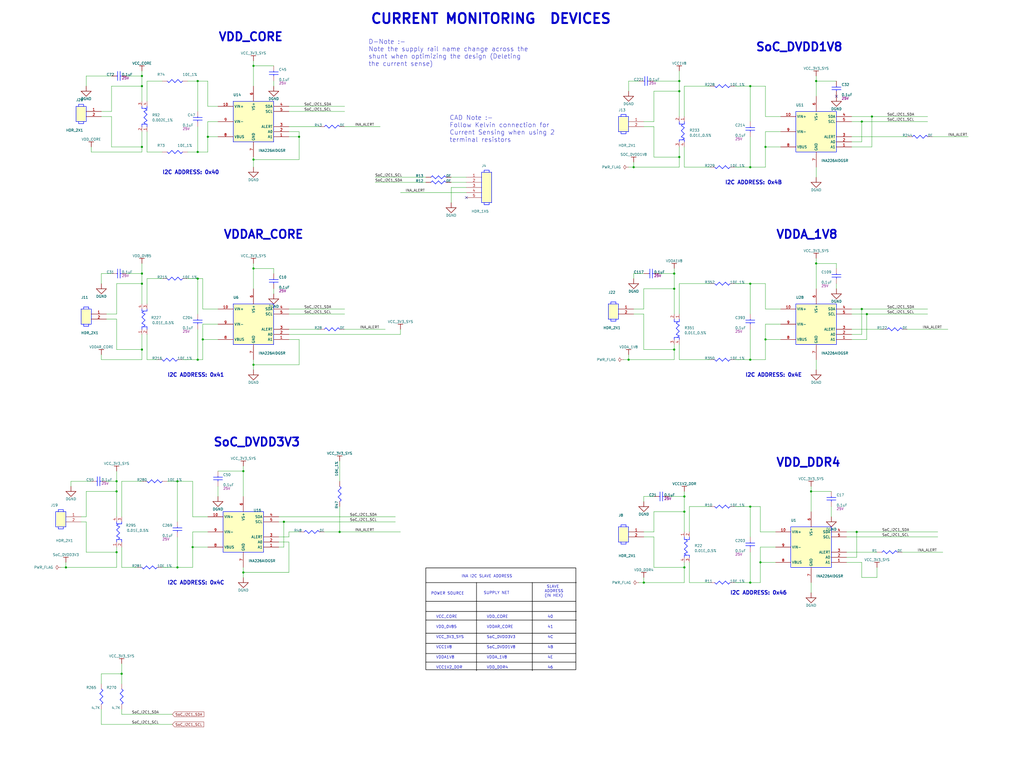
<source format=kicad_sch>
(kicad_sch (version 20231120) (generator "eeschema") (generator_version "8.0")
  (paper "User" 513.08 386.08)
  (junction (at 383.54 73.66))
  (junction (at 375.92 83.82))
  (junction (at 71.12 43.18))
  (junction (at 381 281.94))
  (junction (at 149.86 68.58))
  (junction (at 340.36 78.74))
  (junction (at 71.12 137.16))
  (junction (at 434.34 157.48))
  (junction (at 60.96 337.82))
  (junction (at 429.26 266.7))
  (junction (at 99.06 76.2))
  (junction (at 71.12 73.66))
  (junction (at 99.06 139.7))
  (junction (at 431.8 154.94))
  (junction (at 375.92 43.18))
  (junction (at 342.9 256.54))
  (junction (at 71.12 175.26))
  (junction (at 337.82 144.78))
  (junction (at 88.9 284.48))
  (junction (at 127 134.62))
  (junction (at 431.8 60.96))
  (junction (at 337.82 175.26))
  (junction (at 58.42 246.38))
  (junction (at 317.5 83.82))
  (junction (at 58.42 241.3))
  (junction (at 101.6 170.18))
  (junction (at 314.96 180.34))
  (junction (at 127 80.01))
  (junction (at 436.88 58.42))
  (junction (at 337.82 137.16))
  (junction (at 71.12 38.1))
  (junction (at 121.92 287.02))
  (junction (at 127 182.88))
  (junction (at 33.02 284.48))
  (junction (at 408.94 132.08))
  (junction (at 99.06 40.64))
  (junction (at 408.94 40.64))
  (junction (at 170.18 266.7))
  (junction (at 340.36 45.72))
  (junction (at 322.58 292.1))
  (junction (at 71.12 142.24))
  (junction (at 58.42 276.86))
  (junction (at 99.06 180.34))
  (junction (at 121.92 236.22))
  (junction (at 104.14 68.58))
  (junction (at 375.92 142.24))
  (junction (at 96.52 274.32))
  (junction (at 375.92 180.34))
  (junction (at 375.92 292.1))
  (junction (at 383.54 170.18))
  (junction (at 342.9 248.92))
  (junction (at 406.4 246.38))
  (junction (at 375.92 254))
  (junction (at 340.36 40.64))
  (junction (at 142.24 261.62))
  (junction (at 127 33.02))
  (junction (at 342.9 284.48))
  (junction (at 88.9 241.3))
  (no_connect (at 419.1 48.26))
  (no_connect (at 233.68 99.06))
  (wire (pts (xy 190.5 63.5) (xy 172.72 63.5)))
  (wire (pts (xy 327.66 45.72) (xy 340.36 45.72)))
  (wire (pts (xy 314.96 180.34) (xy 314.96 177.8)))
  (wire (pts (xy 200.66 167.64) (xy 144.78 167.64)))
  (wire (pts (xy 340.36 40.64) (xy 340.36 35.56)))
  (wire (pts (xy 226.06 93.98) (xy 226.06 101.6)))
  (wire (pts (xy 71.12 73.66) (xy 71.12 76.2)))
  (wire (pts (xy 327.66 60.96) (xy 327.66 45.72)))
  (wire (pts (xy 172.72 154.94) (xy 144.78 154.94)))
  (wire (pts (xy 127 144.78) (xy 127 134.62)))
  (wire (pts (xy 327.66 78.74) (xy 340.36 78.74)))
  (wire (pts (xy 431.8 60.96) (xy 464.82 60.96)))
  (wire (pts (xy 43.18 261.62) (xy 40.64 261.62)))
  (wire (pts (xy 121.92 289.56) (xy 121.92 287.02)))
  (wire (pts (xy 340.36 157.48) (xy 340.36 142.24)))
  (wire (pts (xy 342.9 256.54) (xy 342.9 248.92)))
  (wire (pts (xy 340.36 73.66) (xy 340.36 78.74)))
  (wire (pts (xy 322.58 251.46) (xy 322.58 248.92)))
  (wire (pts (xy 73.66 180.34) (xy 73.66 167.64)))
  (wire (pts (xy 127 80.01) (xy 149.86 80.01)))
  (wire (pts (xy 33.02 281.94) (xy 33.02 284.48)))
  (wire (pts (xy 73.66 76.2) (xy 73.66 66.04)))
  (wire (pts (xy 71.12 152.4) (xy 71.12 142.24)))
  (wire (pts (xy 109.22 248.92) (xy 109.22 243.84)))
  (wire (pts (xy 337.82 172.72) (xy 337.82 175.26)))
  (wire (pts (xy 388.62 281.94) (xy 381 281.94)))
  (wire (pts (xy 139.7 269.24) (xy 144.78 269.24)))
  (wire (pts (xy 375.92 180.34) (xy 375.92 165.1)))
  (wire (pts (xy 383.54 43.18) (xy 383.54 58.42)))
  (wire (pts (xy 71.12 66.04) (xy 71.12 73.66)))
  (wire (pts (xy 322.58 63.5) (xy 327.66 63.5)))
  (wire (pts (xy 137.16 137.16) (xy 137.16 134.62)))
  (wire (pts (xy 30.48 284.48) (xy 33.02 284.48)))
  (wire (pts (xy 345.44 254) (xy 355.6 254)))
  (wire (pts (xy 96.52 274.32) (xy 96.52 266.7)))
  (wire (pts (xy 99.06 55.88) (xy 99.06 40.64)))
  (wire (pts (xy 383.54 170.18) (xy 383.54 180.34)))
  (wire (pts (xy 58.42 276.86) (xy 58.42 274.32)))
  (wire (pts (xy 55.88 58.42) (xy 50.8 58.42)))
  (wire (pts (xy 375.92 43.18) (xy 383.54 43.18)))
  (wire (pts (xy 101.6 154.94) (xy 109.22 154.94)))
  (wire (pts (xy 342.9 284.48) (xy 342.9 292.1)))
  (wire (pts (xy 99.06 157.48) (xy 99.06 139.7)))
  (wire (pts (xy 43.18 38.1) (xy 55.88 38.1)))
  (wire (pts (xy 375.92 60.96) (xy 375.92 43.18)))
  (wire (pts (xy 58.42 241.3) (xy 58.42 236.22)))
  (wire (pts (xy 485.14 68.58) (xy 467.36 68.58)))
  (wire (pts (xy 127 33.02) (xy 137.16 33.02)))
  (wire (pts (xy 43.18 246.38) (xy 58.42 246.38)))
  (wire (pts (xy 337.82 175.26) (xy 337.82 180.34)))
  (wire (pts (xy 149.86 68.58) (xy 149.86 66.04)))
  (wire (pts (xy 416.56 259.08) (xy 416.56 254)))
  (wire (pts (xy 342.9 248.92) (xy 342.9 246.38)))
  (wire (pts (xy 50.8 342.9) (xy 50.8 337.82)))
  (wire (pts (xy 375.92 157.48) (xy 375.92 142.24)))
  (wire (pts (xy 381 266.7) (xy 388.62 266.7)))
  (wire (pts (xy 170.18 266.7) (xy 170.18 254)))
  (wire (pts (xy 327.66 269.24) (xy 322.58 269.24)))
  (wire (pts (xy 172.72 157.48) (xy 144.78 157.48)))
  (wire (pts (xy 342.9 292.1) (xy 322.58 292.1)))
  (wire (pts (xy 99.06 40.64) (xy 93.98 40.64)))
  (wire (pts (xy 71.12 38.1) (xy 63.5 38.1)))
  (wire (pts (xy 454.66 68.58) (xy 426.72 68.58)))
  (wire (pts (xy 233.68 91.44) (xy 226.06 91.44)))
  (wire (pts (xy 93.98 139.7) (xy 99.06 139.7)))
  (wire (pts (xy 86.36 358.14) (xy 60.96 358.14)))
  (wire (pts (xy 137.16 40.64) (xy 137.16 43.18)))
  (wire (pts (xy 50.8 337.82) (xy 60.96 337.82)))
  (wire (pts (xy 406.4 246.38) (xy 406.4 243.84)))
  (wire (pts (xy 426.72 157.48) (xy 434.34 157.48)))
  (wire (pts (xy 342.9 284.48) (xy 327.66 284.48)))
  (wire (pts (xy 58.42 157.48) (xy 58.42 142.24)))
  (wire (pts (xy 388.62 274.32) (xy 381 274.32)))
  (wire (pts (xy 104.14 53.34) (xy 104.14 40.64)))
  (wire (pts (xy 426.72 154.94) (xy 431.8 154.94)))
  (wire (pts (xy 96.52 266.7) (xy 104.14 266.7)))
  (wire (pts (xy 127 43.18) (xy 127 33.02)))
  (wire (pts (xy 96.52 284.48) (xy 96.52 274.32)))
  (wire (pts (xy 58.42 259.08) (xy 58.42 246.38)))
  (wire (pts (xy 40.64 259.08) (xy 43.18 259.08)))
  (wire (pts (xy 149.86 68.58) (xy 144.78 68.58)))
  (wire (pts (xy 381 281.94) (xy 381 292.1)))
  (wire (pts (xy 355.6 292.1) (xy 345.44 292.1)))
  (wire (pts (xy 375.92 83.82) (xy 368.3 83.82)))
  (wire (pts (xy 121.92 248.92) (xy 121.92 236.22)))
  (wire (pts (xy 127 33.02) (xy 127 30.48)))
  (wire (pts (xy 337.82 137.16) (xy 330.2 137.16)))
  (wire (pts (xy 419.1 144.78) (xy 419.1 142.24)))
  (wire (pts (xy 434.34 157.48) (xy 464.82 157.48)))
  (wire (pts (xy 104.14 76.2) (xy 104.14 68.58)))
  (wire (pts (xy 71.12 137.16) (xy 71.12 132.08)))
  (wire (pts (xy 317.5 154.94) (xy 322.58 154.94)))
  (wire (pts (xy 55.88 73.66) (xy 55.88 58.42)))
  (wire (pts (xy 327.66 256.54) (xy 342.9 256.54)))
  (wire (pts (xy 419.1 132.08) (xy 408.94 132.08)))
  (wire (pts (xy 436.88 73.66) (xy 436.88 58.42)))
  (wire (pts (xy 71.12 50.8) (xy 71.12 43.18)))
  (wire (pts (xy 60.96 358.14) (xy 60.96 355.6)))
  (wire (pts (xy 408.94 83.82) (xy 408.94 88.9)))
  (wire (pts (xy 391.16 170.18) (xy 383.54 170.18)))
  (wire (pts (xy 71.12 43.18) (xy 55.88 43.18)))
  (wire (pts (xy 149.86 66.04) (xy 144.78 66.04)))
  (wire (pts (xy 342.9 58.42) (xy 342.9 43.18)))
  (wire (pts (xy 381 292.1) (xy 375.92 292.1)))
  (wire (pts (xy 424.18 266.7) (xy 429.26 266.7)))
  (wire (pts (xy 71.12 76.2) (xy 45.72 76.2)))
  (wire (pts (xy 431.8 289.56) (xy 431.8 281.94)))
  (wire (pts (xy 139.7 261.62) (xy 142.24 261.62)))
  (wire (pts (xy 317.5 137.16) (xy 322.58 137.16)))
  (wire (pts (xy 342.9 281.94) (xy 342.9 284.48)))
  (wire (pts (xy 383.54 83.82) (xy 375.92 83.82)))
  (wire (pts (xy 322.58 175.26) (xy 322.58 157.48)))
  (wire (pts (xy 60.96 337.82) (xy 60.96 332.74)))
  (polyline (pts (xy 213.36 310.896) (xy 288.798 310.896)) (stroke (width 0.254) (type solid) (color 0 0 0 1)))
  (wire (pts (xy 317.5 83.82) (xy 317.5 81.28)))
  (polyline (pts (xy 238.76 292.1) (xy 238.76 336.296)) (stroke (width 0.254) (type solid) (color 0 0 0 1)))
  (wire (pts (xy 391.16 73.66) (xy 383.54 73.66)))
  (wire (pts (xy 327.66 284.48) (xy 327.66 269.24)))
  (wire (pts (xy 320.04 292.1) (xy 322.58 292.1)))
  (wire (pts (xy 88.9 241.3) (xy 96.52 241.3)))
  (wire (pts (xy 383.54 162.56) (xy 383.54 170.18)))
  (wire (pts (xy 104.14 60.96) (xy 109.22 60.96)))
  (wire (pts (xy 144.78 287.02) (xy 144.78 271.78)))
  (wire (pts (xy 431.8 154.94) (xy 464.82 154.94)))
  (wire (pts (xy 71.12 175.26) (xy 71.12 180.34)))
  (wire (pts (xy 109.22 53.34) (xy 104.14 53.34)))
  (wire (pts (xy 391.16 162.56) (xy 383.54 162.56)))
  (wire (pts (xy 121.92 287.02) (xy 144.78 287.02)))
  (wire (pts (xy 58.42 241.3) (xy 53.34 241.3)))
  (wire (pts (xy 340.36 142.24) (xy 355.6 142.24)))
  (wire (pts (xy 60.96 241.3) (xy 71.12 241.3)))
  (wire (pts (xy 144.78 170.18) (xy 149.86 170.18)))
  (wire (pts (xy 213.36 91.44) (xy 187.96 91.44)))
  (wire (pts (xy 383.54 154.94) (xy 391.16 154.94)))
  (wire (pts (xy 53.34 157.48) (xy 58.42 157.48)))
  (wire (pts (xy 322.58 266.7) (xy 327.66 266.7)))
  (wire (pts (xy 73.66 152.4) (xy 73.66 139.7)))
  (wire (pts (xy 337.82 180.34) (xy 314.96 180.34)))
  (wire (pts (xy 50.8 180.34) (xy 50.8 177.8)))
  (wire (pts (xy 426.72 71.12) (xy 431.8 71.12)))
  (polyline (pts (xy 266.7 292.1) (xy 266.7 336.296)) (stroke (width 0.254) (type solid) (color 0 0 0 1)))
  (wire (pts (xy 99.06 76.2) (xy 104.14 76.2)))
  (wire (pts (xy 408.94 185.42) (xy 408.94 180.34)))
  (wire (pts (xy 71.12 137.16) (xy 63.5 137.16)))
  (wire (pts (xy 322.58 157.48) (xy 317.5 157.48)))
  (wire (pts (xy 68.58 284.48) (xy 60.96 284.48)))
  (wire (pts (xy 439.42 284.48) (xy 439.42 289.56)))
  (wire (pts (xy 55.88 55.88) (xy 50.8 55.88)))
  (wire (pts (xy 35.56 243.84) (xy 35.56 241.3)))
  (wire (pts (xy 381 254) (xy 381 266.7)))
  (wire (pts (xy 58.42 284.48) (xy 58.42 276.86)))
  (wire (pts (xy 149.86 182.88) (xy 127 182.88)))
  (polyline (pts (xy 213.36 331.978) (xy 288.544 331.978)) (stroke (width 0.254) (type solid) (color 0 0 0 1)))
  (wire (pts (xy 355.6 180.34) (xy 340.36 180.34)))
  (wire (pts (xy 314.96 45.72) (xy 314.96 40.64)))
  (wire (pts (xy 58.42 175.26) (xy 58.42 160.02)))
  (wire (pts (xy 340.36 78.74) (xy 340.36 83.82)))
  (wire (pts (xy 419.1 134.62) (xy 419.1 132.08)))
  (wire (pts (xy 408.94 48.26) (xy 408.94 40.64)))
  (wire (pts (xy 375.92 254) (xy 381 254)))
  (wire (pts (xy 60.96 342.9) (xy 60.96 337.82)))
  (wire (pts (xy 340.36 45.72) (xy 340.36 40.64)))
  (wire (pts (xy 233.68 96.52) (xy 200.66 96.52)))
  (wire (pts (xy 383.54 142.24) (xy 383.54 154.94)))
  (wire (pts (xy 96.52 259.08) (xy 104.14 259.08)))
  (wire (pts (xy 342.9 266.7) (xy 342.9 256.54)))
  (wire (pts (xy 121.92 236.22) (xy 109.22 236.22)))
  (polyline (pts (xy 213.36 317.5) (xy 288.544 317.5)) (stroke (width 0.254) (type solid) (color 0 0 0 1)))
  (wire (pts (xy 88.9 284.48) (xy 96.52 284.48)))
  (wire (pts (xy 434.34 170.18) (xy 426.72 170.18)))
  (wire (pts (xy 81.28 284.48) (xy 88.9 284.48)))
  (wire (pts (xy 170.18 241.3) (xy 170.18 231.14)))
  (wire (pts (xy 101.6 162.56) (xy 101.6 170.18)))
  (wire (pts (xy 439.42 276.86) (xy 424.18 276.86)))
  (wire (pts (xy 375.92 180.34) (xy 368.3 180.34)))
  (wire (pts (xy 233.68 88.9) (xy 226.06 88.9)))
  (wire (pts (xy 345.44 266.7) (xy 345.44 254)))
  (wire (pts (xy 340.36 83.82) (xy 317.5 83.82)))
  (wire (pts (xy 172.72 53.34) (xy 144.78 53.34)))
  (wire (pts (xy 198.12 259.08) (xy 139.7 259.08)))
  (wire (pts (xy 144.78 269.24) (xy 144.78 266.7)))
  (wire (pts (xy 233.68 93.98) (xy 226.06 93.98)))
  (wire (pts (xy 58.42 276.86) (xy 43.18 276.86)))
  (polyline (pts (xy 213.36 327.66) (xy 288.544 327.66)) (stroke (width 0.254) (type solid) (color 0 0 0 1)))
  (wire (pts (xy 43.18 43.18) (xy 43.18 38.1)))
  (wire (pts (xy 322.58 144.78) (xy 337.82 144.78)))
  (wire (pts (xy 429.26 279.4) (xy 424.18 279.4)))
  (wire (pts (xy 55.88 43.18) (xy 55.88 55.88)))
  (wire (pts (xy 71.12 43.18) (xy 71.12 38.1)))
  (wire (pts (xy 43.18 276.86) (xy 43.18 261.62)))
  (wire (pts (xy 391.16 66.04) (xy 383.54 66.04)))
  (wire (pts (xy 469.9 269.24) (xy 424.18 269.24)))
  (wire (pts (xy 162.56 266.7) (xy 170.18 266.7)))
  (wire (pts (xy 73.66 139.7) (xy 81.28 139.7)))
  (wire (pts (xy 381 274.32) (xy 381 281.94)))
  (wire (pts (xy 337.82 157.48) (xy 337.82 144.78)))
  (wire (pts (xy 375.92 142.24) (xy 383.54 142.24)))
  (wire (pts (xy 431.8 281.94) (xy 424.18 281.94)))
  (wire (pts (xy 375.92 292.1) (xy 375.92 276.86)))
  (wire (pts (xy 342.9 43.18) (xy 355.6 43.18)))
  (wire (pts (xy 345.44 292.1) (xy 345.44 281.94)))
  (wire (pts (xy 109.22 170.18) (xy 101.6 170.18)))
  (wire (pts (xy 86.36 363.22) (xy 50.8 363.22)))
  (wire (pts (xy 71.12 73.66) (xy 55.88 73.66)))
  (wire (pts (xy 142.24 261.62) (xy 142.24 274.32)))
  (wire (pts (xy 439.42 289.56) (xy 431.8 289.56)))
  (wire (pts (xy 340.36 40.64) (xy 327.66 40.64)))
  (wire (pts (xy 434.34 157.48) (xy 434.34 170.18)))
  (wire (pts (xy 144.78 266.7) (xy 149.86 266.7)))
  (wire (pts (xy 322.58 248.92) (xy 327.66 248.92)))
  (wire (pts (xy 383.54 58.42) (xy 391.16 58.42)))
  (wire (pts (xy 213.36 88.9) (xy 187.96 88.9)))
  (polyline (pts (xy 213.36 306.578) (xy 288.798 306.578)) (stroke (width 0.254) (type solid) (color 0 0 0 1)))
  (wire (pts (xy 101.6 170.18) (xy 101.6 180.34)))
  (wire (pts (xy 83.82 241.3) (xy 88.9 241.3)))
  (wire (pts (xy 368.3 254) (xy 375.92 254)))
  (wire (pts (xy 472.44 276.86) (xy 452.12 276.86)))
  (wire (pts (xy 99.06 139.7) (xy 101.6 139.7)))
  (wire (pts (xy 337.82 144.78) (xy 337.82 137.16)))
  (wire (pts (xy 58.42 142.24) (xy 71.12 142.24)))
  (wire (pts (xy 142.24 274.32) (xy 139.7 274.32)))
  (wire (pts (xy 355.6 83.82) (xy 342.9 83.82)))
  (wire (pts (xy 60.96 284.48) (xy 60.96 274.32)))
  (wire (pts (xy 78.74 180.34) (xy 73.66 180.34)))
  (wire (pts (xy 408.94 144.78) (xy 408.94 132.08)))
  (wire (pts (xy 408.94 40.64) (xy 408.94 38.1)))
  (wire (pts (xy 127 185.42) (xy 127 182.88)))
  (wire (pts (xy 71.12 175.26) (xy 58.42 175.26)))
  (wire (pts (xy 436.88 58.42) (xy 464.82 58.42)))
  (wire (pts (xy 73.66 40.64) (xy 81.28 40.64)))
  (wire (pts (xy 58.42 160.02) (xy 53.34 160.02)))
  (wire (pts (xy 419.1 40.64) (xy 408.94 40.64)))
  (wire (pts (xy 375.92 292.1) (xy 368.3 292.1)))
  (wire (pts (xy 137.16 134.62) (xy 127 134.62)))
  (polyline (pts (xy 213.36 301.498) (xy 288.544 301.498)) (stroke (width 0.254) (type solid) (color 0 0 0 1)))
  (wire (pts (xy 375.92 83.82) (xy 375.92 68.58)))
  (wire (pts (xy 429.26 266.7) (xy 469.9 266.7)))
  (wire (pts (xy 81.28 76.2) (xy 73.66 76.2)))
  (wire (pts (xy 35.56 241.3) (xy 45.72 241.3)))
  (wire (pts (xy 314.96 40.64) (xy 320.04 40.64)))
  (wire (pts (xy 60.96 259.08) (xy 60.96 241.3)))
  (wire (pts (xy 101.6 180.34) (xy 99.06 180.34)))
  (wire (pts (xy 337.82 175.26) (xy 322.58 175.26)))
  (wire (pts (xy 104.14 68.58) (xy 109.22 68.58)))
  (wire (pts (xy 322.58 292.1) (xy 322.58 289.56)))
  (wire (pts (xy 317.5 139.7) (xy 317.5 137.16)))
  (wire (pts (xy 99.06 63.5) (xy 99.06 76.2)))
  (wire (pts (xy 101.6 139.7) (xy 101.6 154.94)))
  (wire (pts (xy 127 80.01) (xy 127 78.74)))
  (wire (pts (xy 93.98 76.2) (xy 99.06 76.2)))
  (wire (pts (xy 50.8 363.22) (xy 50.8 355.6)))
  (wire (pts (xy 429.26 266.7) (xy 429.26 279.4)))
  (wire (pts (xy 144.78 271.78) (xy 139.7 271.78)))
  (wire (pts (xy 375.92 269.24) (xy 375.92 254)))
  (wire (pts (xy 104.14 274.32) (xy 96.52 274.32)))
  (wire (pts (xy 104.14 40.64) (xy 99.06 40.64)))
  (wire (pts (xy 426.72 73.66) (xy 436.88 73.66)))
  (wire (pts (xy 109.22 162.56) (xy 101.6 162.56)))
  (wire (pts (xy 88.9 284.48) (xy 88.9 269.24)))
  (wire (pts (xy 127 134.62) (xy 127 132.08)))
  (wire (pts (xy 58.42 246.38) (xy 58.42 241.3)))
  (wire (pts (xy 71.12 38.1) (xy 71.12 35.56)))
  (wire (pts (xy 99.06 180.34) (xy 91.44 180.34)))
  (wire (pts (xy 160.02 63.5) (xy 144.78 63.5)))
  (wire (pts (xy 474.98 165.1) (xy 454.66 165.1)))
  (wire (pts (xy 121.92 287.02) (xy 121.92 284.48)))
  (wire (pts (xy 149.86 170.18) (xy 149.86 182.88)))
  (wire (pts (xy 431.8 71.12) (xy 431.8 60.96)))
  (wire (pts (xy 172.72 55.88) (xy 144.78 55.88)))
  (wire (pts (xy 383.54 180.34) (xy 375.92 180.34)))
  (wire (pts (xy 342.9 83.82) (xy 342.9 73.66)))
  (polyline (pts (xy 213.36 322.58) (xy 288.544 322.58)) (stroke (width 0.254) (type solid) (color 0 0 0 1)))
  (wire (pts (xy 193.04 165.1) (xy 172.72 165.1)))
  (wire (pts (xy 45.72 76.2) (xy 45.72 73.66)))
  (wire (pts (xy 327.66 266.7) (xy 327.66 256.54)))
  (wire (pts (xy 170.18 266.7) (xy 200.66 266.7)))
  (wire (pts (xy 416.56 246.38) (xy 406.4 246.38)))
  (wire (pts (xy 312.42 180.34) (xy 314.96 180.34)))
  (wire (pts (xy 314.96 83.82) (xy 317.5 83.82)))
  (wire (pts (xy 149.86 80.01) (xy 149.86 68.58)))
  (polyline (pts (xy 213.36 292.1) (xy 288.798 292.1)) (stroke (width 0.254) (type solid) (color 0 0 0 1)))
  (wire (pts (xy 96.52 241.3) (xy 96.52 259.08)))
  (wire (pts (xy 431.8 154.94) (xy 431.8 167.64)))
  (wire (pts (xy 322.58 60.96) (xy 327.66 60.96)))
  (wire (pts (xy 322.58 154.94) (xy 322.58 144.78)))
  (wire (pts (xy 368.3 43.18) (xy 375.92 43.18)))
  (wire (pts (xy 104.14 68.58) (xy 104.14 60.96)))
  (wire (pts (xy 127 182.88) (xy 127 180.34)))
  (wire (pts (xy 73.66 50.8) (xy 73.66 40.64)))
  (wire (pts (xy 43.18 259.08) (xy 43.18 246.38)))
  (wire (pts (xy 50.8 142.24) (xy 50.8 137.16)))
  (wire (pts (xy 50.8 137.16) (xy 55.88 137.16)))
  (wire (pts (xy 127 83.82) (xy 127 80.01)))
  (wire (pts (xy 431.8 167.64) (xy 426.72 167.64)))
  (wire (pts (xy 406.4 297.18) (xy 406.4 292.1)))
  (wire (pts (xy 426.72 60.96) (xy 431.8 60.96)))
  (wire (pts (xy 383.54 66.04) (xy 383.54 73.66)))
  (wire (pts (xy 327.66 63.5) (xy 327.66 78.74)))
  (wire (pts (xy 340.36 58.42) (xy 340.36 45.72)))
  (wire (pts (xy 99.06 180.34) (xy 99.06 165.1)))
  (wire (pts (xy 33.02 284.48) (xy 58.42 284.48)))
  (wire (pts (xy 137.16 147.32) (xy 137.16 144.78)))
  (wire (pts (xy 71.12 180.34) (xy 50.8 180.34)))
  (wire (pts (xy 337.82 137.16) (xy 337.82 134.62)))
  (wire (pts (xy 368.3 142.24) (xy 375.92 142.24)))
  (wire (pts (xy 383.54 73.66) (xy 383.54 83.82)))
  (wire (pts (xy 71.12 167.64) (xy 71.12 175.26)))
  (wire (pts (xy 340.36 180.34) (xy 340.36 172.72)))
  (wire (pts (xy 426.72 58.42) (xy 436.88 58.42)))
  (wire (pts (xy 200.66 165.1) (xy 200.66 167.64)))
  (wire (pts (xy 142.24 261.62) (xy 198.12 261.62)))
  (wire (pts (xy 121.92 236.22) (xy 121.92 233.68)))
  (wire (pts (xy 408.94 132.08) (xy 408.94 129.54)))
  (wire (pts (xy 406.4 256.54) (xy 406.4 246.38)))
  (wire (pts (xy 441.96 165.1) (xy 426.72 165.1)))
  (wire (pts (xy 160.02 165.1) (xy 144.78 165.1)))
  (wire (pts (xy 71.12 142.24) (xy 71.12 137.16)))
  (wire (pts (xy 88.9 261.62) (xy 88.9 241.3)))
  (wire (pts (xy 342.9 248.92) (xy 335.28 248.92)))
  (rectangle (start 288.544 284.734) (end 213.36 335.788) (stroke (width 0.254) (color 0 0 0 1)))
  (text_box "CAD Note :-\nFollow Kelvin connection for\nCurrent Sensing when using 2\nterminal resistors" (at 295.91 74.168 0) (size -72.39 -18.288) (stroke (width -0.0001) (color 0 0 0 1)) (effects (font (size 2.286 2.286)) (justify left top)))
  (text_box "D-Note :-\nNote the supply rail name change across the\nshunt when optimizing the design (Deleting\nthe current sense)" (at 182.88 17.78 0) (size 110.49 18.288) (stroke (width -0.0001) (color 0 0 0 1)) (effects (font (size 2.286 2.286)) (justify left top)))
  (text_box " SLAVE \nADDRESS \n(IN HEX)" (at 286.766 300.482 0) (size -14.986 -8.382) (stroke (width -0.0001) (color 0 0 0 1)) (effects (font (size 1.397 1.397)) (justify left top)))
  (text "SoC_DVDD1V8" (at 243.84 325.374 0) (effects (font (size 1.397 1.397)) (justify left bottom)))
  (text "I2C ADDRESS: 0x4C" (at 83.82 293.37 0) (effects (font (size 1.905 1.905) (bold yes)) (justify left bottom)))
  (text "VDDAR_CORE" (at 243.84 315.214 0) (effects (font (size 1.397 1.397)) (justify left bottom)))
  (text "I2C ADDRESS: 0x40" (at 81.28 87.63 0) (effects (font (size 1.905 1.905) (bold yes)) (justify left bottom)))
  (text "VDDAR_CORE" (at 111.76 120.142 0) (effects (font (size 4.191 4.191) (bold yes)) (justify left bottom)))
  (text "4B" (at 274.32 325.374 0) (effects (font (size 1.397 1.397)) (justify left bottom)))
  (text "VDDA1V8" (at 218.44 330.454 0) (effects (font (size 1.397 1.397)) (justify left bottom)))
  (text "VDDA_1V8" (at 243.84 330.454 0) (effects (font (size 1.397 1.397)) (justify left bottom)))
  (text "VCC_CORE" (at 218.44 310.134 0) (effects (font (size 1.397 1.397)) (justify left bottom)))
  (text "I2C ADDRESS: 0x4B" (at 363.22 92.71 0) (effects (font (size 1.905 1.905) (bold yes)) (justify left bottom)))
  (text "VDD_DDR4" (at 243.84 335.534 0) (effects (font (size 1.397 1.397)) (justify left bottom)))
  (text "VDDA_1V8" (at 388.62 120.142 0) (effects (font (size 4.191 4.191) (bold yes)) (justify left bottom)))
  (text "CURRENT MONITORING  DEVICES" (at 185.42 12.446 0) (effects (font (size 4.953 4.953) (bold yes)) (justify left bottom)))
  (text "SoC_DVDD3V3" (at 243.84 320.294 0) (effects (font (size 1.397 1.397)) (justify left bottom)))
  (text "VCC1V2_DDR" (at 218.44 335.534 0) (effects (font (size 1.397 1.397)) (justify left bottom)))
  (text "46" (at 274.32 335.534 0) (effects (font (size 1.397 1.397)) (justify left bottom)))
  (text "INA I2C SLAVE ADDRESS" (at 231.14 289.814 0) (effects (font (size 1.397 1.397)) (justify left bottom)))
  (text "VCC1V8" (at 218.44 325.374 0) (effects (font (size 1.397 1.397)) (justify left bottom)))
  (text "40" (at 274.32 310.134 0) (effects (font (size 1.397 1.397)) (justify left bottom)))
  (text "VDD_DDR4" (at 388.62 234.442 0) (effects (font (size 4.191 4.191) (bold yes)) (justify left bottom)))
  (text "I2C ADDRESS: 0x46" (at 365.76 298.45 0) (effects (font (size 1.905 1.905) (bold yes)) (justify left bottom)))
  (text "4C" (at 274.32 320.294 0) (effects (font (size 1.397 1.397)) (justify left bottom)))
  (text "4E" (at 274.32 330.454 0) (effects (font (size 1.397 1.397)) (justify left bottom)))
  (text "SUPPLY NET" (at 242.316 298.196 0) (effects (font (size 1.397 1.397)) (justify left bottom)))
  (text "VDD_0V85" (at 218.44 315.214 0) (effects (font (size 1.397 1.397)) (justify left bottom)))
  (text "SoC_DVDD3V3" (at 106.68 224.282 0) (effects (font (size 4.191 4.191) (bold yes)) (justify left bottom)))
  (text "41" (at 274.32 315.214 0) (effects (font (size 1.397 1.397)) (justify left bottom)))
  (text "I2C ADDRESS: 0x41" (at 83.82 189.23 0) (effects (font (size 1.905 1.905) (bold yes)) (justify left bottom)))
  (text "POWER SOURCE" (at 215.9 298.45 0) (effects (font (size 1.397 1.397)) (justify left bottom)))
  (text "VDD_CORE" (at 109.22 21.082 0) (effects (font (size 4.191 4.191) (bold yes)) (justify left bottom)))
  (text "SoC_DVDD1V8" (at 378.46 26.162 0) (effects (font (size 4.191 4.191) (bold yes)) (justify left bottom)))
  (text "VDD_CORE" (at 243.84 310.134 0) (effects (font (size 1.397 1.397)) (justify left bottom)))
  (text "I2C ADDRESS: 0x4E" (at 373.38 189.23 0) (effects (font (size 1.905 1.905) (bold yes)) (justify left bottom)))
  (text "VCC_3V3_SYS" (at 218.44 320.294 0) (effects (font (size 1.397 1.397)) (justify left bottom)))
  (label "SoC_I2C1_SDA" (at 152.4 53.34 0))
  (label "SoC_I2C1_SDA" (at 444.5 154.94 0))
  (label "SoC_I2C1_SDA" (at 441.96 266.7 0))
  (label "SoC_I2C1_SCL" (at 444.5 157.48 0))
  (label "INA_ALERT" (at 180.34 165.1 0))
  (label "INA_ALERT" (at 177.8 266.7 0))
  (label "INA_ALERT" (at 459.74 276.86 0))
  (label "SoC_I2C1_SCL" (at 175.26 261.62 0))
  (label "INA_ALERT" (at 203.2 96.52 0))
  (label "SoC_I2C1_SCL" (at 152.4 55.88 0))
  (label "SoC_I2C1_SDA" (at 152.4 154.94 0))
  (label "SoC_I2C1_SCL" (at 66.04 363.22 0))
  (label "SoC_I2C1_SDA" (at 175.26 259.08 0))
  (label "SoC_I2C1_SCL" (at 152.4 157.48 0))
  (label "SoC_I2C1_SCL" (at 187.96 88.9 0))
  (label "INA_ALERT" (at 474.98 68.58 0))
  (label "SoC_I2C1_SDA" (at 444.5 58.42 0))
  (label "SoC_I2C1_SCL" (at 444.5 60.96 0))
  (label "INA_ALERT" (at 177.8 63.5 0))
  (label "SoC_I2C1_SDA" (at 187.96 91.44 0))
  (label "INA_ALERT" (at 462.28 165.1 0))
  (label "SoC_I2C1_SCL" (at 441.96 269.24 0))
  (label "SoC_I2C1_SDA" (at 66.04 358.14 0))
  (global_label "SoC_I2C1_SDA" (shape input) (at 86.36 358.14 0) (property "Intersheetrefs" "${INTERSHEET_REFS}" (effects (hide yes))))
  (global_label "SoC_I2C1_SCL" (shape input) (at 86.36 363.22 0) (property "Intersheetrefs" "${INTERSHEET_REFS}" (effects (hide yes))))
  (symbol (lib_id "21-altium-import:root_1_RESISTOR_Dup5") (at 162.56 167.64 0) (unit 1)
    (property "Reference" "R28" (at 157.48 165.1 0) (effects (justify left bottom)))
    (property "Value" "0E" (at 170.18 165.1 0) (effects (justify left bottom)))
    (property "Footprint" "RES0402_0-5" (effects (hide yes)))
    (property "Description" "RES 0E 1/16W JUMPER 0402" (effects (hide yes)))
    (property "FOOTPRINT PATH" "Y~{:}MIS_DATABAS~{E}Librar~{y}ALTIUM_TOO~{L}PCB_FOOTPRINT~{S}Altium_Footprint_Lib.PcbLib" (effects (hide yes)))
    (property "LIBRARY PATH" "Y~{:}MIS_DATABAS~{E}Librar~{y}ALTIUM_TOO~{L}SCHEMATICS_PART~{S}MS_DISCRETE_Library.schlib" (effects (hide yes)))
    (property "FOOTPRINT REF" "RES0402_0-5" (effects (hide yes)))
    (property "LIBRARY REF" "RESISTOR" (effects (hide yes)))
    (property "CUSTOM_DUTY" "15%" (effects (hide yes)))
    (property "CUSTOMS_HS_CODE" "85332119" (effects (hide yes)))
    (property "CHKD/DATE" "VASANTHA/201216" (effects (hide yes)))
    (property "CRTD /DATE" "MUDDU/190810" (effects (hide yes)))
    (property "DATASHEET" "Y~{:}MIS_DATABAS~{E}DATASHEET~{S}RESISTOR~{S}CRCW0603.PDF" (effects (hide yes)))
    (property "TEMPERATURE" "-55癈+155癈" (effects (hide yes)))
    (property "WEIGHT" "0.65mg" (effects (hide yes)))
    (property "HEIGHT" "0.40MM" (effects (hide yes)))
    (property "DISTRIBUTOR_PART_NUMBER" "541-0.0JCT-ND" (effects (hide yes)))
    (property "DISTRIBUTOR_NAME" "DIGIKEY" (effects (hide yes)))
    (property "PACKAGE" "0402" (effects (hide yes)))
    (property "WATTAGE" "1/16W" (effects (hide yes)))
    (property "VOLTAGE" "NA" (effects (hide yes)))
    (property "TOLERANCE" "NA" (effects (hide yes)))
    (property "PART_TYPE" "RESISTOR~{S}FIXED" (effects (hide yes)))
    (property "MFR_PART_NUMBER" "CRCW04020000Z0ED" (effects (hide yes)))
    (property "MFR_NAME" "VISHAY" (effects (hide yes)))
    (property "PROJECT" "PB_BUGBASE" (effects (hide yes)))
    (property "MISTRAL PART NO" "110010080019-R" (effects (hide yes)))
    (property "MECHANICAL 3D STEP FILE" "RES0402_0-5" (effects (hide yes)))
    (property "PCB FOOTPRINT" "RES0402_0-5" (effects (hide yes)))
  )
  (symbol (lib_id "21-altium-import:root_1_RESISTOR_Dup5") (at 444.5 167.64 0) (unit 1)
    (property "Reference" "R122" (at 439.42 165.1 0) (effects (justify left bottom)))
    (property "Value" "0E" (at 452.12 165.1 0) (effects (justify left bottom)))
    (property "Footprint" "RES0402_0-5" (effects (hide yes)))
    (property "Description" "RES 0E 1/16W JUMPER 0402" (effects (hide yes)))
    (property "MECHANICAL 3D STEP FILE" "RES0402_0-5" (effects (hide yes)))
    (property "MISTRAL PART NO" "110010080019-R" (effects (hide yes)))
    (property "PROJECT" "PB_BUGBASE" (effects (hide yes)))
    (property "MFR_NAME" "VISHAY" (effects (hide yes)))
    (property "MFR_PART_NUMBER" "CRCW04020000Z0ED" (effects (hide yes)))
    (property "PART_TYPE" "RESISTOR~{S}FIXED" (effects (hide yes)))
    (property "TOLERANCE" "NA" (effects (hide yes)))
    (property "VOLTAGE" "NA" (effects (hide yes)))
    (property "WATTAGE" "1/16W" (effects (hide yes)))
    (property "PACKAGE" "0402" (effects (hide yes)))
    (property "DISTRIBUTOR_NAME" "DIGIKEY" (effects (hide yes)))
    (property "DISTRIBUTOR_PART_NUMBER" "541-0.0JCT-ND" (effects (hide yes)))
    (property "HEIGHT" "0.40MM" (effects (hide yes)))
    (property "WEIGHT" "0.65mg" (effects (hide yes)))
    (property "TEMPERATURE" "-55癈+155癈" (effects (hide yes)))
    (property "DATASHEET" "Y~{:}MIS_DATABAS~{E}DATASHEET~{S}RESISTOR~{S}CRCW0603.PDF" (effects (hide yes)))
    (property "CRTD /DATE" "MUDDU/190810" (effects (hide yes)))
    (property "CHKD/DATE" "VASANTHA/201216" (effects (hide yes)))
    (property "CUSTOMS_HS_CODE" "85332119" (effects (hide yes)))
    (property "CUSTOM_DUTY" "15%" (effects (hide yes)))
    (property "LIBRARY REF" "RESISTOR" (effects (hide yes)))
    (property "FOOTPRINT REF" "RES0402_0-5" (effects (hide yes)))
    (property "LIBRARY PATH" "Y~{:}MIS_DATABAS~{E}Librar~{y}ALTIUM_TOO~{L}SCHEMATICS_PART~{S}MS_DISCRETE_Library.schlib" (effects (hide yes)))
    (property "FOOTPRINT PATH" "Y~{:}MIS_DATABAS~{E}Librar~{y}ALTIUM_TOO~{L}PCB_FOOTPRINT~{S}Altium_Footprint_Lib.PcbLib" (effects (hide yes)))
    (property "PCB FOOTPRINT" "RES0402_0-5" (effects (hide yes)))
  )
  (symbol (lib_id "21-altium-import:DGND_SIGNAL_GROUND") (at 137.16 43.18 0) (unit 1)
    (property "Reference" "#PWR?" (effects (hide yes)))
    (property "Value" "DGND" (at 137.16 49.53 0))
  )
  (symbol (lib_id "21-altium-import:root_3_RESISTOR_Dup6") (at 365.76 81.28 0) (unit 1)
    (property "Reference" "R229" (at 353.06 83.82 0) (effects (justify left bottom)))
    (property "Value" "10E_1%" (at 365.76 83.82 0) (effects (justify left bottom)))
    (property "Footprint" "RES0402_0-5" (effects (hide yes)))
    (property "Description" "RES 10E 1/16W 1% 0402" (effects (hide yes)))
    (property "LIBRARY REF" "RESISTOR" (effects (hide yes)))
    (property "MISTRAL PART NO" "110018020004-R" (effects (hide yes)))
    (property "PROJECT" "TI_MAXIE_CPB" (effects (hide yes)))
    (property "MFR_NAME" "YAGEO AMERICA" (effects (hide yes)))
    (property "MFR_PART_NUMBER" "RC0402FR-0710RL" (effects (hide yes)))
    (property "PART_TYPE" "RESISTOR~{S}FIXED" (effects (hide yes)))
    (property "TOLERANCE" "1%" (effects (hide yes)))
    (property "VOLTAGE" "NA" (effects (hide yes)))
    (property "WATTAGE" "1/16W" (effects (hide yes)))
    (property "PACKAGE" "0402" (effects (hide yes)))
    (property "DISTRIBUTOR_NAME" "DIGIKEY" (effects (hide yes)))
    (property "DISTRIBUTOR_PART_NUMBER" "311-10.0LRCT-ND" (effects (hide yes)))
    (property "HEIGHT" "0.40MM" (effects (hide yes)))
    (property "WEIGHT" "0.65mg" (effects (hide yes)))
    (property "TEMPERATURE" "-55癈+155癈" (effects (hide yes)))
    (property "DATASHEET" "Y~{:}MIS_DATABAS~{E}DATASHEET~{S}RESISTOR~{S}RCXXXXL-SER_MAR18.PDF" (effects (hide yes)))
    (property "CRTD /DATE" "ALVY/070218" (effects (hide yes)))
    (property "CHKD/DATE" "MANIRAJA/070218" (effects (hide yes)))
    (property "CUSTOMS_HS_CODE" "85332119" (effects (hide yes)))
    (property "CUSTOM_DUTY" "15%" (effects (hide yes)))
    (property "MECHANICAL 3D STEP FILE" "RES0402_0-5" (effects (hide yes)))
    (property "FOOTPRINT REF" "RES0402_0-5" (effects (hide yes)))
    (property "LIBRARY PATH" "Y~{:}MIS_DATABAS~{E}Librar~{y}ALTIUM_TOO~{L}SCHEMATICS_PART~{S}MS_DISCRETE_Library.schlib" (effects (hide yes)))
    (property "FOOTPRINT PATH" "Y~{:}MIS_DATABAS~{E}Librar~{y}ALTIUM_TOO~{L}PCB_FOOTPRINT~{S}Altium_Footprint_Lib.PcbLib" (effects (hide yes)))
    (property "PCB FOOTPRINT" "RES0402_0-5" (effects (hide yes)))
  )
  (symbol (lib_id "21-altium-import:root_0_HEADER_2X1_Dup1") (at 27.94 254 0) (unit 1)
    (property "Reference" "J19" (at 25.4 254 0) (effects (justify left bottom)))
    (property "Value" "HDR_2X1" (at 27.94 271.78 0) (effects (justify left bottom)))
    (property "Footprint" "HDR_2X1_100_S_T_10-8" (effects (hide yes)))
    (property "Description" "CON HDR 2X1 2.54MM PITCH ST TH" (effects (hide yes)))
    (property "FOOTPRINT REF" "HDR_2X1_100_S_T_10-8" (effects (hide yes)))
    (property "LIBRARY REF" "HEADER_2X1" (effects (hide yes)))
    (property "FOOTPRINT PATH" "Y~{:}MIS_DATABAS~{E}Librar~{y}ALTIUM_TOO~{L}PCB_FOOTPRINT~{S}Altium_Footprint_Lib.PcbLib" (effects (hide yes)))
    (property "LIBRARY PATH" "Y~{:}MIS_DATABAS~{E}Librar~{y}ALTIUM_TOO~{L}SCHEMATICS_PART~{S}MS_Connector_Library.schlib" (effects (hide yes)))
    (property "MECHANICAL 3D STEP FILE" "HDR_2X1_100_S_T_10-8" (effects (hide yes)))
    (property "TEMPERATURE" "-0癈+75癈" (effects (hide yes)))
    (property "WEIGHT" "139gm" (effects (hide yes)))
    (property "WATTAGE" "NA" (effects (hide yes)))
    (property "VOLTAGE" "NA" (effects (hide yes)))
    (property "TOLERANCE" "NA" (effects (hide yes)))
    (property "MISTRAL PART NO" "150009030246-R" (effects (hide yes)))
    (property "PROJECT" "FPGA EXTENDER CARD" (effects (hide yes)))
    (property "MFR_NAME" "MOLEX" (effects (hide yes)))
    (property "MFR_PART_NUMBER" "22-03-2021" (effects (hide yes)))
    (property "PART_TYPE" "CONNECTO~{R}HEADERS" (effects (hide yes)))
    (property "PACKAGE" "THRU-HOLE" (effects (hide yes)))
    (property "DISTRIBUTOR_NAME" "DIGIKEY" (effects (hide yes)))
    (property "DISTRIBUTOR_PART_NUMBER" "WM4000-ND" (effects (hide yes)))
    (property "HEIGHT" "10.79MM" (effects (hide yes)))
    (property "DATASHEET" "Y~{:}MIS_DATABAS~{E}DATASHEET~{S}CONNECTOR~{S}HEADER_X4030.PDF" (effects (hide yes)))
    (property "CRTD /DATE" "MAZHAR/280405" (effects (hide yes)))
    (property "CHKD/DATE" "VASANTHA/060117" (effects (hide yes)))
    (property "CUSTOMS_HS_CODE" "85369090" (effects (hide yes)))
    (property "CUSTOM_DUTY" "24%" (effects (hide yes)))
    (property "PCB FOOTPRINT" "HDR_2X1_100_S_T_10-8" (effects (hide yes)))
  )
  (symbol (lib_id "21-altium-import:root_0_CAP_Dup3") (at 373.38 271.78 0) (unit 1)
    (property "Reference" "C203" (at 368.3 271.78 0) (effects (justify left bottom)))
    (property "Value" "0.1uF" (at 368.3 276.86 0) (effects (justify left bottom)))
    (property "Footprint" "CAP0402_0-75" (effects (hide yes)))
    (property "Description" "CAP CERAMIC 0.1uF 25V 20% X5R 0402" (effects (hide yes)))
    (property "PCB FOOTPRINT" "CAP0402_0-75" (effects (hide yes)))
    (property "ALT_MFR_NAME" "YAGEO AMERICA" (effects (hide yes)))
    (property "FOOTPRINT PATH" "Y~{:}MIS_DATABAS~{E}Librar~{y}ALTIUM_TOO~{L}PCB_FOOTPRINT~{S}Altium_Footprint_Lib.PcbLib" (effects (hide yes)))
    (property "LIBRARY PATH" "Y~{:}MIS_DATABAS~{E}Librar~{y}ALTIUM_TOO~{L}SCHEMATICS_PART~{S}MS_DISCRETE_Library.schlib" (effects (hide yes)))
    (property "FOOTPRINT REF" "CAP0402_0-75" (effects (hide yes)))
    (property "LIBRARY REF" "CAP" (effects (hide yes)))
    (property "MECHANICAL 3D STEP FILE" "CAP0402_0-75" (effects (hide yes)))
    (property "CUSTOM_DUTY" "15%" (effects (hide yes)))
    (property "CUSTOMS_HS_CODE" "85322990" (effects (hide yes)))
    (property "CHKD/DATE" "MANIRAJA/170820" (effects (hide yes)))
    (property "CRTD /DATE" "ALVY/170820" (effects (hide yes)))
    (property "DATASHEET" "Y~{:}MIS_DATABAS~{E}DATASHEET~{S}CAPACITOR~{S}885012105018.PDF" (effects (hide yes)))
    (property "TEMPERATURE" "-55癈+85癈" (effects (hide yes)))
    (property "WEIGHT" "0.65mg" (effects (hide yes)))
    (property "HEIGHT" "0.55MM" (effects (hide yes)))
    (property "DISTRIBUTOR_PART_NUMBER" "732-7495-1-ND" (effects (hide yes)))
    (property "DISTRIBUTOR_NAME" "DIGIKEY" (effects (hide yes)))
    (property "PACKAGE" "0402" (effects (hide yes)))
    (property "WATTAGE" "NA" (effects (hide yes)))
    (property "VOLTAGE" "25V" (at 368.3 278.638 0) (effects (justify left bottom)))
    (property "TOLERANCE" "20%" (effects (hide yes)))
    (property "PART_TYPE" "CAPACITOR~{S}CERAMIC" (effects (hide yes)))
    (property "MFR_PART_NUMBER" "885012105018" (effects (hide yes)))
    (property "MFR_NAME" "WURTH ELECTRONICS" (effects (hide yes)))
    (property "PROJECT" "AM64x_EVM_BRD" (effects (hide yes)))
    (property "MISTRAL PART NO" "120020080003-R" (effects (hide yes)))
    (property "ALT_MFR_PART_NUMBER" "CC0402KRX5R8BB104" (effects (hide yes)))
  )
  (symbol (lib_id "21-altium-import:VDDA_1V8_BAR") (at 314.96 177.8 180) (unit 1)
    (property "Reference" "#PWR?" (effects (hide yes)))
    (property "Value" "VDDA_1V8" (at 314.96 173.99 0))
  )
  (symbol (lib_id "power:PWR_FLAG") (at 30.48 284.48 90) (unit 1)
    (property "Reference" "#FLG028" (effects (hide yes)))
    (property "Value" "PWR_FLAG" (at 26.67 284.4799 90) (effects (justify left)))
    (property "Description" "Special symbol for telling ERC where power comes from" (effects (hide yes)))
  )
  (symbol (lib_id "21-altium-import:root_3_RESISTOR_Dup6") (at 365.76 177.8 0) (unit 1)
    (property "Reference" "R350" (at 353.06 180.34 0) (effects (justify left bottom)))
    (property "Value" "10E_1%" (at 365.76 180.34 0) (effects (justify left bottom)))
    (property "Footprint" "RES0402_0-5" (effects (hide yes)))
    (property "Description" "RES 10E 1/16W 1% 0402" (effects (hide yes)))
    (property "MECHANICAL 3D STEP FILE" "RES0402_0-5" (effects (hide yes)))
    (property "CUSTOM_DUTY" "15%" (effects (hide yes)))
    (property "CUSTOMS_HS_CODE" "85332119" (effects (hide yes)))
    (property "CHKD/DATE" "MANIRAJA/070218" (effects (hide yes)))
    (property "CRTD /DATE" "ALVY/070218" (effects (hide yes)))
    (property "DATASHEET" "Y~{:}MIS_DATABAS~{E}DATASHEET~{S}RESISTOR~{S}RCXXXXL-SER_MAR18.PDF" (effects (hide yes)))
    (property "TEMPERATURE" "-55癈+155癈" (effects (hide yes)))
    (property "WEIGHT" "0.65mg" (effects (hide yes)))
    (property "HEIGHT" "0.40MM" (effects (hide yes)))
    (property "DISTRIBUTOR_PART_NUMBER" "311-10.0LRCT-ND" (effects (hide yes)))
    (property "DISTRIBUTOR_NAME" "DIGIKEY" (effects (hide yes)))
    (property "PACKAGE" "0402" (effects (hide yes)))
    (property "WATTAGE" "1/16W" (effects (hide yes)))
    (property "VOLTAGE" "NA" (effects (hide yes)))
    (property "TOLERANCE" "1%" (effects (hide yes)))
    (property "PART_TYPE" "RESISTOR~{S}FIXED" (effects (hide yes)))
    (property "MFR_PART_NUMBER" "RC0402FR-0710RL" (effects (hide yes)))
    (property "MFR_NAME" "YAGEO AMERICA" (effects (hide yes)))
    (property "PROJECT" "TI_MAXIE_CPB" (effects (hide yes)))
    (property "MISTRAL PART NO" "110018020004-R" (effects (hide yes)))
    (property "LIBRARY REF" "RESISTOR" (effects (hide yes)))
    (property "FOOTPRINT REF" "RES0402_0-5" (effects (hide yes)))
    (property "LIBRARY PATH" "Y~{:}MIS_DATABAS~{E}Librar~{y}ALTIUM_TOO~{L}SCHEMATICS_PART~{S}MS_DISCRETE_Library.schlib" (effects (hide yes)))
    (property "FOOTPRINT PATH" "Y~{:}MIS_DATABAS~{E}Librar~{y}ALTIUM_TOO~{L}PCB_FOOTPRINT~{S}Altium_Footprint_Lib.PcbLib" (effects (hide yes)))
    (property "PCB FOOTPRINT" "RES0402_0-5" (effects (hide yes)))
  )
  (symbol (lib_id "21-altium-import:root_1_CAP_Dup3") (at 322.58 43.18 0) (unit 1)
    (property "Reference" "C221" (at 317.5 40.64 0) (effects (justify left bottom)))
    (property "Value" "0.1uF" (at 325.12 40.64 0) (effects (justify left bottom)))
    (property "Footprint" "CAP0402_0-75" (effects (hide yes)))
    (property "Description" "CAP CERAMIC 0.1uF 25V 20% X5R 0402" (effects (hide yes)))
    (property "PCB FOOTPRINT" "CAP0402_0-75" (effects (hide yes)))
    (property "ALT_MFR_PART_NUMBER" "CC0402KRX5R8BB104" (effects (hide yes)))
    (property "MISTRAL PART NO" "120020080003-R" (effects (hide yes)))
    (property "PROJECT" "AM64x_EVM_BRD" (effects (hide yes)))
    (property "MFR_NAME" "WURTH ELECTRONICS" (effects (hide yes)))
    (property "MFR_PART_NUMBER" "885012105018" (effects (hide yes)))
    (property "PART_TYPE" "CAPACITOR~{S}CERAMIC" (effects (hide yes)))
    (property "TOLERANCE" "20%" (effects (hide yes)))
    (property "VOLTAGE" "25V" (at 325.12 42.418 0) (effects (justify left bottom)))
    (property "WATTAGE" "NA" (effects (hide yes)))
    (property "PACKAGE" "0402" (effects (hide yes)))
    (property "DISTRIBUTOR_NAME" "DIGIKEY" (effects (hide yes)))
    (property "DISTRIBUTOR_PART_NUMBER" "732-7495-1-ND" (effects (hide yes)))
    (property "HEIGHT" "0.55MM" (effects (hide yes)))
    (property "WEIGHT" "0.65mg" (effects (hide yes)))
    (property "TEMPERATURE" "-55癈+85癈" (effects (hide yes)))
    (property "DATASHEET" "Y~{:}MIS_DATABAS~{E}DATASHEET~{S}CAPACITOR~{S}885012105018.PDF" (effects (hide yes)))
    (property "CRTD /DATE" "ALVY/170820" (effects (hide yes)))
    (property "CHKD/DATE" "MANIRAJA/170820" (effects (hide yes)))
    (property "CUSTOMS_HS_CODE" "85322990" (effects (hide yes)))
    (property "CUSTOM_DUTY" "15%" (effects (hide yes)))
    (property "MECHANICAL 3D STEP FILE" "CAP0402_0-75" (effects (hide yes)))
    (property "LIBRARY REF" "CAP" (effects (hide yes)))
    (property "FOOTPRINT REF" "CAP0402_0-75" (effects (hide yes)))
    (property "LIBRARY PATH" "Y~{:}MIS_DATABAS~{E}Librar~{y}ALTIUM_TOO~{L}SCHEMATICS_PART~{S}MS_DISCRETE_Library.schlib" (effects (hide yes)))
    (property "FOOTPRINT PATH" "Y~{:}MIS_DATABAS~{E}Librar~{y}ALTIUM_TOO~{L}PCB_FOOTPRINT~{S}Altium_Footprint_Lib.PcbLib" (effects (hide yes)))
    (property "ALT_MFR_NAME" "YAGEO AMERICA" (effects (hide yes)))
  )
  (symbol (lib_id "21-altium-import:DGND_SIGNAL_GROUND") (at 314.96 45.72 0) (unit 1)
    (property "Reference" "#PWR?" (effects (hide yes)))
    (property "Value" "DGND" (at 314.96 52.07 0))
  )
  (symbol (lib_id "21-altium-import:root_0_CAP_Dup3") (at 134.62 139.7 0) (unit 1)
    (property "Reference" "C10" (at 139.7 139.7 0) (effects (justify left bottom)))
    (property "Value" "0.1uF" (at 139.7 144.78 0) (effects (justify left bottom)))
    (property "Footprint" "CAP0402_0-75" (effects (hide yes)))
    (property "Description" "CAP CERAMIC 0.1uF 25V 20% X5R 0402" (effects (hide yes)))
    (property "PCB FOOTPRINT" "CAP0402_0-75" (effects (hide yes)))
    (property "ALT_MFR_NAME" "YAGEO AMERICA" (effects (hide yes)))
    (property "FOOTPRINT PATH" "Y~{:}MIS_DATABAS~{E}Librar~{y}ALTIUM_TOO~{L}PCB_FOOTPRINT~{S}Altium_Footprint_Lib.PcbLib" (effects (hide yes)))
    (property "LIBRARY PATH" "Y~{:}MIS_DATABAS~{E}Librar~{y}ALTIUM_TOO~{L}SCHEMATICS_PART~{S}MS_DISCRETE_Library.schlib" (effects (hide yes)))
    (property "FOOTPRINT REF" "CAP0402_0-75" (effects (hide yes)))
    (property "LIBRARY REF" "CAP" (effects (hide yes)))
    (property "MECHANICAL 3D STEP FILE" "CAP0402_0-75" (effects (hide yes)))
    (property "CUSTOM_DUTY" "15%" (effects (hide yes)))
    (property "CUSTOMS_HS_CODE" "85322990" (effects (hide yes)))
    (property "CHKD/DATE" "MANIRAJA/170820" (effects (hide yes)))
    (property "CRTD /DATE" "ALVY/170820" (effects (hide yes)))
    (property "DATASHEET" "Y~{:}MIS_DATABAS~{E}DATASHEET~{S}CAPACITOR~{S}885012105018.PDF" (effects (hide yes)))
    (property "TEMPERATURE" "-55癈+85癈" (effects (hide yes)))
    (property "WEIGHT" "0.65mg" (effects (hide yes)))
    (property "HEIGHT" "0.55MM" (effects (hide yes)))
    (property "DISTRIBUTOR_PART_NUMBER" "732-7495-1-ND" (effects (hide yes)))
    (property "DISTRIBUTOR_NAME" "DIGIKEY" (effects (hide yes)))
    (property "PACKAGE" "0402" (effects (hide yes)))
    (property "WATTAGE" "NA" (effects (hide yes)))
    (property "VOLTAGE" "25V" (at 139.7 146.558 0) (effects (justify left bottom)))
    (property "TOLERANCE" "20%" (effects (hide yes)))
    (property "PART_TYPE" "CAPACITOR~{S}CERAMIC" (effects (hide yes)))
    (property "MFR_PART_NUMBER" "885012105018" (effects (hide yes)))
    (property "MFR_NAME" "WURTH ELECTRONICS" (effects (hide yes)))
    (property "PROJECT" "AM64x_EVM_BRD" (effects (hide yes)))
    (property "MISTRAL PART NO" "120020080003-R" (effects (hide yes)))
    (property "ALT_MFR_PART_NUMBER" "CC0402KRX5R8BB104" (effects (hide yes)))
  )
  (symbol (lib_id "21-altium-import:root_0_CAP_Dup3") (at 373.38 160.02 0) (unit 1)
    (property "Reference" "C393" (at 368.3 160.02 0) (effects (justify left bottom)))
    (property "Value" "0.1uF" (at 368.3 165.1 0) (effects (justify left bottom)))
    (property "Footprint" "CAP0402_0-75" (effects (hide yes)))
    (property "Description" "CAP CERAMIC 0.1uF 25V 20% X5R 0402" (effects (hide yes)))
    (property "PCB FOOTPRINT" "CAP0402_0-75" (effects (hide yes)))
    (property "ALT_MFR_NAME" "YAGEO AMERICA" (effects (hide yes)))
    (property "FOOTPRINT PATH" "Y~{:}MIS_DATABAS~{E}Librar~{y}ALTIUM_TOO~{L}PCB_FOOTPRINT~{S}Altium_Footprint_Lib.PcbLib" (effects (hide yes)))
    (property "LIBRARY PATH" "Y~{:}MIS_DATABAS~{E}Librar~{y}ALTIUM_TOO~{L}SCHEMATICS_PART~{S}MS_DISCRETE_Library.schlib" (effects (hide yes)))
    (property "FOOTPRINT REF" "CAP0402_0-75" (effects (hide yes)))
    (property "LIBRARY REF" "CAP" (effects (hide yes)))
    (property "MECHANICAL 3D STEP FILE" "CAP0402_0-75" (effects (hide yes)))
    (property "CUSTOM_DUTY" "15%" (effects (hide yes)))
    (property "CUSTOMS_HS_CODE" "85322990" (effects (hide yes)))
    (property "CHKD/DATE" "MANIRAJA/170820" (effects (hide yes)))
    (property "CRTD /DATE" "ALVY/170820" (effects (hide yes)))
    (property "DATASHEET" "Y~{:}MIS_DATABAS~{E}DATASHEET~{S}CAPACITOR~{S}885012105018.PDF" (effects (hide yes)))
    (property "TEMPERATURE" "-55癈+85癈" (effects (hide yes)))
    (property "WEIGHT" "0.65mg" (effects (hide yes)))
    (property "HEIGHT" "0.55MM" (effects (hide yes)))
    (property "DISTRIBUTOR_PART_NUMBER" "732-7495-1-ND" (effects (hide yes)))
    (property "DISTRIBUTOR_NAME" "DIGIKEY" (effects (hide yes)))
    (property "PACKAGE" "0402" (effects (hide yes)))
    (property "WATTAGE" "NA" (effects (hide yes)))
    (property "VOLTAGE" "25V" (at 368.3 166.878 0) (effects (justify left bottom)))
    (property "TOLERANCE" "20%" (effects (hide yes)))
    (property "PART_TYPE" "CAPACITOR~{S}CERAMIC" (effects (hide yes)))
    (property "MFR_PART_NUMBER" "885012105018" (effects (hide yes)))
    (property "MFR_NAME" "WURTH ELECTRONICS" (effects (hide yes)))
    (property "PROJECT" "AM64x_EVM_BRD" (effects (hide yes)))
    (property "MISTRAL PART NO" "120020080003-R" (effects (hide yes)))
    (property "ALT_MFR_PART_NUMBER" "CC0402KRX5R8BB104" (effects (hide yes)))
  )
  (symbol (lib_id "21-altium-import:root_3_RESISTOR_Dup6") (at 88.9 177.8 0) (unit 1)
    (property "Reference" "R216" (at 76.2 180.34 0) (effects (justify left bottom)))
    (property "Value" "10E_1%" (at 88.9 180.34 0) (effects (justify left bottom)))
    (property "Footprint" "RES0402_0-5" (effects (hide yes)))
    (property "Description" "RES 10E 1/16W 1% 0402" (effects (hide yes)))
    (property "PCB FOOTPRINT" "RES0402_0-5" (effects (hide yes)))
    (property "LIBRARY REF" "RESISTOR" (effects (hide yes)))
    (property "MECHANICAL 3D STEP FILE" "RES0402_0-5" (effects (hide yes)))
    (property "CUSTOM_DUTY" "15%" (effects (hide yes)))
    (property "CUSTOMS_HS_CODE" "85332119" (effects (hide yes)))
    (property "CHKD/DATE" "MANIRAJA/070218" (effects (hide yes)))
    (property "CRTD /DATE" "ALVY/070218" (effects (hide yes)))
    (property "DATASHEET" "Y~{:}MIS_DATABAS~{E}DATASHEET~{S}RESISTOR~{S}RCXXXXL-SER_MAR18.PDF" (effects (hide yes)))
    (property "TEMPERATURE" "-55癈+155癈" (effects (hide yes)))
    (property "WEIGHT" "0.65mg" (effects (hide yes)))
    (property "HEIGHT" "0.40MM" (effects (hide yes)))
    (property "DISTRIBUTOR_PART_NUMBER" "311-10.0LRCT-ND" (effects (hide yes)))
    (property "DISTRIBUTOR_NAME" "DIGIKEY" (effects (hide yes)))
    (property "PACKAGE" "0402" (effects (hide yes)))
    (property "WATTAGE" "1/16W" (effects (hide yes)))
    (property "VOLTAGE" "NA" (effects (hide yes)))
    (property "TOLERANCE" "1%" (effects (hide yes)))
    (property "PART_TYPE" "RESISTOR~{S}FIXED" (effects (hide yes)))
    (property "MFR_PART_NUMBER" "RC0402FR-0710RL" (effects (hide yes)))
    (property "MFR_NAME" "YAGEO AMERICA" (effects (hide yes)))
    (property "PROJECT" "TI_MAXIE_CPB" (effects (hide yes)))
    (property "MISTRAL PART NO" "110018020004-R" (effects (hide yes)))
    (property "FOOTPRINT REF" "RES0402_0-5" (effects (hide yes)))
    (property "LIBRARY PATH" "Y~{:}MIS_DATABAS~{E}Librar~{y}ALTIUM_TOO~{L}SCHEMATICS_PART~{S}MS_DISCRETE_Library.schlib" (effects (hide yes)))
    (property "FOOTPRINT PATH" "Y~{:}MIS_DATABAS~{E}Librar~{y}ALTIUM_TOO~{L}PCB_FOOTPRINT~{S}Altium_Footprint_Lib.PcbLib" (effects (hide yes)))
  )
  (symbol (lib_id "21-altium-import:root_0_CAP_Dup3") (at 416.56 43.18 0) (unit 1)
    (property "Reference" "C32" (at 421.64 43.18 0) (effects (justify left bottom)))
    (property "Value" "0.1uF" (at 421.64 48.26 0) (effects (justify left bottom)))
    (property "Footprint" "CAP0402_0-75" (effects (hide yes)))
    (property "Description" "CAP CERAMIC 0.1uF 25V 20% X5R 0402" (effects (hide yes)))
    (property "PCB FOOTPRINT" "CAP0402_0-75" (effects (hide yes)))
    (property "ALT_MFR_PART_NUMBER" "CC0402KRX5R8BB104" (effects (hide yes)))
    (property "MISTRAL PART NO" "120020080003-R" (effects (hide yes)))
    (property "PROJECT" "AM64x_EVM_BRD" (effects (hide yes)))
    (property "MFR_NAME" "WURTH ELECTRONICS" (effects (hide yes)))
    (property "MFR_PART_NUMBER" "885012105018" (effects (hide yes)))
    (property "PART_TYPE" "CAPACITOR~{S}CERAMIC" (effects (hide yes)))
    (property "TOLERANCE" "20%" (effects (hide yes)))
    (property "VOLTAGE" "25V" (at 421.64 50.038 0) (effects (justify left bottom)))
    (property "WATTAGE" "NA" (effects (hide yes)))
    (property "PACKAGE" "0402" (effects (hide yes)))
    (property "DISTRIBUTOR_NAME" "DIGIKEY" (effects (hide yes)))
    (property "DISTRIBUTOR_PART_NUMBER" "732-7495-1-ND" (effects (hide yes)))
    (property "HEIGHT" "0.55MM" (effects (hide yes)))
    (property "WEIGHT" "0.65mg" (effects (hide yes)))
    (property "TEMPERATURE" "-55癈+85癈" (effects (hide yes)))
    (property "DATASHEET" "Y~{:}MIS_DATABAS~{E}DATASHEET~{S}CAPACITOR~{S}885012105018.PDF" (effects (hide yes)))
    (property "CRTD /DATE" "ALVY/170820" (effects (hide yes)))
    (property "CHKD/DATE" "MANIRAJA/170820" (effects (hide yes)))
    (property "CUSTOMS_HS_CODE" "85322990" (effects (hide yes)))
    (property "CUSTOM_DUTY" "15%" (effects (hide yes)))
    (property "MECHANICAL 3D STEP FILE" "CAP0402_0-75" (effects (hide yes)))
    (property "LIBRARY REF" "CAP" (effects (hide yes)))
    (property "FOOTPRINT REF" "CAP0402_0-75" (effects (hide yes)))
    (property "LIBRARY PATH" "Y~{:}MIS_DATABAS~{E}Librar~{y}ALTIUM_TOO~{L}SCHEMATICS_PART~{S}MS_DISCRETE_Library.schlib" (effects (hide yes)))
    (property "FOOTPRINT PATH" "Y~{:}MIS_DATABAS~{E}Librar~{y}ALTIUM_TOO~{L}PCB_FOOTPRINT~{S}Altium_Footprint_Lib.PcbLib" (effects (hide yes)))
    (property "ALT_MFR_NAME" "YAGEO AMERICA" (effects (hide yes)))
  )
  (symbol (lib_id "21-altium-import:VCC_3V3_SYS_BAR") (at 127 30.48 180) (unit 1)
    (property "Reference" "#PWR?" (effects (hide yes)))
    (property "Value" "VCC_3V3_SYS" (at 127 26.67 0))
  )
  (symbol (lib_id "21-altium-import:root_2_mirrored_RESISTOR_Dup3") (at 167.64 251.46 0) (unit 1)
    (property "Reference" "R47" (at 169.418 255.055 90) (effects (justify left bottom)))
    (property "Value" "10K_1%" (at 169.418 238.78 90) (effects (justify left bottom)))
    (property "Footprint" "RES0402N" (effects (hide yes)))
    (property "Description" "RES 10K 1/16W 1% 0402" (effects (hide yes)))
    (property "FOOTPRINT PATH" "Y~{:}MIS_DATABAS~{E}Librar~{y}ALTIUM_TOO~{L}PCB_FOOTPRINT~{S}Altium_Footprint_Lib.PcbLib" (effects (hide yes)))
    (property "LIBRARY PATH" "Y~{:}MIS_DATABAS~{E}Librar~{y}ALTIUM_TOO~{L}SCHEMATICS_PART~{S}MS_DISCRETE_Library.schlib" (effects (hide yes)))
    (property "FOOTPRINT REF" "RES0402_0-5" (effects (hide yes)))
    (property "LIBRARY REF" "RESISTOR" (effects (hide yes)))
    (property "MECHANICAL 3D STEP FILE" "RES0402_0-5" (effects (hide yes)))
    (property "TEMPERATURE" "-55癈+155癈" (effects (hide yes)))
    (property "WEIGHT" "0.65mg" (effects (hide yes)))
    (property "VOLTAGE" "NA" (effects (hide yes)))
    (property "CUSTOM_DUTY" "15%" (effects (hide yes)))
    (property "CUSTOMS_HS_CODE" "85332119" (effects (hide yes)))
    (property "CHKD/DATE" "VASANTHA/201216" (effects (hide yes)))
    (property "CRTD /DATE" "GEETHA/290506" (effects (hide yes)))
    (property "DATASHEET" "Y~{:}MIS_DATABAS~{E}DATASHEET~{S}RESISTOR~{S}RCXXXXL-SER_MAR18.PDF" (effects (hide yes)))
    (property "HEIGHT" "0.40MM" (effects (hide yes)))
    (property "DISTRIBUTOR_PART_NUMBER" "311-10.0KLRTR-ND" (effects (hide yes)))
    (property "DISTRIBUTOR_NAME" "DIGIKEY" (effects (hide yes)))
    (property "PACKAGE" "0402" (effects (hide yes)))
    (property "WATTAGE" "1/16W" (effects (hide yes)))
    (property "TOLERANCE" "1%" (effects (hide yes)))
    (property "PART_TYPE" "RESISTOR~{S}FIXED" (effects (hide yes)))
    (property "MFR_PART_NUMBER" "RC0402FR-0710KL" (effects (hide yes)))
    (property "MFR_NAME" "YAGEO AMERICA" (effects (hide yes)))
    (property "PROJECT" "VOCERA" (effects (hide yes)))
    (property "MISTRAL PART NO" "110015090015-R" (effects (hide yes)))
    (property "PCB FOOTPRINT" "RES0402_0-5" (effects (hide yes)))
  )
  (symbol (lib_id "21-altium-import:root_0_INA226AIDGS_MSOP10") (at 116.84 152.4 0) (unit 1)
    (property "Reference" "U6" (at 116.84 149.86 0) (effects (justify left bottom)))
    (property "Value" "INA226AIDGSR" (at 129.54 177.8 0) (effects (justify left bottom)))
    (property "Footprint" "MSOP10_19-68_120X120_1-1" (effects (hide yes)))
    (property "Description" "IC BI-DIRECTIONAL CURRENT MONITER MSOP10" (effects (hide yes)))
    (property "FOOTPRINT PATH" "Y~{:}MIS_DATABAS~{E}Librar~{y}ALTIUM_TOO~{L}PCB_FOOTPRINT~{S}Altium_Footprint_Lib.PcbLib" (effects (hide yes)))
    (property "LIBRARY PATH" "Y~{:}MIS_DATABAS~{E}Librar~{y}ALTIUM_TOO~{L}SCHEMATICS_PART~{S}MS_MISCINTERFACE_Library.schlib" (effects (hide yes)))
    (property "FOOTPRINT REF" "MSOP10_19-68_120X120_1-1" (effects (hide yes)))
    (property "LIBRARY REF" "INA226AIDGS_MSOP10" (effects (hide yes)))
    (property "MECHANICAL 3D STEP FILE" "MSOP10_19-68_120X120_1-1" (effects (hide yes)))
    (property "CHKD/DATE" "MANIRAJA/050417" (effects (hide yes)))
    (property "MISTRAL PART NO" "141011080019-R" (effects (hide yes)))
    (property "PROJECT" "DM385EVM_BASE-BOARD" (effects (hide yes)))
    (property "MFR_NAME" "TEXAS INSTRUMENTS" (effects (hide yes)))
    (property "MFR_PART_NUMBER" "INA226AIDGSR" (effects (hide yes)))
    (property "PART_TYPE" "IC~{S}INTERFACE" (effects (hide yes)))
    (property "TOLERANCE" "NA" (effects (hide yes)))
    (property "VOLTAGE" "NA" (effects (hide yes)))
    (property "WATTAGE" "NA" (effects (hide yes)))
    (property "PACKAGE" "MSOP10" (effects (hide yes)))
    (property "DISTRIBUTOR_NAME" "DIGIKEY" (effects (hide yes)))
    (property "DISTRIBUTOR_PART_NUMBER" "296-29034-1-ND" (effects (hide yes)))
    (property "HEIGHT" "1.10MM" (effects (hide yes)))
    (property "WEIGHT" "NA" (effects (hide yes)))
    (property "TEMPERATURE" "-40癈+125癈" (effects (hide yes)))
    (property "DATASHEET" "Y~{:}MIS_DATABAS~{E}DATASHEET~{S}IC~{S}INTERFAC~{E}INA226.PDF" (effects (hide yes)))
    (property "CRTD /DATE" "MANIRAJA/050417" (effects (hide yes)))
    (property "CUSTOMS_HS_CODE" "85423100" (effects (hide yes)))
    (property "CUSTOM_DUTY" "15%" (effects (hide yes)))
    (property "PCB FOOTPRINT" "MSOP10_19-68_120X120_1-1" (effects (hide yes)))
  )
  (symbol (lib_id "21-altium-import:DGND_SIGNAL_GROUND") (at 419.1 144.78 0) (unit 1)
    (property "Reference" "#PWR?" (effects (hide yes)))
    (property "Value" "DGND" (at 419.1 151.13 0))
  )
  (symbol (lib_id "21-altium-import:root_0_CAP_Dup3") (at 416.56 137.16 0) (unit 1)
    (property "Reference" "C109" (at 411.48 137.16 0) (effects (justify left bottom)))
    (property "Value" "0.1uF" (at 411.48 142.24 0) (effects (justify left bottom)))
    (property "Footprint" "CAP0402_0-75" (effects (hide yes)))
    (property "Description" "CAP CERAMIC 0.1uF 25V 20% X5R 0402" (effects (hide yes)))
    (property "PCB FOOTPRINT" "CAP0402_0-75" (effects (hide yes)))
    (property "ALT_MFR_PART_NUMBER" "CC0402KRX5R8BB104" (effects (hide yes)))
    (property "MISTRAL PART NO" "120020080003-R" (effects (hide yes)))
    (property "PROJECT" "AM64x_EVM_BRD" (effects (hide yes)))
    (property "MFR_NAME" "WURTH ELECTRONICS" (effects (hide yes)))
    (property "MFR_PART_NUMBER" "885012105018" (effects (hide yes)))
    (property "PART_TYPE" "CAPACITOR~{S}CERAMIC" (effects (hide yes)))
    (property "TOLERANCE" "20%" (effects (hide yes)))
    (property "VOLTAGE" "25V" (at 411.48 144.018 0) (effects (justify left bottom)))
    (property "WATTAGE" "NA" (effects (hide yes)))
    (property "PACKAGE" "0402" (effects (hide yes)))
    (property "DISTRIBUTOR_NAME" "DIGIKEY" (effects (hide yes)))
    (property "DISTRIBUTOR_PART_NUMBER" "732-7495-1-ND" (effects (hide yes)))
    (property "HEIGHT" "0.55MM" (effects (hide yes)))
    (property "WEIGHT" "0.65mg" (effects (hide yes)))
    (property "TEMPERATURE" "-55癈+85癈" (effects (hide yes)))
    (property "DATASHEET" "Y~{:}MIS_DATABAS~{E}DATASHEET~{S}CAPACITOR~{S}885012105018.PDF" (effects (hide yes)))
    (property "CRTD /DATE" "ALVY/170820" (effects (hide yes)))
    (property "CHKD/DATE" "MANIRAJA/170820" (effects (hide yes)))
    (property "CUSTOMS_HS_CODE" "85322990" (effects (hide yes)))
    (property "CUSTOM_DUTY" "15%" (effects (hide yes)))
    (property "MECHANICAL 3D STEP FILE" "CAP0402_0-75" (effects (hide yes)))
    (property "LIBRARY REF" "CAP" (effects (hide yes)))
    (property "FOOTPRINT REF" "CAP0402_0-75" (effects (hide yes)))
    (property "LIBRARY PATH" "Y~{:}MIS_DATABAS~{E}Librar~{y}ALTIUM_TOO~{L}SCHEMATICS_PART~{S}MS_DISCRETE_Library.schlib" (effects (hide yes)))
    (property "FOOTPRINT PATH" "Y~{:}MIS_DATABAS~{E}Librar~{y}ALTIUM_TOO~{L}PCB_FOOTPRINT~{S}Altium_Footprint_Lib.PcbLib" (effects (hide yes)))
    (property "ALT_MFR_NAME" "YAGEO AMERICA" (effects (hide yes)))
  )
  (symbol (lib_id "21-altium-import:SoC_DVDD3V3_BAR") (at 33.02 281.94 180) (unit 1)
    (property "Reference" "#PWR?" (effects (hide yes)))
    (property "Value" "SoC_DVDD3V3" (at 33.02 278.13 0))
  )
  (symbol (lib_id "21-altium-import:root_3_RESISTOR_Dup6") (at 91.44 73.66 0) (unit 1)
    (property "Reference" "R73" (at 78.74 73.66 0) (effects (justify left bottom)))
    (property "Value" "10E_1%" (at 88.9 73.66 0) (effects (justify left bottom)))
    (property "Footprint" "RES0402_0-5" (effects (hide yes)))
    (property "Description" "RES 10E 1/16W 1% 0402" (effects (hide yes)))
    (property "MECHANICAL 3D STEP FILE" "RES0402_0-5" (effects (hide yes)))
    (property "CUSTOM_DUTY" "15%" (effects (hide yes)))
    (property "CUSTOMS_HS_CODE" "85332119" (effects (hide yes)))
    (property "CHKD/DATE" "MANIRAJA/070218" (effects (hide yes)))
    (property "CRTD /DATE" "ALVY/070218" (effects (hide yes)))
    (property "DATASHEET" "Y~{:}MIS_DATABAS~{E}DATASHEET~{S}RESISTOR~{S}RCXXXXL-SER_MAR18.PDF" (effects (hide yes)))
    (property "TEMPERATURE" "-55癈+155癈" (effects (hide yes)))
    (property "WEIGHT" "0.65mg" (effects (hide yes)))
    (property "HEIGHT" "0.40MM" (effects (hide yes)))
    (property "DISTRIBUTOR_PART_NUMBER" "311-10.0LRCT-ND" (effects (hide yes)))
    (property "DISTRIBUTOR_NAME" "DIGIKEY" (effects (hide yes)))
    (property "PACKAGE" "0402" (effects (hide yes)))
    (property "WATTAGE" "1/16W" (effects (hide yes)))
    (property "VOLTAGE" "NA" (effects (hide yes)))
    (property "TOLERANCE" "1%" (effects (hide yes)))
    (property "PART_TYPE" "RESISTOR~{S}FIXED" (effects (hide yes)))
    (property "MFR_PART_NUMBER" "RC0402FR-0710RL" (effects (hide yes)))
    (property "MFR_NAME" "YAGEO AMERICA" (effects (hide yes)))
    (property "PROJECT" "TI_MAXIE_CPB" (effects (hide yes)))
    (property "MISTRAL PART NO" "110018020004-R" (effects (hide yes)))
    (property "LIBRARY REF" "RESISTOR" (effects (hide yes)))
    (property "FOOTPRINT REF" "RES0402_0-5" (effects (hide yes)))
    (property "LIBRARY PATH" "Y~{:}MIS_DATABAS~{E}Librar~{y}ALTIUM_TOO~{L}SCHEMATICS_PART~{S}MS_DISCRETE_Library.schlib" (effects (hide yes)))
    (property "FOOTPRINT PATH" "Y~{:}MIS_DATABAS~{E}Librar~{y}ALTIUM_TOO~{L}PCB_FOOTPRINT~{S}Altium_Footprint_Lib.PcbLib" (effects (hide yes)))
    (property "PCB FOOTPRINT" "RES0402_0-5" (effects (hide yes)))
  )
  (symbol (lib_id "21-altium-import:DGND_SIGNAL_GROUND") (at 322.58 251.46 0) (unit 1)
    (property "Reference" "#PWR?" (effects (hide yes)))
    (property "Value" "DGND" (at 322.58 257.81 0))
  )
  (symbol (lib_id "21-altium-import:root_3_RESISTOR-4TERM") (at 345.44 60.96 0) (unit 1)
    (property "Reference" "R233" (at 345.44 66.04 0) (effects (justify left bottom)))
    (property "Value" "0.01E_0.5%" (at 345.44 68.58 0) (effects (justify left bottom)))
    (property "Footprint" "RES1206-4TERM_0-75" (effects (hide yes)))
    (property "Description" "RES 0.01E 1/2W 0.5% 1206-4" (effects (hide yes)))
    (property "PCB FOOTPRINT" "RES1206-4TERM_0-75" (effects (hide yes)))
    (property "FOOTPRINT PATH" "Y~{:}MIS_DATABAS~{E}Librar~{y}ALTIUM_TOO~{L}PCB_FOOTPRINT~{S}Altium_Footprint_Lib.PcbLib" (effects (hide yes)))
    (property "LIBRARY PATH" "Y~{:}MIS_DATABAS~{E}Librar~{y}ALTIUM_TOO~{L}SCHEMATICS_PART~{S}MS_DISCRETE_Library.schlib" (effects (hide yes)))
    (property "FOOTPRINT REF" "RES1206-4TERM_0-75" (effects (hide yes)))
    (property "MECHANICAL 3D STEP FILE" "RES1206-4TERM_0-75" (effects (hide yes)))
    (property "CUSTOM_DUTY" "15%" (effects (hide yes)))
    (property "CUSTOMS_HS_CODE" "85332119" (effects (hide yes)))
    (property "CHKD/DATE" "MANIRAJA/260917" (effects (hide yes)))
    (property "CRTD /DATE" "MANIRAJA/260917" (effects (hide yes)))
    (property "DATASHEET" "Y~{:}MIS_DATABAS~{E}DATASHEET~{S}RESISTOR~{S}LVK-SERIES.PDF" (effects (hide yes)))
    (property "TEMPERATURE" "-40癈+125癈" (effects (hide yes)))
    (property "WEIGHT" "16.2mg" (effects (hide yes)))
    (property "HEIGHT" "0.65MM" (effects (hide yes)))
    (property "DISTRIBUTOR_PART_NUMBER" "LVK12R010DERCT-ND" (effects (hide yes)))
    (property "DISTRIBUTOR_NAME" "DIGIKEY" (effects (hide yes)))
    (property "PACKAGE" "1206-4" (effects (hide yes)))
    (property "WATTAGE" "1/2W" (effects (hide yes)))
    (property "VOLTAGE" "NA" (effects (hide yes)))
    (property "TOLERANCE" "0.5%" (effects (hide yes)))
    (property "PART_TYPE" "RESISTOR~{S}FIXED" (effects (hide yes)))
    (property "MFR_PART_NUMBER" "LVK12R010DER" (effects (hide yes)))
    (property "MFR_NAME" "OHMITE" (effects (hide yes)))
    (property "PROJECT" "TI_MAXIE_CPB" (effects (hide yes)))
    (property "MISTRAL PART NO" "110017090009-R" (effects (hide yes)))
    (property "LIBRARY REF" "RESISTOR-4TERM" (effects (hide yes)))
  )
  (symbol (lib_id "21-altium-import:root_1_mirrored_RESISTOR-4TERM") (at 76.2 63.5 0) (unit 1)
    (property "Reference" "R92" (at 76.2 58.42 0) (effects (justify left bottom)))
    (property "Value" "0.002E_1%" (at 76.2 60.96 0) (effects (justify left bottom)))
    (property "Footprint" "RES2512-4TERM_0-75" (effects (hide yes)))
    (property "Description" "RES 0.002E 2W 1% 2512-4" (effects (hide yes)))
    (property "PCB FOOTPRINT" "RES2512-4TERM_0-75" (effects (hide yes)))
    (property "MISTRAL PART NO" "110017090010-R" (effects (hide yes)))
    (property "PROJECT" "TI_MAXIE_CPB" (effects (hide yes)))
    (property "MFR_NAME" "OHMITE" (effects (hide yes)))
    (property "MFR_PART_NUMBER" "LVK25R002FER" (effects (hide yes)))
    (property "PART_TYPE" "RESISTOR~{S}FIXED" (effects (hide yes)))
    (property "TOLERANCE" "1%" (effects (hide yes)))
    (property "VOLTAGE" "NA" (effects (hide yes)))
    (property "WATTAGE" "2W" (effects (hide yes)))
    (property "PACKAGE" "2512-4" (effects (hide yes)))
    (property "DISTRIBUTOR_NAME" "DIGIKEY" (effects (hide yes)))
    (property "DISTRIBUTOR_PART_NUMBER" "LVK25R002FERCT-ND" (effects (hide yes)))
    (property "HEIGHT" "0.70MM" (effects (hide yes)))
    (property "WEIGHT" "NA" (effects (hide yes)))
    (property "TEMPERATURE" "-40癈+125癈" (effects (hide yes)))
    (property "DATASHEET" "Y~{:}MIS_DATABAS~{E}DATASHEET~{S}RESISTOR~{S}LVK-SERIES.PDF" (effects (hide yes)))
    (property "CRTD /DATE" "MANIRAJA/260917" (effects (hide yes)))
    (property "CHKD/DATE" "MANIRAJA/260917" (effects (hide yes)))
    (property "CUSTOMS_HS_CODE" "85332119" (effects (hide yes)))
    (property "CUSTOM_DUTY" "15%" (effects (hide yes)))
    (property "MECHANICAL 3D STEP FILE" "RES2512-4TERM_0-75" (effects (hide yes)))
    (property "LIBRARY REF" "RESISTOR-4TERM" (effects (hide yes)))
    (property "FOOTPRINT REF" "RES2512-4TERM_0-75" (effects (hide yes)))
    (property "LIBRARY PATH" "Y~{:}MIS_DATABAS~{E}Librar~{y}ALTIUM_TOO~{L}SCHEMATICS_PART~{S}MS_DISCRETE_Library.schlib" (effects (hide yes)))
    (property "FOOTPRINT PATH" "Y~{:}MIS_DATABAS~{E}Librar~{y}ALTIUM_TOO~{L}PCB_FOOTPRINT~{S}Altium_Footprint_Lib.PcbLib" (effects (hide yes)))
  )
  (symbol (lib_id "21-altium-import:root_0_CAP_Dup3") (at 373.38 63.5 0) (unit 1)
    (property "Reference" "C214" (at 368.3 63.5 0) (effects (justify left bottom)))
    (property "Value" "0.1uF" (at 368.3 68.58 0) (effects (justify left bottom)))
    (property "Footprint" "CAP0402_0-75" (effects (hide yes)))
    (property "Description" "CAP CERAMIC 0.1uF 25V 20% X5R 0402" (effects (hide yes)))
    (property "PCB FOOTPRINT" "CAP0402_0-75" (effects (hide yes)))
    (property "ALT_MFR_PART_NUMBER" "CC0402KRX5R8BB104" (effects (hide yes)))
    (property "MISTRAL PART NO" "120020080003-R" (effects (hide yes)))
    (property "PROJECT" "AM64x_EVM_BRD" (effects (hide yes)))
    (property "MFR_NAME" "WURTH ELECTRONICS" (effects (hide yes)))
    (property "MFR_PART_NUMBER" "885012105018" (effects (hide yes)))
    (property "PART_TYPE" "CAPACITOR~{S}CERAMIC" (effects (hide yes)))
    (property "TOLERANCE" "20%" (effects (hide yes)))
    (property "VOLTAGE" "25V" (at 368.3 70.358 0) (effects (justify left bottom)))
    (property "WATTAGE" "NA" (effects (hide yes)))
    (property "PACKAGE" "0402" (effects (hide yes)))
    (property "DISTRIBUTOR_NAME" "DIGIKEY" (effects (hide yes)))
    (property "DISTRIBUTOR_PART_NUMBER" "732-7495-1-ND" (effects (hide yes)))
    (property "HEIGHT" "0.55MM" (effects (hide yes)))
    (property "WEIGHT" "0.65mg" (effects (hide yes)))
    (property "TEMPERATURE" "-55癈+85癈" (effects (hide yes)))
    (property "DATASHEET" "Y~{:}MIS_DATABAS~{E}DATASHEET~{S}CAPACITOR~{S}885012105018.PDF" (effects (hide yes)))
    (property "CRTD /DATE" "ALVY/170820" (effects (hide yes)))
    (property "CHKD/DATE" "MANIRAJA/170820" (effects (hide yes)))
    (property "CUSTOMS_HS_CODE" "85322990" (effects (hide yes)))
    (property "CUSTOM_DUTY" "15%" (effects (hide yes)))
    (property "MECHANICAL 3D STEP FILE" "CAP0402_0-75" (effects (hide yes)))
    (property "LIBRARY REF" "CAP" (effects (hide yes)))
    (property "FOOTPRINT REF" "CAP0402_0-75" (effects (hide yes)))
    (property "LIBRARY PATH" "Y~{:}MIS_DATABAS~{E}Librar~{y}ALTIUM_TOO~{L}SCHEMATICS_PART~{S}MS_DISCRETE_Library.schlib" (effects (hide yes)))
    (property "FOOTPRINT PATH" "Y~{:}MIS_DATABAS~{E}Librar~{y}ALTIUM_TOO~{L}PCB_FOOTPRINT~{S}Altium_Footprint_Lib.PcbLib" (effects (hide yes)))
    (property "ALT_MFR_NAME" "YAGEO AMERICA" (effects (hide yes)))
  )
  (symbol (lib_id "21-altium-import:root_0_CAP_Dup3") (at 106.68 238.76 0) (unit 1)
    (property "Reference" "C50" (at 111.76 238.76 0) (effects (justify left bottom)))
    (property "Value" "0.1uF" (at 111.76 243.84 0) (effects (justify left bottom)))
    (property "Footprint" "CAP0402_0-75" (effects (hide yes)))
    (property "Description" "CAP CERAMIC 0.1uF 25V 20% X5R 0402" (effects (hide yes)))
    (property "PCB FOOTPRINT" "CAP0402_0-75" (effects (hide yes)))
    (property "ALT_MFR_PART_NUMBER" "CC0402KRX5R8BB104" (effects (hide yes)))
    (property "MISTRAL PART NO" "120020080003-R" (effects (hide yes)))
    (property "PROJECT" "AM64x_EVM_BRD" (effects (hide yes)))
    (property "MFR_NAME" "WURTH ELECTRONICS" (effects (hide yes)))
    (property "MFR_PART_NUMBER" "885012105018" (effects (hide yes)))
    (property "PART_TYPE" "CAPACITOR~{S}CERAMIC" (effects (hide yes)))
    (property "TOLERANCE" "20%" (effects (hide yes)))
    (property "VOLTAGE" "25V" (at 111.76 245.618 0) (effects (justify left bottom)))
    (property "WATTAGE" "NA" (effects (hide yes)))
    (property "PACKAGE" "0402" (effects (hide yes)))
    (property "DISTRIBUTOR_NAME" "DIGIKEY" (effects (hide yes)))
    (property "DISTRIBUTOR_PART_NUMBER" "732-7495-1-ND" (effects (hide yes)))
    (property "HEIGHT" "0.55MM" (effects (hide yes)))
    (property "WEIGHT" "0.65mg" (effects (hide yes)))
    (property "TEMPERATURE" "-55癈+85癈" (effects (hide yes)))
    (property "DATASHEET" "Y~{:}MIS_DATABAS~{E}DATASHEET~{S}CAPACITOR~{S}885012105018.PDF" (effects (hide yes)))
    (property "CRTD /DATE" "ALVY/170820" (effects (hide yes)))
    (property "CHKD/DATE" "MANIRAJA/170820" (effects (hide yes)))
    (property "CUSTOMS_HS_CODE" "85322990" (effects (hide yes)))
    (property "CUSTOM_DUTY" "15%" (effects (hide yes)))
    (property "MECHANICAL 3D STEP FILE" "CAP0402_0-75" (effects (hide yes)))
    (property "LIBRARY REF" "CAP" (effects (hide yes)))
    (property "FOOTPRINT REF" "CAP0402_0-75" (effects (hide yes)))
    (property "LIBRARY PATH" "Y~{:}MIS_DATABAS~{E}Librar~{y}ALTIUM_TOO~{L}SCHEMATICS_PART~{S}MS_DISCRETE_Library.schlib" (effects (hide yes)))
    (property "FOOTPRINT PATH" "Y~{:}MIS_DATABAS~{E}Librar~{y}ALTIUM_TOO~{L}PCB_FOOTPRINT~{S}Altium_Footprint_Lib.PcbLib" (effects (hide yes)))
    (property "ALT_MFR_NAME" "YAGEO AMERICA" (effects (hide yes)))
  )
  (symbol (lib_id "21-altium-import:VCC_3V3_SYS_BAR") (at 408.94 129.54 180) (unit 1)
    (property "Reference" "#PWR?" (effects (hide yes)))
    (property "Value" "VCC_3V3_SYS" (at 408.94 125.73 0))
  )
  (symbol (lib_id "21-altium-import:DGND_SIGNAL_GROUND") (at 406.4 297.18 0) (unit 1)
    (property "Reference" "#PWR?" (effects (hide yes)))
    (property "Value" "DGND" (at 406.4 303.53 0))
  )
  (symbol (lib_id "21-altium-import:VCC_3V3_SYS_BAR") (at 408.94 38.1 180) (unit 1)
    (property "Reference" "#PWR?" (effects (hide yes)))
    (property "Value" "VCC_3V3_SYS" (at 408.94 34.29 0))
  )
  (symbol (lib_id "21-altium-import:root_3_RESISTOR-4TERM") (at 342.9 160.02 0) (unit 1)
    (property "Reference" "R351" (at 342.9 165.1 0) (effects (justify left bottom)))
    (property "Value" "0.01E_0.5%" (at 342.9 167.64 0) (effects (justify left bottom)))
    (property "Footprint" "RES1206-4TERM_0-75" (effects (hide yes)))
    (property "Description" "RES 0.01E 1/2W 0.5% 1206-4" (effects (hide yes)))
    (property "PCB FOOTPRINT" "RES1206-4TERM_0-75" (effects (hide yes)))
    (property "MECHANICAL 3D STEP FILE" "RES1206-4TERM_0-75" (effects (hide yes)))
    (property "CUSTOM_DUTY" "15%" (effects (hide yes)))
    (property "CUSTOMS_HS_CODE" "85332119" (effects (hide yes)))
    (property "CHKD/DATE" "MANIRAJA/260917" (effects (hide yes)))
    (property "CRTD /DATE" "MANIRAJA/260917" (effects (hide yes)))
    (property "DATASHEET" "Y~{:}MIS_DATABAS~{E}DATASHEET~{S}RESISTOR~{S}LVK-SERIES.PDF" (effects (hide yes)))
    (property "TEMPERATURE" "-40癈+125癈" (effects (hide yes)))
    (property "WEIGHT" "16.2mg" (effects (hide yes)))
    (property "HEIGHT" "0.65MM" (effects (hide yes)))
    (property "DISTRIBUTOR_PART_NUMBER" "LVK12R010DERCT-ND" (effects (hide yes)))
    (property "DISTRIBUTOR_NAME" "DIGIKEY" (effects (hide yes)))
    (property "PACKAGE" "1206-4" (effects (hide yes)))
    (property "WATTAGE" "1/2W" (effects (hide yes)))
    (property "VOLTAGE" "NA" (effects (hide yes)))
    (property "TOLERANCE" "0.5%" (effects (hide yes)))
    (property "PART_TYPE" "RESISTOR~{S}FIXED" (effects (hide yes)))
    (property "MFR_PART_NUMBER" "LVK12R010DER" (effects (hide yes)))
    (property "MFR_NAME" "OHMITE" (effects (hide yes)))
    (property "PROJECT" "TI_MAXIE_CPB" (effects (hide yes)))
    (property "MISTRAL PART NO" "110017090009-R" (effects (hide yes)))
    (property "LIBRARY REF" "RESISTOR-4TERM" (effects (hide yes)))
    (property "FOOTPRINT REF" "RES1206-4TERM_0-75" (effects (hide yes)))
    (property "LIBRARY PATH" "Y~{:}MIS_DATABAS~{E}Librar~{y}ALTIUM_TOO~{L}SCHEMATICS_PART~{S}MS_DISCRETE_Library.schlib" (effects (hide yes)))
    (property "FOOTPRINT PATH" "Y~{:}MIS_DATABAS~{E}Librar~{y}ALTIUM_TOO~{L}PCB_FOOTPRINT~{S}Altium_Footprint_Lib.PcbLib" (effects (hide yes)))
  )
  (symbol (lib_id "21-altium-import:DGND_SIGNAL_GROUND") (at 416.56 259.08 0) (unit 1)
    (property "Reference" "#PWR?" (effects (hide yes)))
    (property "Value" "DGND" (at 416.56 265.43 0))
  )
  (symbol (lib_id "21-altium-import:root_3_RESISTOR_Dup6") (at 81.28 238.76 0) (unit 1)
    (property "Reference" "R280" (at 68.58 241.3 0) (effects (justify left bottom)))
    (property "Value" "10E_1%" (at 83.82 241.3 0) (effects (justify left bottom)))
    (property "Footprint" "RES0402_0-5" (effects (hide yes)))
    (property "Description" "RES 10E 1/16W 1% 0402" (effects (hide yes)))
    (property "PCB FOOTPRINT" "RES0402_0-5" (effects (hide yes)))
    (property "LIBRARY REF" "RESISTOR" (effects (hide yes)))
    (property "MISTRAL PART NO" "110018020004-R" (effects (hide yes)))
    (property "PROJECT" "TI_MAXIE_CPB" (effects (hide yes)))
    (property "MFR_NAME" "YAGEO AMERICA" (effects (hide yes)))
    (property "MFR_PART_NUMBER" "RC0402FR-0710RL" (effects (hide yes)))
    (property "PART_TYPE" "RESISTOR~{S}FIXED" (effects (hide yes)))
    (property "TOLERANCE" "1%" (effects (hide yes)))
    (property "VOLTAGE" "NA" (effects (hide yes)))
    (property "WATTAGE" "1/16W" (effects (hide yes)))
    (property "PACKAGE" "0402" (effects (hide yes)))
    (property "DISTRIBUTOR_NAME" "DIGIKEY" (effects (hide yes)))
    (property "DISTRIBUTOR_PART_NUMBER" "311-10.0LRCT-ND" (effects (hide yes)))
    (property "HEIGHT" "0.40MM" (effects (hide yes)))
    (property "WEIGHT" "0.65mg" (effects (hide yes)))
    (property "TEMPERATURE" "-55癈+155癈" (effects (hide yes)))
    (property "DATASHEET" "Y~{:}MIS_DATABAS~{E}DATASHEET~{S}RESISTOR~{S}RCXXXXL-SER_MAR18.PDF" (effects (hide yes)))
    (property "CRTD /DATE" "ALVY/070218" (effects (hide yes)))
    (property "CHKD/DATE" "MANIRAJA/070218" (effects (hide yes)))
    (property "CUSTOMS_HS_CODE" "85332119" (effects (hide yes)))
    (property "CUSTOM_DUTY" "15%" (effects (hide yes)))
    (property "MECHANICAL 3D STEP FILE" "RES0402_0-5" (effects (hide yes)))
    (property "FOOTPRINT REF" "RES0402_0-5" (effects (hide yes)))
    (property "LIBRARY PATH" "Y~{:}MIS_DATABAS~{E}Librar~{y}ALTIUM_TOO~{L}SCHEMATICS_PART~{S}MS_DISCRETE_Library.schlib" (effects (hide yes)))
    (property "FOOTPRINT PATH" "Y~{:}MIS_DATABAS~{E}Librar~{y}ALTIUM_TOO~{L}PCB_FOOTPRINT~{S}Altium_Footprint_Lib.PcbLib" (effects (hide yes)))
  )
  (symbol (lib_id "21-altium-import:root_1_RESISTOR-4TERM") (at 68.58 165.1 0) (unit 1)
    (property "Reference" "R227" (at 75.692 160.02 0) (effects (justify left bottom)))
    (property "Value" "0.01E_0.5%" (at 76.2 162.56 0) (effects (justify left bottom)))
    (property "Footprint" "RES1206-4TERM_0-75" (effects (hide yes)))
    (property "Description" "RES 0.01E 1/2W 0.5% 1206-4" (effects (hide yes)))
    (property "PCB FOOTPRINT" "RES1206-4TERM_0-75" (effects (hide yes)))
    (property "LIBRARY REF" "RESISTOR-4TERM" (effects (hide yes)))
    (property "MISTRAL PART NO" "110017090009-R" (effects (hide yes)))
    (property "PROJECT" "TI_MAXIE_CPB" (effects (hide yes)))
    (property "MFR_NAME" "OHMITE" (effects (hide yes)))
    (property "MFR_PART_NUMBER" "LVK12R010DER" (effects (hide yes)))
    (property "PART_TYPE" "RESISTOR~{S}FIXED" (effects (hide yes)))
    (property "TOLERANCE" "0.5%" (effects (hide yes)))
    (property "VOLTAGE" "NA" (effects (hide yes)))
    (property "WATTAGE" "1/2W" (effects (hide yes)))
    (property "PACKAGE" "1206-4" (effects (hide yes)))
    (property "DISTRIBUTOR_NAME" "DIGIKEY" (effects (hide yes)))
    (property "DISTRIBUTOR_PART_NUMBER" "LVK12R010DERCT-ND" (effects (hide yes)))
    (property "HEIGHT" "0.65MM" (effects (hide yes)))
    (property "WEIGHT" "16.2mg" (effects (hide yes)))
    (property "TEMPERATURE" "-40癈+125癈" (effects (hide yes)))
    (property "DATASHEET" "Y~{:}MIS_DATABAS~{E}DATASHEET~{S}RESISTOR~{S}LVK-SERIES.PDF" (effects (hide yes)))
    (property "CRTD /DATE" "MANIRAJA/260917" (effects (hide yes)))
    (property "CHKD/DATE" "MANIRAJA/260917" (effects (hide yes)))
    (property "CUSTOMS_HS_CODE" "85332119" (effects (hide yes)))
    (property "CUSTOM_DUTY" "15%" (effects (hide yes)))
    (property "MECHANICAL 3D STEP FILE" "RES1206-4TERM_0-75" (effects (hide yes)))
    (property "FOOTPRINT REF" "RES1206-4TERM_0-75" (effects (hide yes)))
    (property "LIBRARY PATH" "Y~{:}MIS_DATABAS~{E}Librar~{y}ALTIUM_TOO~{L}SCHEMATICS_PART~{S}MS_DISCRETE_Library.schlib" (effects (hide yes)))
    (property "FOOTPRINT PATH" "Y~{:}MIS_DATABAS~{E}Librar~{y}ALTIUM_TOO~{L}PCB_FOOTPRINT~{S}Altium_Footprint_Lib.PcbLib" (effects (hide yes)))
  )
  (symbol (lib_id "21-altium-import:VDD_DDR4_BAR") (at 322.58 289.56 180) (unit 1)
    (property "Reference" "#PWR?" (effects (hide yes)))
    (property "Value" "VDD_DDR4" (at 322.58 285.75 0))
  )
  (symbol (lib_id "21-altium-import:VDDA1V8_BAR") (at 337.82 134.62 180) (unit 1)
    (property "Reference" "#PWR?" (effects (hide yes)))
    (property "Value" "VDDA1V8" (at 337.82 130.81 0))
  )
  (symbol (lib_id "power:PWR_FLAG") (at 312.42 180.34 90) (unit 1)
    (property "Reference" "#FLG021" (effects (hide yes)))
    (property "Value" "PWR_FLAG" (at 308.61 180.3399 90) (effects (justify left)))
    (property "Description" "Special symbol for telling ERC where power comes from" (effects (hide yes)))
  )
  (symbol (lib_id "21-altium-import:root_0_HEADER_2X1_Dup1") (at 40.64 152.4 0) (unit 1)
    (property "Reference" "J11" (at 40.64 149.86 0) (effects (justify left bottom)))
    (property "Value" "HDR_2X1" (at 40.64 167.64 0) (effects (justify left bottom)))
    (property "Footprint" "HDR_2X1_100_S_T_10-8" (effects (hide yes)))
    (property "Description" "CON HDR 2X1 2.54MM PITCH ST TH" (effects (hide yes)))
    (property "PCB FOOTPRINT" "HDR_2X1_100_S_T_10-8" (effects (hide yes)))
    (property "FOOTPRINT PATH" "Y~{:}MIS_DATABAS~{E}Librar~{y}ALTIUM_TOO~{L}PCB_FOOTPRINT~{S}Altium_Footprint_Lib.PcbLib" (effects (hide yes)))
    (property "LIBRARY PATH" "Y~{:}MIS_DATABAS~{E}Librar~{y}ALTIUM_TOO~{L}SCHEMATICS_PART~{S}MS_Connector_Library.schlib" (effects (hide yes)))
    (property "MECHANICAL 3D STEP FILE" "HDR_2X1_100_S_T_10-8" (effects (hide yes)))
    (property "TEMPERATURE" "-0癈+75癈" (effects (hide yes)))
    (property "WEIGHT" "139gm" (effects (hide yes)))
    (property "WATTAGE" "NA" (effects (hide yes)))
    (property "VOLTAGE" "NA" (effects (hide yes)))
    (property "TOLERANCE" "NA" (effects (hide yes)))
    (property "MISTRAL PART NO" "150009030246-R" (effects (hide yes)))
    (property "PROJECT" "FPGA EXTENDER CARD" (effects (hide yes)))
    (property "MFR_NAME" "MOLEX" (effects (hide yes)))
    (property "MFR_PART_NUMBER" "22-03-2021" (effects (hide yes)))
    (property "PART_TYPE" "CONNECTO~{R}HEADERS" (effects (hide yes)))
    (property "PACKAGE" "THRU-HOLE" (effects (hide yes)))
    (property "DISTRIBUTOR_NAME" "DIGIKEY" (effects (hide yes)))
    (property "DISTRIBUTOR_PART_NUMBER" "WM4000-ND" (effects (hide yes)))
    (property "HEIGHT" "10.79MM" (effects (hide yes)))
    (property "DATASHEET" "Y~{:}MIS_DATABAS~{E}DATASHEET~{S}CONNECTOR~{S}HEADER_X4030.PDF" (effects (hide yes)))
    (property "CRTD /DATE" "MAZHAR/280405" (effects (hide yes)))
    (property "CHKD/DATE" "VASANTHA/060117" (effects (hide yes)))
    (property "CUSTOMS_HS_CODE" "85369090" (effects (hide yes)))
    (property "CUSTOM_DUTY" "24%" (effects (hide yes)))
    (property "LIBRARY REF" "HEADER_2X1" (effects (hide yes)))
    (property "FOOTPRINT REF" "HDR_2X1_100_S_T_10-8" (effects (hide yes)))
  )
  (symbol (lib_id "21-altium-import:VDD_0V85_BAR") (at 71.12 132.08 180) (unit 1)
    (property "Reference" "#PWR?" (effects (hide yes)))
    (property "Value" "VDD_0V85" (at 71.12 128.27 0))
  )
  (symbol (lib_id "21-altium-import:root_0_HEADER_2X1_Dup1") (at 309.88 55.88 0) (unit 1)
    (property "Reference" "J13" (at 309.88 55.88 0) (effects (justify left bottom)))
    (property "Value" "HDR_2X1" (at 309.88 73.66 0) (effects (justify left bottom)))
    (property "Footprint" "HDR_2X1_100_S_T_10-8" (effects (hide yes)))
    (property "Description" "CON HDR 2X1 2.54MM PITCH ST TH" (effects (hide yes)))
    (property "FOOTPRINT REF" "HDR_2X1_100_S_T_10-8" (effects (hide yes)))
    (property "LIBRARY REF" "HEADER_2X1" (effects (hide yes)))
    (property "FOOTPRINT PATH" "Y~{:}MIS_DATABAS~{E}Librar~{y}ALTIUM_TOO~{L}PCB_FOOTPRINT~{S}Altium_Footprint_Lib.PcbLib" (effects (hide yes)))
    (property "LIBRARY PATH" "Y~{:}MIS_DATABAS~{E}Librar~{y}ALTIUM_TOO~{L}SCHEMATICS_PART~{S}MS_Connector_Library.schlib" (effects (hide yes)))
    (property "MECHANICAL 3D STEP FILE" "HDR_2X1_100_S_T_10-8" (effects (hide yes)))
    (property "TEMPERATURE" "-0癈+75癈" (effects (hide yes)))
    (property "WEIGHT" "139gm" (effects (hide yes)))
    (property "WATTAGE" "NA" (effects (hide yes)))
    (property "VOLTAGE" "NA" (effects (hide yes)))
    (property "TOLERANCE" "NA" (effects (hide yes)))
    (property "MISTRAL PART NO" "150009030246-R" (effects (hide yes)))
    (property "PROJECT" "FPGA EXTENDER CARD" (effects (hide yes)))
    (property "MFR_NAME" "MOLEX" (effects (hide yes)))
    (property "MFR_PART_NUMBER" "22-03-2021" (effects (hide yes)))
    (property "PART_TYPE" "CONNECTO~{R}HEADERS" (effects (hide yes)))
    (property "PACKAGE" "THRU-HOLE" (effects (hide yes)))
    (property "DISTRIBUTOR_NAME" "DIGIKEY" (effects (hide yes)))
    (property "DISTRIBUTOR_PART_NUMBER" "WM4000-ND" (effects (hide yes)))
    (property "HEIGHT" "10.79MM" (effects (hide yes)))
    (property "DATASHEET" "Y~{:}MIS_DATABAS~{E}DATASHEET~{S}CONNECTOR~{S}HEADER_X4030.PDF" (effects (hide yes)))
    (property "CRTD /DATE" "MAZHAR/280405" (effects (hide yes)))
    (property "CHKD/DATE" "VASANTHA/060117" (effects (hide yes)))
    (property "CUSTOMS_HS_CODE" "85369090" (effects (hide yes)))
    (property "CUSTOM_DUTY" "24%" (effects (hide yes)))
    (property "PCB FOOTPRINT" "HDR_2X1_100_S_T_10-8" (effects (hide yes)))
  )
  (symbol (lib_id "21-altium-import:root_3_RESISTOR_Dup6") (at 78.74 281.94 0) (unit 1)
    (property "Reference" "R281" (at 66.04 284.48 0) (effects (justify left bottom)))
    (property "Value" "10E_1%" (at 78.74 284.48 0) (effects (justify left bottom)))
    (property "Footprint" "RES0402_0-5" (effects (hide yes)))
    (property "Description" "RES 10E 1/16W 1% 0402" (effects (hide yes)))
    (property "PCB FOOTPRINT" "RES0402_0-5" (effects (hide yes)))
    (property "FOOTPRINT PATH" "Y~{:}MIS_DATABAS~{E}Librar~{y}ALTIUM_TOO~{L}PCB_FOOTPRINT~{S}Altium_Footprint_Lib.PcbLib" (effects (hide yes)))
    (property "LIBRARY PATH" "Y~{:}MIS_DATABAS~{E}Librar~{y}ALTIUM_TOO~{L}SCHEMATICS_PART~{S}MS_DISCRETE_Library.schlib" (effects (hide yes)))
    (property "FOOTPRINT REF" "RES0402_0-5" (effects (hide yes)))
    (property "MECHANICAL 3D STEP FILE" "RES0402_0-5" (effects (hide yes)))
    (property "CUSTOM_DUTY" "15%" (effects (hide yes)))
    (property "CUSTOMS_HS_CODE" "85332119" (effects (hide yes)))
    (property "CHKD/DATE" "MANIRAJA/070218" (effects (hide yes)))
    (property "CRTD /DATE" "ALVY/070218" (effects (hide yes)))
    (property "DATASHEET" "Y~{:}MIS_DATABAS~{E}DATASHEET~{S}RESISTOR~{S}RCXXXXL-SER_MAR18.PDF" (effects (hide yes)))
    (property "TEMPERATURE" "-55癈+155癈" (effects (hide yes)))
    (property "WEIGHT" "0.65mg" (effects (hide yes)))
    (property "HEIGHT" "0.40MM" (effects (hide yes)))
    (property "DISTRIBUTOR_PART_NUMBER" "311-10.0LRCT-ND" (effects (hide yes)))
    (property "DISTRIBUTOR_NAME" "DIGIKEY" (effects (hide yes)))
    (property "PACKAGE" "0402" (effects (hide yes)))
    (property "WATTAGE" "1/16W" (effects (hide yes)))
    (property "VOLTAGE" "NA" (effects (hide yes)))
    (property "TOLERANCE" "1%" (effects (hide yes)))
    (property "PART_TYPE" "RESISTOR~{S}FIXED" (effects (hide yes)))
    (property "MFR_PART_NUMBER" "RC0402FR-0710RL" (effects (hide yes)))
    (property "MFR_NAME" "YAGEO AMERICA" (effects (hide yes)))
    (property "PROJECT" "TI_MAXIE_CPB" (effects (hide yes)))
    (property "MISTRAL PART NO" "110018020004-R" (effects (hide yes)))
    (property "LIBRARY REF" "RESISTOR" (effects (hide yes)))
  )
  (symbol (lib_id "21-altium-import:root_1_CAP_Dup3") (at 58.42 40.64 0) (unit 1)
    (property "Reference" "C72" (at 53.34 38.1 0) (effects (justify left bottom)))
    (property "Value" "0.1uF" (at 60.96 38.1 0) (effects (justify left bottom)))
    (property "Footprint" "CAP0402_0-75" (effects (hide yes)))
    (property "Description" "CAP CERAMIC 0.1uF 25V 20% X5R 0402" (effects (hide yes)))
    (property "PCB FOOTPRINT" "CAP0402_0-75" (effects (hide yes)))
    (property "ALT_MFR_NAME" "YAGEO AMERICA" (effects (hide yes)))
    (property "FOOTPRINT PATH" "Y~{:}MIS_DATABAS~{E}Librar~{y}ALTIUM_TOO~{L}PCB_FOOTPRINT~{S}Altium_Footprint_Lib.PcbLib" (effects (hide yes)))
    (property "LIBRARY PATH" "Y~{:}MIS_DATABAS~{E}Librar~{y}ALTIUM_TOO~{L}SCHEMATICS_PART~{S}MS_DISCRETE_Library.schlib" (effects (hide yes)))
    (property "FOOTPRINT REF" "CAP0402_0-75" (effects (hide yes)))
    (property "LIBRARY REF" "CAP" (effects (hide yes)))
    (property "MECHANICAL 3D STEP FILE" "CAP0402_0-75" (effects (hide yes)))
    (property "CUSTOM_DUTY" "15%" (effects (hide yes)))
    (property "CUSTOMS_HS_CODE" "85322990" (effects (hide yes)))
    (property "CHKD/DATE" "MANIRAJA/170820" (effects (hide yes)))
    (property "CRTD /DATE" "ALVY/170820" (effects (hide yes)))
    (property "DATASHEET" "Y~{:}MIS_DATABAS~{E}DATASHEET~{S}CAPACITOR~{S}885012105018.PDF" (effects (hide yes)))
    (property "TEMPERATURE" "-55癈+85癈" (effects (hide yes)))
    (property "WEIGHT" "0.65mg" (effects (hide yes)))
    (property "HEIGHT" "0.55MM" (effects (hide yes)))
    (property "DISTRIBUTOR_PART_NUMBER" "732-7495-1-ND" (effects (hide yes)))
    (property "DISTRIBUTOR_NAME" "DIGIKEY" (effects (hide yes)))
    (property "PACKAGE" "0402" (effects (hide yes)))
    (property "WATTAGE" "NA" (effects (hide yes)))
    (property "VOLTAGE" "25V" (at 60.96 39.878 0) (effects (justify left bottom)))
    (property "TOLERANCE" "20%" (effects (hide yes)))
    (property "PART_TYPE" "CAPACITOR~{S}CERAMIC" (effects (hide yes)))
    (property "MFR_PART_NUMBER" "885012105018" (effects (hide yes)))
    (property "MFR_NAME" "WURTH ELECTRONICS" (effects (hide yes)))
    (property "PROJECT" "AM64x_EVM_BRD" (effects (hide yes)))
    (property "MISTRAL PART NO" "120020080003-R" (effects (hide yes)))
    (property "ALT_MFR_PART_NUMBER" "CC0402KRX5R8BB104" (effects (hide yes)))
  )
  (symbol (lib_id "21-altium-import:root_0_INA226AIDGS_MSOP10") (at 398.78 152.4 0) (unit 1)
    (property "Reference" "U28" (at 398.78 149.86 0) (effects (justify left bottom)))
    (property "Value" "INA226AIDGSR" (at 411.48 177.8 0) (effects (justify left bottom)))
    (property "Footprint" "MSOP10_19-68_120X120_1-1" (effects (hide yes)))
    (property "Description" "IC BI-DIRECTIONAL CURRENT MONITER MSOP10" (effects (hide yes)))
    (property "CHKD/DATE" "MANIRAJA/050417" (effects (hide yes)))
    (property "MISTRAL PART NO" "141011080019-R" (effects (hide yes)))
    (property "PROJECT" "DM385EVM_BASE-BOARD" (effects (hide yes)))
    (property "MFR_NAME" "TEXAS INSTRUMENTS" (effects (hide yes)))
    (property "MFR_PART_NUMBER" "INA226AIDGSR" (effects (hide yes)))
    (property "PART_TYPE" "IC~{S}INTERFACE" (effects (hide yes)))
    (property "TOLERANCE" "NA" (effects (hide yes)))
    (property "VOLTAGE" "NA" (effects (hide yes)))
    (property "WATTAGE" "NA" (effects (hide yes)))
    (property "PACKAGE" "MSOP10" (effects (hide yes)))
    (property "DISTRIBUTOR_NAME" "DIGIKEY" (effects (hide yes)))
    (property "DISTRIBUTOR_PART_NUMBER" "296-29034-1-ND" (effects (hide yes)))
    (property "HEIGHT" "1.10MM" (effects (hide yes)))
    (property "WEIGHT" "NA" (effects (hide yes)))
    (property "TEMPERATURE" "-40癈+125癈" (effects (hide yes)))
    (property "DATASHEET" "Y~{:}MIS_DATABAS~{E}DATASHEET~{S}IC~{S}INTERFAC~{E}INA226.PDF" (effects (hide yes)))
    (property "CRTD /DATE" "MANIRAJA/050417" (effects (hide yes)))
    (property "CUSTOMS_HS_CODE" "85423100" (effects (hide yes)))
    (property "CUSTOM_DUTY" "15%" (effects (hide yes)))
    (property "MECHANICAL 3D STEP FILE" "MSOP10_19-68_120X120_1-1" (effects (hide yes)))
    (property "LIBRARY REF" "INA226AIDGS_MSOP10" (effects (hide yes)))
    (property "FOOTPRINT REF" "MSOP10_19-68_120X120_1-1" (effects (hide yes)))
    (property "LIBRARY PATH" "Y~{:}MIS_DATABAS~{E}Librar~{y}ALTIUM_TOO~{L}SCHEMATICS_PART~{S}MS_MISCINTERFACE_Library.schlib" (effects (hide yes)))
    (property "FOOTPRINT PATH" "Y~{:}MIS_DATABAS~{E}Librar~{y}ALTIUM_TOO~{L}PCB_FOOTPRINT~{S}Altium_Footprint_Lib.PcbLib" (effects (hide yes)))
    (property "PCB FOOTPRINT" "MSOP10_19-68_120X120_1-1" (effects (hide yes)))
  )
  (symbol (lib_id "21-altium-import:root_1_RESISTOR-4TERM") (at 55.88 271.78 0) (unit 1)
    (property "Reference" "R295" (at 62.992 264.16 0) (effects (justify left bottom)))
    (property "Value" "0.01E_0.5%" (at 63.5 266.7 0) (effects (justify left bottom)))
    (property "Footprint" "RES1206-4TERM_0-75" (effects (hide yes)))
    (property "Description" "RES 0.01E 1/2W 0.5% 1206-4" (effects (hide yes)))
    (property "PCB FOOTPRINT" "RES1206-4TERM_0-75" (effects (hide yes)))
    (property "LIBRARY REF" "RESISTOR-4TERM" (effects (hide yes)))
    (property "MISTRAL PART NO" "110017090009-R" (effects (hide yes)))
    (property "PROJECT" "TI_MAXIE_CPB" (effects (hide yes)))
    (property "MFR_NAME" "OHMITE" (effects (hide yes)))
    (property "MFR_PART_NUMBER" "LVK12R010DER" (effects (hide yes)))
    (property "PART_TYPE" "RESISTOR~{S}FIXED" (effects (hide yes)))
    (property "TOLERANCE" "0.5%" (effects (hide yes)))
    (property "VOLTAGE" "NA" (effects (hide yes)))
    (property "WATTAGE" "1/2W" (effects (hide yes)))
    (property "PACKAGE" "1206-4" (effects (hide yes)))
    (property "DISTRIBUTOR_NAME" "DIGIKEY" (effects (hide yes)))
    (property "DISTRIBUTOR_PART_NUMBER" "LVK12R010DERCT-ND" (effects (hide yes)))
    (property "HEIGHT" "0.65MM" (effects (hide yes)))
    (property "WEIGHT" "16.2mg" (effects (hide yes)))
    (property "TEMPERATURE" "-40癈+125癈" (effects (hide yes)))
    (property "DATASHEET" "Y~{:}MIS_DATABAS~{E}DATASHEET~{S}RESISTOR~{S}LVK-SERIES.PDF" (effects (hide yes)))
    (property "CRTD /DATE" "MANIRAJA/260917" (effects (hide yes)))
    (property "CHKD/DATE" "MANIRAJA/260917" (effects (hide yes)))
    (property "CUSTOMS_HS_CODE" "85332119" (effects (hide yes)))
    (property "CUSTOM_DUTY" "15%" (effects (hide yes)))
    (property "MECHANICAL 3D STEP FILE" "RES1206-4TERM_0-75" (effects (hide yes)))
    (property "FOOTPRINT REF" "RES1206-4TERM_0-75" (effects (hide yes)))
    (property "LIBRARY PATH" "Y~{:}MIS_DATABAS~{E}Librar~{y}ALTIUM_TOO~{L}SCHEMATICS_PART~{S}MS_DISCRETE_Library.schlib" (effects (hide yes)))
    (property "FOOTPRINT PATH" "Y~{:}MIS_DATABAS~{E}Librar~{y}ALTIUM_TOO~{L}PCB_FOOTPRINT~{S}Altium_Footprint_Lib.PcbLib" (effects (hide yes)))
  )
  (symbol (lib_id "21-altium-import:DGND_SIGNAL_GROUND") (at 419.1 48.26 0) (unit 1)
    (property "Reference" "#PWR?" (effects (hide yes)))
    (property "Value" "DGND" (at 419.1 54.61 0))
  )
  (symbol (lib_id "21-altium-import:root_1_RESISTOR_Dup5") (at 162.56 66.04 0) (unit 1)
    (property "Reference" "R43" (at 157.48 63.5 0) (effects (justify left bottom)))
    (property "Value" "0E" (at 170.18 63.5 0) (effects (justify left bottom)))
    (property "Footprint" "RES0402_0-5" (effects (hide yes)))
    (property "Description" "RES 0E 1/16W JUMPER 0402" (effects (hide yes)))
    (property "FOOTPRINT PATH" "Y~{:}MIS_DATABAS~{E}Librar~{y}ALTIUM_TOO~{L}PCB_FOOTPRINT~{S}Altium_Footprint_Lib.PcbLib" (effects (hide yes)))
    (property "LIBRARY PATH" "Y~{:}MIS_DATABAS~{E}Librar~{y}ALTIUM_TOO~{L}SCHEMATICS_PART~{S}MS_DISCRETE_Library.schlib" (effects (hide yes)))
    (property "FOOTPRINT REF" "RES0402_0-5" (effects (hide yes)))
    (property "LIBRARY REF" "RESISTOR" (effects (hide yes)))
    (property "CUSTOM_DUTY" "15%" (effects (hide yes)))
    (property "CUSTOMS_HS_CODE" "85332119" (effects (hide yes)))
    (property "CHKD/DATE" "VASANTHA/201216" (effects (hide yes)))
    (property "CRTD /DATE" "MUDDU/190810" (effects (hide yes)))
    (property "DATASHEET" "Y~{:}MIS_DATABAS~{E}DATASHEET~{S}RESISTOR~{S}CRCW0603.PDF" (effects (hide yes)))
    (property "TEMPERATURE" "-55癈+155癈" (effects (hide yes)))
    (property "WEIGHT" "0.65mg" (effects (hide yes)))
    (property "HEIGHT" "0.40MM" (effects (hide yes)))
    (property "DISTRIBUTOR_PART_NUMBER" "541-0.0JCT-ND" (effects (hide yes)))
    (property "DISTRIBUTOR_NAME" "DIGIKEY" (effects (hide yes)))
    (property "PACKAGE" "0402" (effects (hide yes)))
    (property "WATTAGE" "1/16W" (effects (hide yes)))
    (property "VOLTAGE" "NA" (effects (hide yes)))
    (property "TOLERANCE" "NA" (effects (hide yes)))
    (property "PART_TYPE" "RESISTOR~{S}FIXED" (effects (hide yes)))
    (property "MFR_PART_NUMBER" "CRCW04020000Z0ED" (effects (hide yes)))
    (property "MFR_NAME" "VISHAY" (effects (hide yes)))
    (property "PROJECT" "PB_BUGBASE" (effects (hide yes)))
    (property "MISTRAL PART NO" "110010080019-R" (effects (hide yes)))
    (property "MECHANICAL 3D STEP FILE" "RES0402_0-5" (effects (hide yes)))
    (property "PCB FOOTPRINT" "RES0402_0-5" (effects (hide yes)))
  )
  (symbol (lib_id "21-altium-import:root_3_RESISTOR_Dup6") (at 91.44 137.16 0) (unit 1)
    (property "Reference" "R215" (at 78.74 139.7 0) (effects (justify left bottom)))
    (property "Value" "10E_1%" (at 91.44 139.7 0) (effects (justify left bottom)))
    (property "Footprint" "RES0402_0-5" (effects (hide yes)))
    (property "Description" "RES 10E 1/16W 1% 0402" (effects (hide yes)))
    (property "PCB FOOTPRINT" "RES0402_0-5" (effects (hide yes)))
    (property "LIBRARY REF" "RESISTOR" (effects (hide yes)))
    (property "MISTRAL PART NO" "110018020004-R" (effects (hide yes)))
    (property "PROJECT" "TI_MAXIE_CPB" (effects (hide yes)))
    (property "MFR_NAME" "YAGEO AMERICA" (effects (hide yes)))
    (property "MFR_PART_NUMBER" "RC0402FR-0710RL" (effects (hide yes)))
    (property "PART_TYPE" "RESISTOR~{S}FIXED" (effects (hide yes)))
    (property "TOLERANCE" "1%" (effects (hide yes)))
    (property "VOLTAGE" "NA" (effects (hide yes)))
    (property "WATTAGE" "1/16W" (effects (hide yes)))
    (property "PACKAGE" "0402" (effects (hide yes)))
    (property "DISTRIBUTOR_NAME" "DIGIKEY" (effects (hide yes)))
    (property "DISTRIBUTOR_PART_NUMBER" "311-10.0LRCT-ND" (effects (hide yes)))
    (property "HEIGHT" "0.40MM" (effects (hide yes)))
    (property "WEIGHT" "0.65mg" (effects (hide yes)))
    (property "TEMPERATURE" "-55癈+155癈" (effects (hide yes)))
    (property "DATASHEET" "Y~{:}MIS_DATABAS~{E}DATASHEET~{S}RESISTOR~{S}RCXXXXL-SER_MAR18.PDF" (effects (hide yes)))
    (property "CRTD /DATE" "ALVY/070218" (effects (hide yes)))
    (property "CHKD/DATE" "MANIRAJA/070218" (effects (hide yes)))
    (property "CUSTOMS_HS_CODE" "85332119" (effects (hide yes)))
    (property "CUSTOM_DUTY" "15%" (effects (hide yes)))
    (property "MECHANICAL 3D STEP FILE" "RES0402_0-5" (effects (hide yes)))
    (property "FOOTPRINT REF" "RES0402_0-5" (effects (hide yes)))
    (property "LIBRARY PATH" "Y~{:}MIS_DATABAS~{E}Librar~{y}ALTIUM_TOO~{L}SCHEMATICS_PART~{S}MS_DISCRETE_Library.schlib" (effects (hide yes)))
    (property "FOOTPRINT PATH" "Y~{:}MIS_DATABAS~{E}Librar~{y}ALTIUM_TOO~{L}PCB_FOOTPRINT~{S}Altium_Footprint_Lib.PcbLib" (effects (hide yes)))
  )
  (symbol (lib_id "21-altium-import:VCC_3V3_SYS_BAR") (at 127 132.08 180) (unit 1)
    (property "Reference" "#PWR?" (effects (hide yes)))
    (property "Value" "VCC_3V3_SYS" (at 127 128.27 0))
  )
  (symbol (lib_id "21-altium-import:root_1_CAP_Dup3") (at 48.26 243.84 0) (unit 1)
    (property "Reference" "C55" (at 43.18 241.3 0) (effects (justify left bottom)))
    (property "Value" "0.1uF" (at 50.8 241.3 0) (effects (justify left bottom)))
    (property "Footprint" "CAP0402_0-75" (effects (hide yes)))
    (property "Description" "CAP CERAMIC 0.1uF 25V 20% X5R 0402" (effects (hide yes)))
    (property "PCB FOOTPRINT" "CAP0402_0-75" (effects (hide yes)))
    (property "ALT_MFR_NAME" "YAGEO AMERICA" (effects (hide yes)))
    (property "FOOTPRINT PATH" "Y~{:}MIS_DATABAS~{E}Librar~{y}ALTIUM_TOO~{L}PCB_FOOTPRINT~{S}Altium_Footprint_Lib.PcbLib" (effects (hide yes)))
    (property "LIBRARY PATH" "Y~{:}MIS_DATABAS~{E}Librar~{y}ALTIUM_TOO~{L}SCHEMATICS_PART~{S}MS_DISCRETE_Library.schlib" (effects (hide yes)))
    (property "FOOTPRINT REF" "CAP0402_0-75" (effects (hide yes)))
    (property "LIBRARY REF" "CAP" (effects (hide yes)))
    (property "MECHANICAL 3D STEP FILE" "CAP0402_0-75" (effects (hide yes)))
    (property "CUSTOM_DUTY" "15%" (effects (hide yes)))
    (property "CUSTOMS_HS_CODE" "85322990" (effects (hide yes)))
    (property "CHKD/DATE" "MANIRAJA/170820" (effects (hide yes)))
    (property "CRTD /DATE" "ALVY/170820" (effects (hide yes)))
    (property "DATASHEET" "Y~{:}MIS_DATABAS~{E}DATASHEET~{S}CAPACITOR~{S}885012105018.PDF" (effects (hide yes)))
    (property "TEMPERATURE" "-55癈+85癈" (effects (hide yes)))
    (property "WEIGHT" "0.65mg" (effects (hide yes)))
    (property "HEIGHT" "0.55MM" (effects (hide yes)))
    (property "DISTRIBUTOR_PART_NUMBER" "732-7495-1-ND" (effects (hide yes)))
    (property "DISTRIBUTOR_NAME" "DIGIKEY" (effects (hide yes)))
    (property "PACKAGE" "0402" (effects (hide yes)))
    (property "WATTAGE" "NA" (effects (hide yes)))
    (property "VOLTAGE" "25V" (at 50.8 243.078 0) (effects (justify left bottom)))
    (property "TOLERANCE" "20%" (effects (hide yes)))
    (property "PART_TYPE" "CAPACITOR~{S}CERAMIC" (effects (hide yes)))
    (property "MFR_PART_NUMBER" "885012105018" (effects (hide yes)))
    (property "MFR_NAME" "WURTH ELECTRONICS" (effects (hide yes)))
    (property "PROJECT" "AM64x_EVM_BRD" (effects (hide yes)))
    (property "MISTRAL PART NO" "120020080003-R" (effects (hide yes)))
    (property "ALT_MFR_PART_NUMBER" "CC0402KRX5R8BB104" (effects (hide yes)))
  )
  (symbol (lib_id "21-altium-import:root_1_CAP_Dup3") (at 330.2 251.46 0) (unit 1)
    (property "Reference" "C21" (at 325.12 248.92 0) (effects (justify left bottom)))
    (property "Value" "0.1uF" (at 332.74 248.92 0) (effects (justify left bottom)))
    (property "Footprint" "CAP0402_0-75" (effects (hide yes)))
    (property "Description" "CAP CERAMIC 0.1uF 25V 20% X5R 0402" (effects (hide yes)))
    (property "PCB FOOTPRINT" "CAP0402_0-75" (effects (hide yes)))
    (property "ALT_MFR_NAME" "YAGEO AMERICA" (effects (hide yes)))
    (property "FOOTPRINT PATH" "Y~{:}MIS_DATABAS~{E}Librar~{y}ALTIUM_TOO~{L}PCB_FOOTPRINT~{S}Altium_Footprint_Lib.PcbLib" (effects (hide yes)))
    (property "LIBRARY PATH" "Y~{:}MIS_DATABAS~{E}Librar~{y}ALTIUM_TOO~{L}SCHEMATICS_PART~{S}MS_DISCRETE_Library.schlib" (effects (hide yes)))
    (property "FOOTPRINT REF" "CAP0402_0-75" (effects (hide yes)))
    (property "LIBRARY REF" "CAP" (effects (hide yes)))
    (property "MECHANICAL 3D STEP FILE" "CAP0402_0-75" (effects (hide yes)))
    (property "CUSTOM_DUTY" "15%" (effects (hide yes)))
    (property "CUSTOMS_HS_CODE" "85322990" (effects (hide yes)))
    (property "CHKD/DATE" "MANIRAJA/170820" (effects (hide yes)))
    (property "CRTD /DATE" "ALVY/170820" (effects (hide yes)))
    (property "DATASHEET" "Y~{:}MIS_DATABAS~{E}DATASHEET~{S}CAPACITOR~{S}885012105018.PDF" (effects (hide yes)))
    (property "TEMPERATURE" "-55癈+85癈" (effects (hide yes)))
    (property "WEIGHT" "0.65mg" (effects (hide yes)))
    (property "HEIGHT" "0.55MM" (effects (hide yes)))
    (property "DISTRIBUTOR_PART_NUMBER" "732-7495-1-ND" (effects (hide yes)))
    (property "DISTRIBUTOR_NAME" "DIGIKEY" (effects (hide yes)))
    (property "PACKAGE" "0402" (effects (hide yes)))
    (property "WATTAGE" "NA" (effects (hide yes)))
    (property "VOLTAGE" "25V" (at 332.74 250.698 0) (effects (justify left bottom)))
    (property "TOLERANCE" "20%" (effects (hide yes)))
    (property "PART_TYPE" "CAPACITOR~{S}CERAMIC" (effects (hide yes)))
    (property "MFR_PART_NUMBER" "885012105018" (effects (hide yes)))
    (property "MFR_NAME" "WURTH ELECTRONICS" (effects (hide yes)))
    (property "PROJECT" "AM64x_EVM_BRD" (effects (hide yes)))
    (property "MISTRAL PART NO" "120020080003-R" (effects (hide yes)))
    (property "ALT_MFR_PART_NUMBER" "CC0402KRX5R8BB104" (effects (hide yes)))
  )
  (symbol (lib_id "21-altium-import:root_3_RESISTOR_Dup6") (at 365.76 289.56 0) (unit 1)
    (property "Reference" "R11" (at 353.06 292.1 0) (effects (justify left bottom)))
    (property "Value" "10E_1%" (at 365.76 292.1 0) (effects (justify left bottom)))
    (property "Footprint" "RES0402_0-5" (effects (hide yes)))
    (property "Description" "RES 10E 1/16W 1% 0402" (effects (hide yes)))
    (property "MECHANICAL 3D STEP FILE" "RES0402_0-5" (effects (hide yes)))
    (property "CUSTOM_DUTY" "15%" (effects (hide yes)))
    (property "CUSTOMS_HS_CODE" "85332119" (effects (hide yes)))
    (property "CHKD/DATE" "MANIRAJA/070218" (effects (hide yes)))
    (property "CRTD /DATE" "ALVY/070218" (effects (hide yes)))
    (property "DATASHEET" "Y~{:}MIS_DATABAS~{E}DATASHEET~{S}RESISTOR~{S}RCXXXXL-SER_MAR18.PDF" (effects (hide yes)))
    (property "TEMPERATURE" "-55癈+155癈" (effects (hide yes)))
    (property "WEIGHT" "0.65mg" (effects (hide yes)))
    (property "HEIGHT" "0.40MM" (effects (hide yes)))
    (property "DISTRIBUTOR_PART_NUMBER" "311-10.0LRCT-ND" (effects (hide yes)))
    (property "DISTRIBUTOR_NAME" "DIGIKEY" (effects (hide yes)))
    (property "PACKAGE" "0402" (effects (hide yes)))
    (property "WATTAGE" "1/16W" (effects (hide yes)))
    (property "VOLTAGE" "NA" (effects (hide yes)))
    (property "TOLERANCE" "1%" (effects (hide yes)))
    (property "PART_TYPE" "RESISTOR~{S}FIXED" (effects (hide yes)))
    (property "MFR_PART_NUMBER" "RC0402FR-0710RL" (effects (hide yes)))
    (property "MFR_NAME" "YAGEO AMERICA" (effects (hide yes)))
    (property "PROJECT" "TI_MAXIE_CPB" (effects (hide yes)))
    (property "MISTRAL PART NO" "110018020004-R" (effects (hide yes)))
    (property "LIBRARY REF" "RESISTOR" (effects (hide yes)))
    (property "FOOTPRINT REF" "RES0402_0-5" (effects (hide yes)))
    (property "LIBRARY PATH" "Y~{:}MIS_DATABAS~{E}Librar~{y}ALTIUM_TOO~{L}SCHEMATICS_PART~{S}MS_DISCRETE_Library.schlib" (effects (hide yes)))
    (property "FOOTPRINT PATH" "Y~{:}MIS_DATABAS~{E}Librar~{y}ALTIUM_TOO~{L}PCB_FOOTPRINT~{S}Altium_Footprint_Lib.PcbLib" (effects (hide yes)))
    (property "PCB FOOTPRINT" "RES0402_0-5" (effects (hide yes)))
  )
  (symbol (lib_id "21-altium-import:DGND_SIGNAL_GROUND") (at 226.06 101.6 0) (unit 1)
    (property "Reference" "#PWR?" (effects (hide yes)))
    (property "Value" "DGND" (at 226.06 107.95 0))
  )
  (symbol (lib_id "21-altium-import:root_3_mirrored_RESISTOR-4TERM") (at 340.36 269.24 0) (unit 1)
    (property "Reference" "R22" (at 347.98 274.32 0) (effects (justify left bottom)))
    (property "Value" "0.01E_0.5%" (at 347.98 276.86 0) (effects (justify left bottom)))
    (property "Footprint" "RES1206-4TERM_0-75" (effects (hide yes)))
    (property "Description" "RES 0.01E 1/2W 0.5% 1206-4" (effects (hide yes)))
    (property "PCB FOOTPRINT" "RES1206-4TERM_0-75" (effects (hide yes)))
    (property "FOOTPRINT PATH" "Y~{:}MIS_DATABAS~{E}Librar~{y}ALTIUM_TOO~{L}PCB_FOOTPRINT~{S}Altium_Footprint_Lib.PcbLib" (effects (hide yes)))
    (property "LIBRARY PATH" "Y~{:}MIS_DATABAS~{E}Librar~{y}ALTIUM_TOO~{L}SCHEMATICS_PART~{S}MS_DISCRETE_Library.schlib" (effects (hide yes)))
    (property "FOOTPRINT REF" "RES1206-4TERM_0-75" (effects (hide yes)))
    (property "LIBRARY REF" "RESISTOR-4TERM" (effects (hide yes)))
    (property "MECHANICAL 3D STEP FILE" "RES1206-4TERM_0-75" (effects (hide yes)))
    (property "CUSTOM_DUTY" "15%" (effects (hide yes)))
    (property "CUSTOMS_HS_CODE" "85332119" (effects (hide yes)))
    (property "CHKD/DATE" "MANIRAJA/260917" (effects (hide yes)))
    (property "CRTD /DATE" "MANIRAJA/260917" (effects (hide yes)))
    (property "DATASHEET" "Y~{:}MIS_DATABAS~{E}DATASHEET~{S}RESISTOR~{S}LVK-SERIES.PDF" (effects (hide yes)))
    (property "TEMPERATURE" "-40癈+125癈" (effects (hide yes)))
    (property "WEIGHT" "16.2mg" (effects (hide yes)))
    (property "HEIGHT" "0.65MM" (effects (hide yes)))
    (property "DISTRIBUTOR_PART_NUMBER" "LVK12R010DERCT-ND" (effects (hide yes)))
    (property "DISTRIBUTOR_NAME" "DIGIKEY" (effects (hide yes)))
    (property "PACKAGE" "1206-4" (effects (hide yes)))
    (property "WATTAGE" "1/2W" (effects (hide yes)))
    (property "VOLTAGE" "NA" (effects (hide yes)))
    (property "TOLERANCE" "0.5%" (effects (hide yes)))
    (property "PART_TYPE" "RESISTOR~{S}FIXED" (effects (hide yes)))
    (property "MFR_PART_NUMBER" "LVK12R010DER" (effects (hide yes)))
    (property "MFR_NAME" "OHMITE" (effects (hide yes)))
    (property "PROJECT" "TI_MAXIE_CPB" (effects (hide yes)))
    (property "MISTRAL PART NO" "110017090009-R" (effects (hide yes)))
  )
  (symbol (lib_id "21-altium-import:DGND_SIGNAL_GROUND") (at 127 83.82 0) (unit 1)
    (property "Reference" "#PWR?" (effects (hide yes)))
    (property "Value" "DGND" (at 127 90.17 0))
  )
  (symbol (lib_id "21-altium-import:root_0_RESISTOR_Dup4") (at 58.42 345.44 0) (unit 1)
    (property "Reference" "R270" (at 53.34 345.44 0) (effects (justify left bottom)))
    (property "Value" "4.7K" (at 55.88 355.6 0) (effects (justify left bottom)))
    (property "Footprint" "RES0402_0-5" (effects (hide yes)))
    (property "Description" "RES 4.7K 1/16W 5% 0402" (effects (hide yes)))
    (property "PCB FOOTPRINT" "RES0402_0-5" (effects (hide yes)))
    (property "FOOTPRINT PATH" "Y~{:}MIS_DATABAS~{E}Librar~{y}ALTIUM_TOO~{L}PCB_FOOTPRINT~{S}Altium_Footprint_Lib.PcbLib" (effects (hide yes)))
    (property "LIBRARY PATH" "Y~{:}MIS_DATABAS~{E}Librar~{y}ALTIUM_TOO~{L}SCHEMATICS_PART~{S}MS_DISCRETE_Library.schlib" (effects (hide yes)))
    (property "MECHANICAL 3D STEP FILE" "RES0402_0-5" (effects (hide yes)))
    (property "FOOTPRINT REF" "RES0402_0-5" (effects (hide yes)))
    (property "CUSTOM_DUTY" "15%" (effects (hide yes)))
    (property "CUSTOMS_HS_CODE" "85332119" (effects (hide yes)))
    (property "CHKD/DATE" "VASANTHA/130516" (effects (hide yes)))
    (property "CRTD /DATE" "VASANTHA/130516" (effects (hide yes)))
    (property "DATASHEET" "Y~{:}MIS_DATABAS~{E}DATASHEET~{S}RESISTOR~{S}RCXXXXL-SER_MAR18.PDF" (effects (hide yes)))
    (property "TEMPERATURE" "-55癈+155癈" (effects (hide yes)))
    (property "WEIGHT" "0.65mg" (effects (hide yes)))
    (property "HEIGHT" "0.40MM" (effects (hide yes)))
    (property "DISTRIBUTOR_PART_NUMBER" "311-4.7KJRCT-ND" (effects (hide yes)))
    (property "DISTRIBUTOR_NAME" "DIGIKEY" (effects (hide yes)))
    (property "PACKAGE" "0402" (effects (hide yes)))
    (property "WATTAGE" "1/16W" (effects (hide yes)))
    (property "VOLTAGE" "NA" (effects (hide yes)))
    (property "TOLERANCE" "5%" (effects (hide yes)))
    (property "PART_TYPE" "RESISTOR~{S}FIXED" (effects (hide yes)))
    (property "MFR_PART_NUMBER" "RC0402JR-074K7L" (effects (hide yes)))
    (property "MFR_NAME" "YAGEO AMERICA" (effects (hide yes)))
    (property "PROJECT" "TMDXCSK368" (effects (hide yes)))
    (property "MISTRAL PART NO" "110011060001-R" (effects (hide yes)))
    (property "LIBRARY REF" "RESISTOR" (effects (hide yes)))
  )
  (symbol (lib_id "21-altium-import:root_3_RESISTOR_Dup6") (at 365.76 40.64 0) (unit 1)
    (property "Reference" "R228" (at 353.06 43.18 0) (effects (justify left bottom)))
    (property "Value" "10E_1%" (at 365.76 43.18 0) (effects (justify left bottom)))
    (property "Footprint" "RES0402_0-5" (effects (hide yes)))
    (property "Description" "RES 10E 1/16W 1% 0402" (effects (hide yes)))
    (property "LIBRARY REF" "RESISTOR" (effects (hide yes)))
    (property "MISTRAL PART NO" "110018020004-R" (effects (hide yes)))
    (property "PROJECT" "TI_MAXIE_CPB" (effects (hide yes)))
    (property "MFR_NAME" "YAGEO AMERICA" (effects (hide yes)))
    (property "MFR_PART_NUMBER" "RC0402FR-0710RL" (effects (hide yes)))
    (property "PART_TYPE" "RESISTOR~{S}FIXED" (effects (hide yes)))
    (property "TOLERANCE" "1%" (effects (hide yes)))
    (property "VOLTAGE" "NA" (effects (hide yes)))
    (property "WATTAGE" "1/16W" (effects (hide yes)))
    (property "PACKAGE" "0402" (effects (hide yes)))
    (property "DISTRIBUTOR_NAME" "DIGIKEY" (effects (hide yes)))
    (property "DISTRIBUTOR_PART_NUMBER" "311-10.0LRCT-ND" (effects (hide yes)))
    (property "HEIGHT" "0.40MM" (effects (hide yes)))
    (property "WEIGHT" "0.65mg" (effects (hide yes)))
    (property "TEMPERATURE" "-55癈+155癈" (effects (hide yes)))
    (property "DATASHEET" "Y~{:}MIS_DATABAS~{E}DATASHEET~{S}RESISTOR~{S}RCXXXXL-SER_MAR18.PDF" (effects (hide yes)))
    (property "CRTD /DATE" "ALVY/070218" (effects (hide yes)))
    (property "CHKD/DATE" "MANIRAJA/070218" (effects (hide yes)))
    (property "CUSTOMS_HS_CODE" "85332119" (effects (hide yes)))
    (property "CUSTOM_DUTY" "15%" (effects (hide yes)))
    (property "MECHANICAL 3D STEP FILE" "RES0402_0-5" (effects (hide yes)))
    (property "FOOTPRINT REF" "RES0402_0-5" (effects (hide yes)))
    (property "LIBRARY PATH" "Y~{:}MIS_DATABAS~{E}Librar~{y}ALTIUM_TOO~{L}SCHEMATICS_PART~{S}MS_DISCRETE_Library.schlib" (effects (hide yes)))
    (property "FOOTPRINT PATH" "Y~{:}MIS_DATABAS~{E}Librar~{y}ALTIUM_TOO~{L}PCB_FOOTPRINT~{S}Altium_Footprint_Lib.PcbLib" (effects (hide yes)))
    (property "PCB FOOTPRINT" "RES0402_0-5" (effects (hide yes)))
  )
  (symbol (lib_id "21-altium-import:VCC_3V3_SYS_BAR") (at 439.42 284.48 180) (unit 1)
    (property "Reference" "#PWR?" (effects (hide yes)))
    (property "Value" "VCC_3V3_SYS" (at 439.42 280.67 0))
  )
  (symbol (lib_id "power:PWR_FLAG") (at 314.96 83.82 90) (unit 1)
    (property "Reference" "#FLG027" (effects (hide yes)))
    (property "Value" "PWR_FLAG" (at 311.15 83.8199 90) (effects (justify left)))
    (property "Description" "Special symbol for telling ERC where power comes from" (effects (hide yes)))
  )
  (symbol (lib_id "21-altium-import:root_0_CAP_Dup3") (at 96.52 160.02 0) (unit 1)
    (property "Reference" "C204" (at 91.44 160.02 0) (effects (justify left bottom)))
    (property "Value" "0.1uF" (at 91.44 165.1 0) (effects (justify left bottom)))
    (property "Footprint" "CAP0402_0-75" (effects (hide yes)))
    (property "Description" "CAP CERAMIC 0.1uF 25V 20% X5R 0402" (effects (hide yes)))
    (property "PCB FOOTPRINT" "CAP0402_0-75" (effects (hide yes)))
    (property "ALT_MFR_NAME" "YAGEO AMERICA" (effects (hide yes)))
    (property "FOOTPRINT PATH" "Y~{:}MIS_DATABAS~{E}Librar~{y}ALTIUM_TOO~{L}PCB_FOOTPRINT~{S}Altium_Footprint_Lib.PcbLib" (effects (hide yes)))
    (property "LIBRARY PATH" "Y~{:}MIS_DATABAS~{E}Librar~{y}ALTIUM_TOO~{L}SCHEMATICS_PART~{S}MS_DISCRETE_Library.schlib" (effects (hide yes)))
    (property "FOOTPRINT REF" "CAP0402_0-75" (effects (hide yes)))
    (property "LIBRARY REF" "CAP" (effects (hide yes)))
    (property "MECHANICAL 3D STEP FILE" "CAP0402_0-75" (effects (hide yes)))
    (property "CUSTOM_DUTY" "15%" (effects (hide yes)))
    (property "CUSTOMS_HS_CODE" "85322990" (effects (hide yes)))
    (property "CHKD/DATE" "MANIRAJA/170820" (effects (hide yes)))
    (property "CRTD /DATE" "ALVY/170820" (effects (hide yes)))
    (property "DATASHEET" "Y~{:}MIS_DATABAS~{E}DATASHEET~{S}CAPACITOR~{S}885012105018.PDF" (effects (hide yes)))
    (property "TEMPERATURE" "-55癈+85癈" (effects (hide yes)))
    (property "WEIGHT" "0.65mg" (effects (hide yes)))
    (property "HEIGHT" "0.55MM" (effects (hide yes)))
    (property "DISTRIBUTOR_PART_NUMBER" "732-7495-1-ND" (effects (hide yes)))
    (property "DISTRIBUTOR_NAME" "DIGIKEY" (effects (hide yes)))
    (property "PACKAGE" "0402" (effects (hide yes)))
    (property "WATTAGE" "NA" (effects (hide yes)))
    (property "VOLTAGE" "25V" (at 91.44 166.878 0) (effects (justify left bottom)))
    (property "TOLERANCE" "20%" (effects (hide yes)))
    (property "PART_TYPE" "CAPACITOR~{S}CERAMIC" (effects (hide yes)))
    (property "MFR_PART_NUMBER" "885012105018" (effects (hide yes)))
    (property "MFR_NAME" "WURTH ELECTRONICS" (effects (hide yes)))
    (property "PROJECT" "AM64x_EVM_BRD" (effects (hide yes)))
    (property "MISTRAL PART NO" "120020080003-R" (effects (hide yes)))
    (property "ALT_MFR_PART_NUMBER" "CC0402KRX5R8BB104" (effects (hide yes)))
  )
  (symbol (lib_id "21-altium-import:root_0_INA226AIDGS_MSOP10") (at 116.84 50.8 0) (unit 1)
    (property "Reference" "U14" (at 116.84 48.26 0) (effects (justify left bottom)))
    (property "Value" "INA226AIDGSR" (at 129.54 76.2 0) (effects (justify left bottom)))
    (property "Footprint" "MSOP10_19-68_120X120_1-1" (effects (hide yes)))
    (property "Description" "IC BI-DIRECTIONAL CURRENT MONITER MSOP10" (effects (hide yes)))
    (property "CHKD/DATE" "MANIRAJA/050417" (effects (hide yes)))
    (property "MISTRAL PART NO" "141011080019-R" (effects (hide yes)))
    (property "PROJECT" "DM385EVM_BASE-BOARD" (effects (hide yes)))
    (property "MFR_NAME" "TEXAS INSTRUMENTS" (effects (hide yes)))
    (property "MFR_PART_NUMBER" "INA226AIDGSR" (effects (hide yes)))
    (property "PART_TYPE" "IC~{S}INTERFACE" (effects (hide yes)))
    (property "TOLERANCE" "NA" (effects (hide yes)))
    (property "VOLTAGE" "NA" (effects (hide yes)))
    (property "WATTAGE" "NA" (effects (hide yes)))
    (property "PACKAGE" "MSOP10" (effects (hide yes)))
    (property "DISTRIBUTOR_NAME" "DIGIKEY" (effects (hide yes)))
    (property "DISTRIBUTOR_PART_NUMBER" "296-29034-1-ND" (effects (hide yes)))
    (property "HEIGHT" "1.10MM" (effects (hide yes)))
    (property "WEIGHT" "NA" (effects (hide yes)))
    (property "TEMPERATURE" "-40癈+125癈" (effects (hide yes)))
    (property "DATASHEET" "Y~{:}MIS_DATABAS~{E}DATASHEET~{S}IC~{S}INTERFAC~{E}INA226.PDF" (effects (hide yes)))
    (property "CRTD /DATE" "MANIRAJA/050417" (effects (hide yes)))
    (property "CUSTOMS_HS_CODE" "85423100" (effects (hide yes)))
    (property "CUSTOM_DUTY" "15%" (effects (hide yes)))
    (property "MECHANICAL 3D STEP FILE" "MSOP10_19-68_120X120_1-1" (effects (hide yes)))
    (property "LIBRARY REF" "INA226AIDGS_MSOP10" (effects (hide yes)))
    (property "FOOTPRINT REF" "MSOP10_19-68_120X120_1-1" (effects (hide yes)))
    (property "LIBRARY PATH" "Y~{:}MIS_DATABAS~{E}Librar~{y}ALTIUM_TOO~{L}SCHEMATICS_PART~{S}MS_MISCINTERFACE_Library.schlib" (effects (hide yes)))
    (property "FOOTPRINT PATH" "Y~{:}MIS_DATABAS~{E}Librar~{y}ALTIUM_TOO~{L}PCB_FOOTPRINT~{S}Altium_Footprint_Lib.PcbLib" (effects (hide yes)))
    (property "PCB FOOTPRINT" "MSOP10_19-68_120X120_1-1" (effects (hide yes)))
  )
  (symbol (lib_id "21-altium-import:VCC_CORE_BAR") (at 71.12 35.56 180) (unit 1)
    (property "Reference" "#PWR?" (effects (hide yes)))
    (property "Value" "VCC_CORE" (at 71.12 31.75 0))
  )
  (symbol (lib_id "21-altium-import:DGND_SIGNAL_GROUND") (at 408.94 88.9 0) (unit 1)
    (property "Reference" "#PWR?" (effects (hide yes)))
    (property "Value" "DGND" (at 408.94 95.25 0))
  )
  (symbol (lib_id "21-altium-import:root_1_RESISTOR_Dup5") (at 152.4 269.24 0) (unit 1)
    (property "Reference" "R48" (at 147.32 266.7 0) (effects (justify left bottom)))
    (property "Value" "0E" (at 160.02 266.7 0) (effects (justify left bottom)))
    (property "Footprint" "RES0402_0-5" (effects (hide yes)))
    (property "Description" "RES 0E 1/16W JUMPER 0402" (effects (hide yes)))
    (property "MECHANICAL 3D STEP FILE" "RES0402_0-5" (effects (hide yes)))
    (property "MISTRAL PART NO" "110010080019-R" (effects (hide yes)))
    (property "PROJECT" "PB_BUGBASE" (effects (hide yes)))
    (property "MFR_NAME" "VISHAY" (effects (hide yes)))
    (property "MFR_PART_NUMBER" "CRCW04020000Z0ED" (effects (hide yes)))
    (property "PART_TYPE" "RESISTOR~{S}FIXED" (effects (hide yes)))
    (property "TOLERANCE" "NA" (effects (hide yes)))
    (property "VOLTAGE" "NA" (effects (hide yes)))
    (property "WATTAGE" "1/16W" (effects (hide yes)))
    (property "PACKAGE" "0402" (effects (hide yes)))
    (property "DISTRIBUTOR_NAME" "DIGIKEY" (effects (hide yes)))
    (property "DISTRIBUTOR_PART_NUMBER" "541-0.0JCT-ND" (effects (hide yes)))
    (property "HEIGHT" "0.40MM" (effects (hide yes)))
    (property "WEIGHT" "0.65mg" (effects (hide yes)))
    (property "TEMPERATURE" "-55癈+155癈" (effects (hide yes)))
    (property "DATASHEET" "Y~{:}MIS_DATABAS~{E}DATASHEET~{S}RESISTOR~{S}CRCW0603.PDF" (effects (hide yes)))
    (property "CRTD /DATE" "MUDDU/190810" (effects (hide yes)))
    (property "CHKD/DATE" "VASANTHA/201216" (effects (hide yes)))
    (property "CUSTOMS_HS_CODE" "85332119" (effects (hide yes)))
    (property "CUSTOM_DUTY" "15%" (effects (hide yes)))
    (property "LIBRARY REF" "RESISTOR" (effects (hide yes)))
    (property "FOOTPRINT REF" "RES0402_0-5" (effects (hide yes)))
    (property "LIBRARY PATH" "Y~{:}MIS_DATABAS~{E}Librar~{y}ALTIUM_TOO~{L}SCHEMATICS_PART~{S}MS_DISCRETE_Library.schlib" (effects (hide yes)))
    (property "FOOTPRINT PATH" "Y~{:}MIS_DATABAS~{E}Librar~{y}ALTIUM_TOO~{L}PCB_FOOTPRINT~{S}Altium_Footprint_Lib.PcbLib" (effects (hide yes)))
    (property "PCB FOOTPRINT" "RES0402_0-5" (effects (hide yes)))
  )
  (symbol (lib_id "21-altium-import:root_0_CAP_Dup3") (at 414.02 248.92 0) (unit 1)
    (property "Reference" "C17" (at 419.1 248.92 0) (effects (justify left bottom)))
    (property "Value" "0.1uF" (at 419.1 254 0) (effects (justify left bottom)))
    (property "Footprint" "CAP0402_0-75" (effects (hide yes)))
    (property "Description" "CAP CERAMIC 0.1uF 25V 20% X5R 0402" (effects (hide yes)))
    (property "PCB FOOTPRINT" "CAP0402_0-75" (effects (hide yes)))
    (property "ALT_MFR_NAME" "YAGEO AMERICA" (effects (hide yes)))
    (property "FOOTPRINT PATH" "Y~{:}MIS_DATABAS~{E}Librar~{y}ALTIUM_TOO~{L}PCB_FOOTPRINT~{S}Altium_Footprint_Lib.PcbLib" (effects (hide yes)))
    (property "LIBRARY PATH" "Y~{:}MIS_DATABAS~{E}Librar~{y}ALTIUM_TOO~{L}SCHEMATICS_PART~{S}MS_DISCRETE_Library.schlib" (effects (hide yes)))
    (property "FOOTPRINT REF" "CAP0402_0-75" (effects (hide yes)))
    (property "LIBRARY REF" "CAP" (effects (hide yes)))
    (property "MECHANICAL 3D STEP FILE" "CAP0402_0-75" (effects (hide yes)))
    (property "CUSTOM_DUTY" "15%" (effects (hide yes)))
    (property "CUSTOMS_HS_CODE" "85322990" (effects (hide yes)))
    (property "CHKD/DATE" "MANIRAJA/170820" (effects (hide yes)))
    (property "CRTD /DATE" "ALVY/170820" (effects (hide yes)))
    (property "DATASHEET" "Y~{:}MIS_DATABAS~{E}DATASHEET~{S}CAPACITOR~{S}885012105018.PDF" (effects (hide yes)))
    (property "TEMPERATURE" "-55癈+85癈" (effects (hide yes)))
    (property "WEIGHT" "0.65mg" (effects (hide yes)))
    (property "HEIGHT" "0.55MM" (effects (hide yes)))
    (property "DISTRIBUTOR_PART_NUMBER" "732-7495-1-ND" (effects (hide yes)))
    (property "DISTRIBUTOR_NAME" "DIGIKEY" (effects (hide yes)))
    (property "PACKAGE" "0402" (effects (hide yes)))
    (property "WATTAGE" "NA" (effects (hide yes)))
    (property "VOLTAGE" "25V" (at 419.1 255.778 0) (effects (justify left bottom)))
    (property "TOLERANCE" "20%" (effects (hide yes)))
    (property "PART_TYPE" "CAPACITOR~{S}CERAMIC" (effects (hide yes)))
    (property "MFR_PART_NUMBER" "885012105018" (effects (hide yes)))
    (property "MFR_NAME" "WURTH ELECTRONICS" (effects (hide yes)))
    (property "PROJECT" "AM64x_EVM_BRD" (effects (hide yes)))
    (property "MISTRAL PART NO" "120020080003-R" (effects (hide yes)))
    (property "ALT_MFR_PART_NUMBER" "CC0402KRX5R8BB104" (effects (hide yes)))
  )
  (symbol (lib_id "21-altium-import:VDDAR_CORE_BAR") (at 50.8 177.8 180) (unit 1)
    (property "Reference" "#PWR?" (effects (hide yes)))
    (property "Value" "VDDAR_CORE" (at 50.8 173.99 0))
  )
  (symbol (lib_id "21-altium-import:DGND_SIGNAL_GROUND") (at 50.8 142.24 0) (unit 1)
    (property "Reference" "#PWR?" (effects (hide yes)))
    (property "Value" "DGND" (at 50.8 148.59 0))
  )
  (symbol (lib_id "21-altium-import:root_0_HEADER_2X1_Dup1") (at 309.88 261.62 0) (unit 1)
    (property "Reference" "J8" (at 309.88 259.08 0) (effects (justify left bottom)))
    (property "Value" "HDR_2X1" (at 309.88 279.4 0) (effects (justify left bottom)))
    (property "Footprint" "HDR_2X1_100_S_T_10-8" (effects (hide yes)))
    (property "Description" "CON HDR 2X1 2.54MM PITCH ST TH" (effects (hide yes)))
    (property "FOOTPRINT PATH" "Y~{:}MIS_DATABAS~{E}Librar~{y}ALTIUM_TOO~{L}PCB_FOOTPRINT~{S}Altium_Footprint_Lib.PcbLib" (effects (hide yes)))
    (property "LIBRARY PATH" "Y~{:}MIS_DATABAS~{E}Librar~{y}ALTIUM_TOO~{L}SCHEMATICS_PART~{S}MS_Connector_Library.schlib" (effects (hide yes)))
    (property "MECHANICAL 3D STEP FILE" "HDR_2X1_100_S_T_10-8" (effects (hide yes)))
    (property "TEMPERATURE" "-0癈+75癈" (effects (hide yes)))
    (property "WEIGHT" "139gm" (effects (hide yes)))
    (property "WATTAGE" "NA" (effects (hide yes)))
    (property "VOLTAGE" "NA" (effects (hide yes)))
    (property "TOLERANCE" "NA" (effects (hide yes)))
    (property "MISTRAL PART NO" "150009030246-R" (effects (hide yes)))
    (property "PROJECT" "FPGA EXTENDER CARD" (effects (hide yes)))
    (property "MFR_NAME" "MOLEX" (effects (hide yes)))
    (property "MFR_PART_NUMBER" "22-03-2021" (effects (hide yes)))
    (property "PART_TYPE" "CONNECTO~{R}HEADERS" (effects (hide yes)))
    (property "PACKAGE" "THRU-HOLE" (effects (hide yes)))
    (property "DISTRIBUTOR_NAME" "DIGIKEY" (effects (hide yes)))
    (property "DISTRIBUTOR_PART_NUMBER" "WM4000-ND" (effects (hide yes)))
    (property "HEIGHT" "10.79MM" (effects (hide yes)))
    (property "DATASHEET" "Y~{:}MIS_DATABAS~{E}DATASHEET~{S}CONNECTOR~{S}HEADER_X4030.PDF" (effects (hide yes)))
    (property "CRTD /DATE" "MAZHAR/280405" (effects (hide yes)))
    (property "CHKD/DATE" "VASANTHA/060117" (effects (hide yes)))
    (property "CUSTOMS_HS_CODE" "85369090" (effects (hide yes)))
    (property "CUSTOM_DUTY" "24%" (effects (hide yes)))
    (property "LIBRARY REF" "HEADER_2X1" (effects (hide yes)))
    (property "FOOTPRINT REF" "HDR_2X1_100_S_T_10-8" (effects (hide yes)))
    (property "PCB FOOTPRINT" "HDR_2X1_100_S_T_10-8" (effects (hide yes)))
  )
  (symbol (lib_id "21-altium-import:SOC_DVDD1V8_BAR") (at 317.5 81.28 180) (unit 1)
    (property "Reference" "#PWR?" (effects (hide yes)))
    (property "Value" "SOC_DVDD1V8" (at 317.5 77.47 0))
  )
  (symbol (lib_id "21-altium-import:VCC_3V3_SYS_BAR") (at 170.18 231.14 180) (unit 1)
    (property "Reference" "#PWR?" (effects (hide yes)))
    (property "Value" "VCC_3V3_SYS" (at 170.18 227.33 0))
  )
  (symbol (lib_id "21-altium-import:root_0_HEADER_2X1_Dup1") (at 38.1 50.8 0) (unit 1)
    (property "Reference" "J20" (at 38.1 50.8 0) (effects (justify left bottom)))
    (property "Value" "HDR_2X1" (at 33.02 66.04 0) (effects (justify left bottom)))
    (property "Footprint" "HDR_2X1_100_S_T_10-8" (effects (hide yes)))
    (property "Description" "CON HDR 2X1 2.54MM PITCH ST TH" (effects (hide yes)))
    (property "FOOTPRINT PATH" "Y~{:}MIS_DATABAS~{E}Librar~{y}ALTIUM_TOO~{L}PCB_FOOTPRINT~{S}Altium_Footprint_Lib.PcbLib" (effects (hide yes)))
    (property "LIBRARY PATH" "Y~{:}MIS_DATABAS~{E}Librar~{y}ALTIUM_TOO~{L}SCHEMATICS_PART~{S}MS_Connector_Library.schlib" (effects (hide yes)))
    (property "MECHANICAL 3D STEP FILE" "HDR_2X1_100_S_T_10-8" (effects (hide yes)))
    (property "TEMPERATURE" "-0癈+75癈" (effects (hide yes)))
    (property "WEIGHT" "139gm" (effects (hide yes)))
    (property "WATTAGE" "NA" (effects (hide yes)))
    (property "VOLTAGE" "NA" (effects (hide yes)))
    (property "TOLERANCE" "NA" (effects (hide yes)))
    (property "MISTRAL PART NO" "150009030246-R" (effects (hide yes)))
    (property "PROJECT" "FPGA EXTENDER CARD" (effects (hide yes)))
    (property "MFR_NAME" "MOLEX" (effects (hide yes)))
    (property "MFR_PART_NUMBER" "22-03-2021" (effects (hide yes)))
    (property "PART_TYPE" "CONNECTO~{R}HEADERS" (effects (hide yes)))
    (property "PACKAGE" "THRU-HOLE" (effects (hide yes)))
    (property "DISTRIBUTOR_NAME" "DIGIKEY" (effects (hide yes)))
    (property "DISTRIBUTOR_PART_NUMBER" "WM4000-ND" (effects (hide yes)))
    (property "HEIGHT" "10.79MM" (effects (hide yes)))
    (property "DATASHEET" "Y~{:}MIS_DATABAS~{E}DATASHEET~{S}CONNECTOR~{S}HEADER_X4030.PDF" (effects (hide yes)))
    (property "CRTD /DATE" "MAZHAR/280405" (effects (hide yes)))
    (property "CHKD/DATE" "VASANTHA/060117" (effects (hide yes)))
    (property "CUSTOMS_HS_CODE" "85369090" (effects (hide yes)))
    (property "CUSTOM_DUTY" "24%" (effects (hide yes)))
    (property "LIBRARY REF" "HEADER_2X1" (effects (hide yes)))
    (property "FOOTPRINT REF" "HDR_2X1_100_S_T_10-8" (effects (hide yes)))
    (property "PCB FOOTPRINT" "HDR_2X1_100_S_T_10-8" (effects (hide yes)))
  )
  (symbol (lib_id "21-altium-import:VCC_3V3_SYS_BAR") (at 200.66 165.1 180) (unit 1)
    (property "Reference" "#PWR?" (effects (hide yes)))
    (property "Value" "VCC_3V3_SYS" (at 200.66 161.29 0))
  )
  (symbol (lib_id "21-altium-import:root_1_RESISTOR_Dup5") (at 215.9 93.98 0) (unit 1)
    (property "Reference" "R12" (at 208.28 91.44 0) (effects (justify left bottom)))
    (property "Value" "0E" (at 223.52 91.44 0) (effects (justify left bottom)))
    (property "Footprint" "RES0402_0-5" (effects (hide yes)))
    (property "Description" "RES 0E 1/16W JUMPER 0402" (effects (hide yes)))
    (property "MECHANICAL 3D STEP FILE" "RES0402_0-5" (effects (hide yes)))
    (property "CUSTOM_DUTY" "15%" (effects (hide yes)))
    (property "CUSTOMS_HS_CODE" "85332119" (effects (hide yes)))
    (property "CHKD/DATE" "VASANTHA/201216" (effects (hide yes)))
    (property "CRTD /DATE" "MUDDU/190810" (effects (hide yes)))
    (property "DATASHEET" "Y~{:}MIS_DATABAS~{E}DATASHEET~{S}RESISTOR~{S}CRCW0603.PDF" (effects (hide yes)))
    (property "TEMPERATURE" "-55癈+155癈" (effects (hide yes)))
    (property "WEIGHT" "0.65mg" (effects (hide yes)))
    (property "HEIGHT" "0.40MM" (effects (hide yes)))
    (property "DISTRIBUTOR_PART_NUMBER" "541-0.0JCT-ND" (effects (hide yes)))
    (property "DISTRIBUTOR_NAME" "DIGIKEY" (effects (hide yes)))
    (property "PACKAGE" "0402" (effects (hide yes)))
    (property "WATTAGE" "1/16W" (effects (hide yes)))
    (property "VOLTAGE" "NA" (effects (hide yes)))
    (property "TOLERANCE" "NA" (effects (hide yes)))
    (property "PART_TYPE" "RESISTOR~{S}FIXED" (effects (hide yes)))
    (property "MFR_PART_NUMBER" "CRCW04020000Z0ED" (effects (hide yes)))
    (property "MFR_NAME" "VISHAY" (effects (hide yes)))
    (property "PROJECT" "PB_BUGBASE" (effects (hide yes)))
    (property "MISTRAL PART NO" "110010080019-R" (effects (hide yes)))
    (property "LIBRARY REF" "RESISTOR" (effects (hide yes)))
    (property "FOOTPRINT REF" "RES0402_0-5" (effects (hide yes)))
    (property "LIBRARY PATH" "Y~{:}MIS_DATABAS~{E}Librar~{y}ALTIUM_TOO~{L}SCHEMATICS_PART~{S}MS_DISCRETE_Library.schlib" (effects (hide yes)))
    (property "FOOTPRINT PATH" "Y~{:}MIS_DATABAS~{E}Librar~{y}ALTIUM_TOO~{L}PCB_FOOTPRINT~{S}Altium_Footprint_Lib.PcbLib" (effects (hide yes)))
    (property "PCB FOOTPRINT" "RES0402_0-5" (effects (hide yes)))
  )
  (symbol (lib_id "21-altium-import:DGND_SIGNAL_GROUND") (at 35.56 243.84 0) (unit 1)
    (property "Reference" "#PWR?" (effects (hide yes)))
    (property "Value" "DGND" (at 35.56 250.19 0))
  )
  (symbol (lib_id "21-altium-import:root_3_RESISTOR_Dup6") (at 91.44 38.1 0) (unit 1)
    (property "Reference" "R74" (at 78.74 38.1 0) (effects (justify left bottom)))
    (property "Value" "10E_1%" (at 91.44 38.1 0) (effects (justify left bottom)))
    (property "Footprint" "RES0402_0-5" (effects (hide yes)))
    (property "Description" "RES 10E 1/16W 1% 0402" (effects (hide yes)))
    (property "MISTRAL PART NO" "110018020004-R" (effects (hide yes)))
    (property "PROJECT" "TI_MAXIE_CPB" (effects (hide yes)))
    (property "MFR_NAME" "YAGEO AMERICA" (effects (hide yes)))
    (property "MFR_PART_NUMBER" "RC0402FR-0710RL" (effects (hide yes)))
    (property "PART_TYPE" "RESISTOR~{S}FIXED" (effects (hide yes)))
    (property "TOLERANCE" "1%" (effects (hide yes)))
    (property "VOLTAGE" "NA" (effects (hide yes)))
    (property "WATTAGE" "1/16W" (effects (hide yes)))
    (property "PACKAGE" "0402" (effects (hide yes)))
    (property "DISTRIBUTOR_NAME" "DIGIKEY" (effects (hide yes)))
    (property "DISTRIBUTOR_PART_NUMBER" "311-10.0LRCT-ND" (effects (hide yes)))
    (property "HEIGHT" "0.40MM" (effects (hide yes)))
    (property "WEIGHT" "0.65mg" (effects (hide yes)))
    (property "TEMPERATURE" "-55癈+155癈" (effects (hide yes)))
    (property "DATASHEET" "Y~{:}MIS_DATABAS~{E}DATASHEET~{S}RESISTOR~{S}RCXXXXL-SER_MAR18.PDF" (effects (hide yes)))
    (property "CRTD /DATE" "ALVY/070218" (effects (hide yes)))
    (property "CHKD/DATE" "MANIRAJA/070218" (effects (hide yes)))
    (property "CUSTOMS_HS_CODE" "85332119" (effects (hide yes)))
    (property "CUSTOM_DUTY" "15%" (effects (hide yes)))
    (property "MECHANICAL 3D STEP FILE" "RES0402_0-5" (effects (hide yes)))
    (property "LIBRARY REF" "RESISTOR" (effects (hide yes)))
    (property "FOOTPRINT REF" "RES0402_0-5" (effects (hide yes)))
    (property "LIBRARY PATH" "Y~{:}MIS_DATABAS~{E}Librar~{y}ALTIUM_TOO~{L}SCHEMATICS_PART~{S}MS_DISCRETE_Library.schlib" (effects (hide yes)))
    (property "FOOTPRINT PATH" "Y~{:}MIS_DATABAS~{E}Librar~{y}ALTIUM_TOO~{L}PCB_FOOTPRINT~{S}Altium_Footprint_Lib.PcbLib" (effects (hide yes)))
    (property "PCB FOOTPRINT" "RES0402_0-5" (effects (hide yes)))
  )
  (symbol (lib_id "21-altium-import:VCC1V8_BAR") (at 340.36 35.56 180) (unit 1)
    (property "Reference" "#PWR?" (effects (hide yes)))
    (property "Value" "VCC1V8" (at 340.36 31.75 0))
  )
  (symbol (lib_id "21-altium-import:root_0_RESISTOR_Dup4") (at 48.26 345.44 0) (unit 1)
    (property "Reference" "R265" (at 43.18 345.44 0) (effects (justify left bottom)))
    (property "Value" "4.7K" (at 45.72 355.6 0) (effects (justify left bottom)))
    (property "Footprint" "RES0402_0-5" (effects (hide yes)))
    (property "Description" "RES 4.7K 1/16W 5% 0402" (effects (hide yes)))
    (property "PCB FOOTPRINT" "RES0402_0-5" (effects (hide yes)))
    (property "LIBRARY REF" "RESISTOR" (effects (hide yes)))
    (property "MISTRAL PART NO" "110011060001-R" (effects (hide yes)))
    (property "PROJECT" "TMDXCSK368" (effects (hide yes)))
    (property "MFR_NAME" "YAGEO AMERICA" (effects (hide yes)))
    (property "MFR_PART_NUMBER" "RC0402JR-074K7L" (effects (hide yes)))
    (property "PART_TYPE" "RESISTOR~{S}FIXED" (effects (hide yes)))
    (property "TOLERANCE" "5%" (effects (hide yes)))
    (property "VOLTAGE" "NA" (effects (hide yes)))
    (property "WATTAGE" "1/16W" (effects (hide yes)))
    (property "PACKAGE" "0402" (effects (hide yes)))
    (property "DISTRIBUTOR_NAME" "DIGIKEY" (effects (hide yes)))
    (property "DISTRIBUTOR_PART_NUMBER" "311-4.7KJRCT-ND" (effects (hide yes)))
    (property "HEIGHT" "0.40MM" (effects (hide yes)))
    (property "WEIGHT" "0.65mg" (effects (hide yes)))
    (property "TEMPERATURE" "-55癈+155癈" (effects (hide yes)))
    (property "DATASHEET" "Y~{:}MIS_DATABAS~{E}DATASHEET~{S}RESISTOR~{S}RCXXXXL-SER_MAR18.PDF" (effects (hide yes)))
    (property "CRTD /DATE" "VASANTHA/130516" (effects (hide yes)))
    (property "CHKD/DATE" "VASANTHA/130516" (effects (hide yes)))
    (property "CUSTOMS_HS_CODE" "85332119" (effects (hide yes)))
    (property "CUSTOM_DUTY" "15%" (effects (hide yes)))
    (property "FOOTPRINT REF" "RES0402_0-5" (effects (hide yes)))
    (property "MECHANICAL 3D STEP FILE" "RES0402_0-5" (effects (hide yes)))
    (property "LIBRARY PATH" "Y~{:}MIS_DATABAS~{E}Librar~{y}ALTIUM_TOO~{L}SCHEMATICS_PART~{S}MS_DISCRETE_Library.schlib" (effects (hide yes)))
    (property "FOOTPRINT PATH" "Y~{:}MIS_DATABAS~{E}Librar~{y}ALTIUM_TOO~{L}PCB_FOOTPRINT~{S}Altium_Footprint_Lib.PcbLib" (effects (hide yes)))
  )
  (symbol (lib_id "21-altium-import:DGND_SIGNAL_GROUND") (at 109.22 248.92 0) (unit 1)
    (property "Reference" "#PWR?" (effects (hide yes)))
    (property "Value" "DGND" (at 109.22 255.27 0))
  )
  (symbol (lib_id "21-altium-import:VCC1V2_DDR_BAR") (at 342.9 246.38 180) (unit 1)
    (property "Reference" "#PWR?" (effects (hide yes)))
    (property "Value" "VCC1V2_DDR" (at 342.9 242.57 0))
  )
  (symbol (lib_id "21-altium-import:DGND_SIGNAL_GROUND") (at 317.5 139.7 0) (unit 1)
    (property "Reference" "#PWR?" (effects (hide yes)))
    (property "Value" "DGND" (at 317.5 146.05 0))
  )
  (symbol (lib_id "21-altium-import:root_0_HEADER_2X1_Dup1") (at 304.8 149.86 0) (unit 1)
    (property "Reference" "J22" (at 304.8 147.32 0) (effects (justify left bottom)))
    (property "Value" "HDR_2X1" (at 302.26 165.1 0) (effects (justify left bottom)))
    (property "Footprint" "HDR_2X1_100_S_T_10-8" (effects (hide yes)))
    (property "Description" "CON HDR 2X1 2.54MM PITCH ST TH" (effects (hide yes)))
    (property "FOOTPRINT PATH" "Y~{:}MIS_DATABAS~{E}Librar~{y}ALTIUM_TOO~{L}PCB_FOOTPRINT~{S}Altium_Footprint_Lib.PcbLib" (effects (hide yes)))
    (property "LIBRARY PATH" "Y~{:}MIS_DATABAS~{E}Librar~{y}ALTIUM_TOO~{L}SCHEMATICS_PART~{S}MS_Connector_Library.schlib" (effects (hide yes)))
    (property "MECHANICAL 3D STEP FILE" "HDR_2X1_100_S_T_10-8" (effects (hide yes)))
    (property "TEMPERATURE" "-0癈+75癈" (effects (hide yes)))
    (property "WEIGHT" "139gm" (effects (hide yes)))
    (property "WATTAGE" "NA" (effects (hide yes)))
    (property "VOLTAGE" "NA" (effects (hide yes)))
    (property "TOLERANCE" "NA" (effects (hide yes)))
    (property "MISTRAL PART NO" "150009030246-R" (effects (hide yes)))
    (property "PROJECT" "FPGA EXTENDER CARD" (effects (hide yes)))
    (property "MFR_NAME" "MOLEX" (effects (hide yes)))
    (property "MFR_PART_NUMBER" "22-03-2021" (effects (hide yes)))
    (property "PART_TYPE" "CONNECTO~{R}HEADERS" (effects (hide yes)))
    (property "PACKAGE" "THRU-HOLE" (effects (hide yes)))
    (property "DISTRIBUTOR_NAME" "DIGIKEY" (effects (hide yes)))
    (property "DISTRIBUTOR_PART_NUMBER" "WM4000-ND" (effects (hide yes)))
    (property "HEIGHT" "10.79MM" (effects (hide yes)))
    (property "DATASHEET" "Y~{:}MIS_DATABAS~{E}DATASHEET~{S}CONNECTOR~{S}HEADER_X4030.PDF" (effects (hide yes)))
    (property "CRTD /DATE" "MAZHAR/280405" (effects (hide yes)))
    (property "CHKD/DATE" "VASANTHA/060117" (effects (hide yes)))
    (property "CUSTOMS_HS_CODE" "85369090" (effects (hide yes)))
    (property "CUSTOM_DUTY" "24%" (effects (hide yes)))
    (property "LIBRARY REF" "HEADER_2X1" (effects (hide yes)))
    (property "FOOTPRINT REF" "HDR_2X1_100_S_T_10-8" (effects (hide yes)))
    (property "PCB FOOTPRINT" "HDR_2X1_100_S_T_10-8" (effects (hide yes)))
  )
  (symbol (lib_id "21-altium-import:root_0_mirrored_HEADER_5X1") (at 246.38 83.82 0) (unit 1)
    (property "Reference" "J4" (at 241.3 83.82 0) (effects (justify left bottom)))
    (property "Value" "HDR_1X5" (at 236.22 106.68 0) (effects (justify left bottom)))
    (property "Footprint" "HDR_5X1_100_S_T_11-2" (effects (hide yes)))
    (property "Description" "CON HDR 1X5 2.54MM PITCH ST TH" (effects (hide yes)))
    (property "MECHANICAL 3D STEP FILE" "HDR_5X1_100_S_T_11-2" (effects (hide yes)))
    (property "TEMPERATURE" "NA" (effects (hide yes)))
    (property "WEIGHT" "343mg" (effects (hide yes)))
    (property "WATTAGE" "NA" (effects (hide yes)))
    (property "VOLTAGE" "NA" (effects (hide yes)))
    (property "TOLERANCE" "NA" (effects (hide yes)))
    (property "MISTRAL PART NO" "150009030262-R" (effects (hide yes)))
    (property "PROJECT" "HSWD" (effects (hide yes)))
    (property "MFR_NAME" "MOLEX" (effects (hide yes)))
    (property "MFR_PART_NUMBER" "22-03-2051" (effects (hide yes)))
    (property "PART_TYPE" "CONNECTO~{R}HEADERS" (effects (hide yes)))
    (property "PACKAGE" "THRU-HOLE" (effects (hide yes)))
    (property "DISTRIBUTOR_NAME" "DIGIKEY" (effects (hide yes)))
    (property "DISTRIBUTOR_PART_NUMBER" "WM4003-ND" (effects (hide yes)))
    (property "HEIGHT" "11.17MM" (effects (hide yes)))
    (property "DATASHEET" "Y~{:}MIS_DATABAS~{E}DATASHEET~{S}CONNECTOR~{S}MOLEX022032021.PDF" (effects (hide yes)))
    (property "CRTD /DATE" "MAZHAR/280405" (effects (hide yes)))
    (property "CHKD/DATE" "VASANTHA/310117" (effects (hide yes)))
    (property "CUSTOMS_HS_CODE" "85369090" (effects (hide yes)))
    (property "CUSTOM_DUTY" "24%" (effects (hide yes)))
    (property "LIBRARY REF" "HEADER_5X1" (effects (hide yes)))
    (property "LIBRARY PATH" "Y~{:}MIS_DATABAS~{E}Librar~{y}ALTIUM_TOO~{L}SCHEMATICS_PART~{S}MS_CONNECTOR_Library.schlib" (effects (hide yes)))
    (property "FOOTPRINT PATH" "Y~{:}MIS_DATABAS~{E}Librar~{y}ALTIUM_TOO~{L}PCB_FOOTPRINT~{S}Altium_Footprint_Lib.PcbLib" (effects (hide yes)))
    (property "PCB FOOTPRINT" "HDR_5X1_100_S_T_11-2" (effects (hide yes)))
  )
  (symbol (lib_id "21-altium-import:VCC_3V3_SYS_BAR") (at 121.92 233.68 180) (unit 1)
    (property "Reference" "#PWR?" (effects (hide yes)))
    (property "Value" "VCC_3V3_SYS" (at 121.92 229.87 0))
  )
  (symbol (lib_id "21-altium-import:root_1_CAP_Dup3") (at 58.42 139.7 0) (unit 1)
    (property "Reference" "C31" (at 53.34 137.16 0) (effects (justify left bottom)))
    (property "Value" "0.1uF" (at 60.96 137.16 0) (effects (justify left bottom)))
    (property "Footprint" "CAP0402_0-75" (effects (hide yes)))
    (property "Description" "CAP CERAMIC 0.1uF 25V 20% X5R 0402" (effects (hide yes)))
    (property "PCB FOOTPRINT" "CAP0402_0-75" (effects (hide yes)))
    (property "ALT_MFR_NAME" "YAGEO AMERICA" (effects (hide yes)))
    (property "FOOTPRINT PATH" "Y~{:}MIS_DATABAS~{E}Librar~{y}ALTIUM_TOO~{L}PCB_FOOTPRINT~{S}Altium_Footprint_Lib.PcbLib" (effects (hide yes)))
    (property "LIBRARY PATH" "Y~{:}MIS_DATABAS~{E}Librar~{y}ALTIUM_TOO~{L}SCHEMATICS_PART~{S}MS_DISCRETE_Library.schlib" (effects (hide yes)))
    (property "FOOTPRINT REF" "CAP0402_0-75" (effects (hide yes)))
    (property "LIBRARY REF" "CAP" (effects (hide yes)))
    (property "MECHANICAL 3D STEP FILE" "CAP0402_0-75" (effects (hide yes)))
    (property "CUSTOM_DUTY" "15%" (effects (hide yes)))
    (property "CUSTOMS_HS_CODE" "85322990" (effects (hide yes)))
    (property "CHKD/DATE" "MANIRAJA/170820" (effects (hide yes)))
    (property "CRTD /DATE" "ALVY/170820" (effects (hide yes)))
    (property "DATASHEET" "Y~{:}MIS_DATABAS~{E}DATASHEET~{S}CAPACITOR~{S}885012105018.PDF" (effects (hide yes)))
    (property "TEMPERATURE" "-55癈+85癈" (effects (hide yes)))
    (property "WEIGHT" "0.65mg" (effects (hide yes)))
    (property "HEIGHT" "0.55MM" (effects (hide yes)))
    (property "DISTRIBUTOR_PART_NUMBER" "732-7495-1-ND" (effects (hide yes)))
    (property "DISTRIBUTOR_NAME" "DIGIKEY" (effects (hide yes)))
    (property "PACKAGE" "0402" (effects (hide yes)))
    (property "WATTAGE" "NA" (effects (hide yes)))
    (property "VOLTAGE" "25V" (at 60.96 138.938 0) (effects (justify left bottom)))
    (property "TOLERANCE" "20%" (effects (hide yes)))
    (property "PART_TYPE" "CAPACITOR~{S}CERAMIC" (effects (hide yes)))
    (property "MFR_PART_NUMBER" "885012105018" (effects (hide yes)))
    (property "MFR_NAME" "WURTH ELECTRONICS" (effects (hide yes)))
    (property "PROJECT" "AM64x_EVM_BRD" (effects (hide yes)))
    (property "MISTRAL PART NO" "120020080003-R" (effects (hide yes)))
    (property "ALT_MFR_PART_NUMBER" "CC0402KRX5R8BB104" (effects (hide yes)))
  )
  (symbol (lib_id "21-altium-import:VCC_3V3_SYS_BAR") (at 58.42 236.22 180) (unit 1)
    (property "Reference" "#PWR?" (effects (hide yes)))
    (property "Value" "VCC_3V3_SYS" (at 58.42 232.41 0))
  )
  (symbol (lib_id "21-altium-import:root_0_CAP_Dup3") (at 96.52 58.42 0) (unit 1)
    (property "Reference" "C47" (at 93.98 58.42 0) (effects (justify left bottom)))
    (property "Value" "0.1uF" (at 91.44 63.5 0) (effects (justify left bottom)))
    (property "Footprint" "CAP0402_0-75" (effects (hide yes)))
    (property "Description" "CAP CERAMIC 0.1uF 25V 20% X5R 0402" (effects (hide yes)))
    (property "PCB FOOTPRINT" "CAP0402_0-75" (effects (hide yes)))
    (property "ALT_MFR_PART_NUMBER" "CC0402KRX5R8BB104" (effects (hide yes)))
    (property "MISTRAL PART NO" "120020080003-R" (effects (hide yes)))
    (property "PROJECT" "AM64x_EVM_BRD" (effects (hide yes)))
    (property "MFR_NAME" "WURTH ELECTRONICS" (effects (hide yes)))
    (property "MFR_PART_NUMBER" "885012105018" (effects (hide yes)))
    (property "PART_TYPE" "CAPACITOR~{S}CERAMIC" (effects (hide yes)))
    (property "TOLERANCE" "20%" (effects (hide yes)))
    (property "VOLTAGE" "25V" (at 91.44 65.278 0) (effects (justify left bottom)))
    (property "WATTAGE" "NA" (effects (hide yes)))
    (property "PACKAGE" "0402" (effects (hide yes)))
    (property "DISTRIBUTOR_NAME" "DIGIKEY" (effects (hide yes)))
    (property "DISTRIBUTOR_PART_NUMBER" "732-7495-1-ND" (effects (hide yes)))
    (property "HEIGHT" "0.55MM" (effects (hide yes)))
    (property "WEIGHT" "0.65mg" (effects (hide yes)))
    (property "TEMPERATURE" "-55癈+85癈" (effects (hide yes)))
    (property "DATASHEET" "Y~{:}MIS_DATABAS~{E}DATASHEET~{S}CAPACITOR~{S}885012105018.PDF" (effects (hide yes)))
    (property "CRTD /DATE" "ALVY/170820" (effects (hide yes)))
    (property "CHKD/DATE" "MANIRAJA/170820" (effects (hide yes)))
    (property "CUSTOMS_HS_CODE" "85322990" (effects (hide yes)))
    (property "CUSTOM_DUTY" "15%" (effects (hide yes)))
    (property "MECHANICAL 3D STEP FILE" "CAP0402_0-75" (effects (hide yes)))
    (property "LIBRARY REF" "CAP" (effects (hide yes)))
    (property "FOOTPRINT REF" "CAP0402_0-75" (effects (hide yes)))
    (property "LIBRARY PATH" "Y~{:}MIS_DATABAS~{E}Librar~{y}ALTIUM_TOO~{L}SCHEMATICS_PART~{S}MS_DISCRETE_Library.schlib" (effects (hide yes)))
    (property "FOOTPRINT PATH" "Y~{:}MIS_DATABAS~{E}Librar~{y}ALTIUM_TOO~{L}PCB_FOOTPRINT~{S}Altium_Footprint_Lib.PcbLib" (effects (hide yes)))
    (property "ALT_MFR_NAME" "YAGEO AMERICA" (effects (hide yes)))
  )
  (symbol (lib_id "21-altium-import:root_0_CAP_Dup3") (at 134.62 35.56 0) (unit 1)
    (property "Reference" "C45" (at 139.7 35.56 0) (effects (justify left bottom)))
    (property "Value" "0.1uF" (at 139.7 40.64 0) (effects (justify left bottom)))
    (property "Footprint" "CAP0402_0-75" (effects (hide yes)))
    (property "Description" "CAP CERAMIC 0.1uF 25V 20% X5R 0402" (effects (hide yes)))
    (property "PCB FOOTPRINT" "CAP0402_0-75" (effects (hide yes)))
    (property "ALT_MFR_PART_NUMBER" "CC0402KRX5R8BB104" (effects (hide yes)))
    (property "MISTRAL PART NO" "120020080003-R" (effects (hide yes)))
    (property "PROJECT" "AM64x_EVM_BRD" (effects (hide yes)))
    (property "MFR_NAME" "WURTH ELECTRONICS" (effects (hide yes)))
    (property "MFR_PART_NUMBER" "885012105018" (effects (hide yes)))
    (property "PART_TYPE" "CAPACITOR~{S}CERAMIC" (effects (hide yes)))
    (property "TOLERANCE" "20%" (effects (hide yes)))
    (property "VOLTAGE" "25V" (at 139.7 42.418 0) (effects (justify left bottom)))
    (property "WATTAGE" "NA" (effects (hide yes)))
    (property "PACKAGE" "0402" (effects (hide yes)))
    (property "DISTRIBUTOR_NAME" "DIGIKEY" (effects (hide yes)))
    (property "DISTRIBUTOR_PART_NUMBER" "732-7495-1-ND" (effects (hide yes)))
    (property "HEIGHT" "0.55MM" (effects (hide yes)))
    (property "WEIGHT" "0.65mg" (effects (hide yes)))
    (property "TEMPERATURE" "-55癈+85癈" (effects (hide yes)))
    (property "DATASHEET" "Y~{:}MIS_DATABAS~{E}DATASHEET~{S}CAPACITOR~{S}885012105018.PDF" (effects (hide yes)))
    (property "CRTD /DATE" "ALVY/170820" (effects (hide yes)))
    (property "CHKD/DATE" "MANIRAJA/170820" (effects (hide yes)))
    (property "CUSTOMS_HS_CODE" "85322990" (effects (hide yes)))
    (property "CUSTOM_DUTY" "15%" (effects (hide yes)))
    (property "MECHANICAL 3D STEP FILE" "CAP0402_0-75" (effects (hide yes)))
    (property "LIBRARY REF" "CAP" (effects (hide yes)))
    (property "FOOTPRINT REF" "CAP0402_0-75" (effects (hide yes)))
    (property "LIBRARY PATH" "Y~{:}MIS_DATABAS~{E}Librar~{y}ALTIUM_TOO~{L}SCHEMATICS_PART~{S}MS_DISCRETE_Library.schlib" (effects (hide yes)))
    (property "FOOTPRINT PATH" "Y~{:}MIS_DATABAS~{E}Librar~{y}ALTIUM_TOO~{L}PCB_FOOTPRINT~{S}Altium_Footprint_Lib.PcbLib" (effects (hide yes)))
    (property "ALT_MFR_NAME" "YAGEO AMERICA" (effects (hide yes)))
  )
  (symbol (lib_id "21-altium-import:root_1_RESISTOR_Dup5") (at 215.9 91.44 0) (unit 1)
    (property "Reference" "R13" (at 208.28 88.9 0) (effects (justify left bottom)))
    (property "Value" "0E" (at 223.52 88.9 0) (effects (justify left bottom)))
    (property "Footprint" "RES0402_0-5" (effects (hide yes)))
    (property "Description" "RES 0E 1/16W JUMPER 0402" (effects (hide yes)))
    (property "MECHANICAL 3D STEP FILE" "RES0402_0-5" (effects (hide yes)))
    (property "MISTRAL PART NO" "110010080019-R" (effects (hide yes)))
    (property "PROJECT" "PB_BUGBASE" (effects (hide yes)))
    (property "MFR_NAME" "VISHAY" (effects (hide yes)))
    (property "MFR_PART_NUMBER" "CRCW04020000Z0ED" (effects (hide yes)))
    (property "PART_TYPE" "RESISTOR~{S}FIXED" (effects (hide yes)))
    (property "TOLERANCE" "NA" (effects (hide yes)))
    (property "VOLTAGE" "NA" (effects (hide yes)))
    (property "WATTAGE" "1/16W" (effects (hide yes)))
    (property "PACKAGE" "0402" (effects (hide yes)))
    (property "DISTRIBUTOR_NAME" "DIGIKEY" (effects (hide yes)))
    (property "DISTRIBUTOR_PART_NUMBER" "541-0.0JCT-ND" (effects (hide yes)))
    (property "HEIGHT" "0.40MM" (effects (hide yes)))
    (property "WEIGHT" "0.65mg" (effects (hide yes)))
    (property "TEMPERATURE" "-55癈+155癈" (effects (hide yes)))
    (property "DATASHEET" "Y~{:}MIS_DATABAS~{E}DATASHEET~{S}RESISTOR~{S}CRCW0603.PDF" (effects (hide yes)))
    (property "CRTD /DATE" "MUDDU/190810" (effects (hide yes)))
    (property "CHKD/DATE" "VASANTHA/201216" (effects (hide yes)))
    (property "CUSTOMS_HS_CODE" "85332119" (effects (hide yes)))
    (property "CUSTOM_DUTY" "15%" (effects (hide yes)))
    (property "LIBRARY REF" "RESISTOR" (effects (hide yes)))
    (property "FOOTPRINT REF" "RES0402_0-5" (effects (hide yes)))
    (property "LIBRARY PATH" "Y~{:}MIS_DATABAS~{E}Librar~{y}ALTIUM_TOO~{L}SCHEMATICS_PART~{S}MS_DISCRETE_Library.schlib" (effects (hide yes)))
    (property "FOOTPRINT PATH" "Y~{:}MIS_DATABAS~{E}Librar~{y}ALTIUM_TOO~{L}PCB_FOOTPRINT~{S}Altium_Footprint_Lib.PcbLib" (effects (hide yes)))
    (property "PCB FOOTPRINT" "RES0402_0-5" (effects (hide yes)))
  )
  (symbol (lib_id "21-altium-import:root_0_CAP_Dup3") (at 86.36 264.16 0) (unit 1)
    (property "Reference" "C269" (at 81.28 264.16 0) (effects (justify left bottom)))
    (property "Value" "0.1uF" (at 81.28 269.24 0) (effects (justify left bottom)))
    (property "Footprint" "CAP0402_0-75" (effects (hide yes)))
    (property "Description" "CAP CERAMIC 0.1uF 25V 20% X5R 0402" (effects (hide yes)))
    (property "PCB FOOTPRINT" "CAP0402_0-75" (effects (hide yes)))
    (property "ALT_MFR_NAME" "YAGEO AMERICA" (effects (hide yes)))
    (property "FOOTPRINT PATH" "Y~{:}MIS_DATABAS~{E}Librar~{y}ALTIUM_TOO~{L}PCB_FOOTPRINT~{S}Altium_Footprint_Lib.PcbLib" (effects (hide yes)))
    (property "LIBRARY PATH" "Y~{:}MIS_DATABAS~{E}Librar~{y}ALTIUM_TOO~{L}SCHEMATICS_PART~{S}MS_DISCRETE_Library.schlib" (effects (hide yes)))
    (property "FOOTPRINT REF" "CAP0402_0-75" (effects (hide yes)))
    (property "LIBRARY REF" "CAP" (effects (hide yes)))
    (property "MECHANICAL 3D STEP FILE" "CAP0402_0-75" (effects (hide yes)))
    (property "CUSTOM_DUTY" "15%" (effects (hide yes)))
    (property "CUSTOMS_HS_CODE" "85322990" (effects (hide yes)))
    (property "CHKD/DATE" "MANIRAJA/170820" (effects (hide yes)))
    (property "CRTD /DATE" "ALVY/170820" (effects (hide yes)))
    (property "DATASHEET" "Y~{:}MIS_DATABAS~{E}DATASHEET~{S}CAPACITOR~{S}885012105018.PDF" (effects (hide yes)))
    (property "TEMPERATURE" "-55癈+85癈" (effects (hide yes)))
    (property "WEIGHT" "0.65mg" (effects (hide yes)))
    (property "HEIGHT" "0.55MM" (effects (hide yes)))
    (property "DISTRIBUTOR_PART_NUMBER" "732-7495-1-ND" (effects (hide yes)))
    (property "DISTRIBUTOR_NAME" "DIGIKEY" (effects (hide yes)))
    (property "PACKAGE" "0402" (effects (hide yes)))
    (property "WATTAGE" "NA" (effects (hide yes)))
    (property "VOLTAGE" "25V" (at 81.28 271.018 0) (effects (justify left bottom)))
    (property "TOLERANCE" "20%" (effects (hide yes)))
    (property "PART_TYPE" "CAPACITOR~{S}CERAMIC" (effects (hide yes)))
    (property "MFR_PART_NUMBER" "885012105018" (effects (hide yes)))
    (property "MFR_NAME" "WURTH ELECTRONICS" (effects (hide yes)))
    (property "PROJECT" "AM64x_EVM_BRD" (effects (hide yes)))
    (property "MISTRAL PART NO" "120020080003-R" (effects (hide yes)))
    (property "ALT_MFR_PART_NUMBER" "CC0402KRX5R8BB104" (effects (hide yes)))
  )
  (symbol (lib_id "21-altium-import:VCC_3V3_SYS_BAR") (at 406.4 243.84 180) (unit 1)
    (property "Reference" "#PWR?" (effects (hide yes)))
    (property "Value" "VCC_3V3_SYS" (at 406.4 240.03 0))
  )
  (symbol (lib_id "21-altium-import:DGND_SIGNAL_GROUND") (at 43.18 43.18 0) (unit 1)
    (property "Reference" "#PWR?" (effects (hide yes)))
    (property "Value" "DGND" (at 43.18 49.53 0))
  )
  (symbol (lib_id "21-altium-import:root_3_RESISTOR_Dup6") (at 365.76 139.7 0) (unit 1)
    (property "Reference" "R352" (at 353.06 142.24 0) (effects (justify left bottom)))
    (property "Value" "10E_1%" (at 365.76 142.24 0) (effects (justify left bottom)))
    (property "Footprint" "RES0402_0-5" (effects (hide yes)))
    (property "Description" "RES 10E 1/16W 1% 0402" (effects (hide yes)))
    (property "MECHANICAL 3D STEP FILE" "RES0402_0-5" (effects (hide yes)))
    (property "CUSTOM_DUTY" "15%" (effects (hide yes)))
    (property "CUSTOMS_HS_CODE" "85332119" (effects (hide yes)))
    (property "CHKD/DATE" "MANIRAJA/070218" (effects (hide yes)))
    (property "CRTD /DATE" "ALVY/070218" (effects (hide yes)))
    (property "DATASHEET" "Y~{:}MIS_DATABAS~{E}DATASHEET~{S}RESISTOR~{S}RCXXXXL-SER_MAR18.PDF" (effects (hide yes)))
    (property "TEMPERATURE" "-55癈+155癈" (effects (hide yes)))
    (property "WEIGHT" "0.65mg" (effects (hide yes)))
    (property "HEIGHT" "0.40MM" (effects (hide yes)))
    (property "DISTRIBUTOR_PART_NUMBER" "311-10.0LRCT-ND" (effects (hide yes)))
    (property "DISTRIBUTOR_NAME" "DIGIKEY" (effects (hide yes)))
    (property "PACKAGE" "0402" (effects (hide yes)))
    (property "WATTAGE" "1/16W" (effects (hide yes)))
    (property "VOLTAGE" "NA" (effects (hide yes)))
    (property "TOLERANCE" "1%" (effects (hide yes)))
    (property "PART_TYPE" "RESISTOR~{S}FIXED" (effects (hide yes)))
    (property "MFR_PART_NUMBER" "RC0402FR-0710RL" (effects (hide yes)))
    (property "MFR_NAME" "YAGEO AMERICA" (effects (hide yes)))
    (property "PROJECT" "TI_MAXIE_CPB" (effects (hide yes)))
    (property "MISTRAL PART NO" "110018020004-R" (effects (hide yes)))
    (property "LIBRARY REF" "RESISTOR" (effects (hide yes)))
    (property "FOOTPRINT REF" "RES0402_0-5" (effects (hide yes)))
    (property "LIBRARY PATH" "Y~{:}MIS_DATABAS~{E}Librar~{y}ALTIUM_TOO~{L}SCHEMATICS_PART~{S}MS_DISCRETE_Library.schlib" (effects (hide yes)))
    (property "FOOTPRINT PATH" "Y~{:}MIS_DATABAS~{E}Librar~{y}ALTIUM_TOO~{L}PCB_FOOTPRINT~{S}Altium_Footprint_Lib.PcbLib" (effects (hide yes)))
    (property "PCB FOOTPRINT" "RES0402_0-5" (effects (hide yes)))
  )
  (symbol (lib_id "21-altium-import:root_1_CAP_Dup3") (at 325.12 139.7 0) (unit 1)
    (property "Reference" "C117" (at 317.5 137.16 0) (effects (justify left bottom)))
    (property "Value" "0.1uF" (at 327.66 137.16 0) (effects (justify left bottom)))
    (property "Footprint" "CAP0402_0-75" (effects (hide yes)))
    (property "Description" "CAP CERAMIC 0.1uF 25V 20% X5R 0402" (effects (hide yes)))
    (property "PCB FOOTPRINT" "CAP0402_0-75" (effects (hide yes)))
    (property "ALT_MFR_NAME" "YAGEO AMERICA" (effects (hide yes)))
    (property "FOOTPRINT PATH" "Y~{:}MIS_DATABAS~{E}Librar~{y}ALTIUM_TOO~{L}PCB_FOOTPRINT~{S}Altium_Footprint_Lib.PcbLib" (effects (hide yes)))
    (property "LIBRARY PATH" "Y~{:}MIS_DATABAS~{E}Librar~{y}ALTIUM_TOO~{L}SCHEMATICS_PART~{S}MS_DISCRETE_Library.schlib" (effects (hide yes)))
    (property "FOOTPRINT REF" "CAP0402_0-75" (effects (hide yes)))
    (property "LIBRARY REF" "CAP" (effects (hide yes)))
    (property "MECHANICAL 3D STEP FILE" "CAP0402_0-75" (effects (hide yes)))
    (property "CUSTOM_DUTY" "15%" (effects (hide yes)))
    (property "CUSTOMS_HS_CODE" "85322990" (effects (hide yes)))
    (property "CHKD/DATE" "MANIRAJA/170820" (effects (hide yes)))
    (property "CRTD /DATE" "ALVY/170820" (effects (hide yes)))
    (property "DATASHEET" "Y~{:}MIS_DATABAS~{E}DATASHEET~{S}CAPACITOR~{S}885012105018.PDF" (effects (hide yes)))
    (property "TEMPERATURE" "-55癈+85癈" (effects (hide yes)))
    (property "WEIGHT" "0.65mg" (effects (hide yes)))
    (property "HEIGHT" "0.55MM" (effects (hide yes)))
    (property "DISTRIBUTOR_PART_NUMBER" "732-7495-1-ND" (effects (hide yes)))
    (property "DISTRIBUTOR_NAME" "DIGIKEY" (effects (hide yes)))
    (property "PACKAGE" "0402" (effects (hide yes)))
    (property "WATTAGE" "NA" (effects (hide yes)))
    (property "VOLTAGE" "25V" (at 327.66 138.938 0) (effects (justify left bottom)))
    (property "TOLERANCE" "20%" (effects (hide yes)))
    (property "PART_TYPE" "CAPACITOR~{S}CERAMIC" (effects (hide yes)))
    (property "MFR_PART_NUMBER" "885012105018" (effects (hide yes)))
    (property "MFR_NAME" "WURTH ELECTRONICS" (effects (hide yes)))
    (property "PROJECT" "AM64x_EVM_BRD" (effects (hide yes)))
    (property "MISTRAL PART NO" "120020080003-R" (effects (hide yes)))
    (property "ALT_MFR_PART_NUMBER" "CC0402KRX5R8BB104" (effects (hide yes)))
  )
  (symbol (lib_id "21-altium-import:DGND_SIGNAL_GROUND") (at 137.16 147.32 0) (unit 1)
    (property "Reference" "#PWR?" (effects (hide yes)))
    (property "Value" "DGND" (at 137.16 153.67 0))
  )
  (symbol (lib_id "21-altium-import:root_0_INA226AIDGS_MSOP10") (at 396.24 264.16 0) (unit 1)
    (property "Reference" "U1" (at 396.24 261.62 0) (effects (justify left bottom)))
    (property "Value" "INA226AIDGSR" (at 408.94 289.56 0) (effects (justify left bottom)))
    (property "Footprint" "MSOP10_19-68_120X120_1-1" (effects (hide yes)))
    (property "Description" "IC BI-DIRECTIONAL CURRENT MONITER MSOP10" (effects (hide yes)))
    (property "CHKD/DATE" "MANIRAJA/050417" (effects (hide yes)))
    (property "MISTRAL PART NO" "141011080019-R" (effects (hide yes)))
    (property "PROJECT" "DM385EVM_BASE-BOARD" (effects (hide yes)))
    (property "MFR_NAME" "TEXAS INSTRUMENTS" (effects (hide yes)))
    (property "MFR_PART_NUMBER" "INA226AIDGSR" (effects (hide yes)))
    (property "PART_TYPE" "IC~{S}INTERFACE" (effects (hide yes)))
    (property "TOLERANCE" "NA" (effects (hide yes)))
    (property "VOLTAGE" "NA" (effects (hide yes)))
    (property "WATTAGE" "NA" (effects (hide yes)))
    (property "PACKAGE" "MSOP10" (effects (hide yes)))
    (property "DISTRIBUTOR_NAME" "DIGIKEY" (effects (hide yes)))
    (property "DISTRIBUTOR_PART_NUMBER" "296-29034-1-ND" (effects (hide yes)))
    (property "HEIGHT" "1.10MM" (effects (hide yes)))
    (property "WEIGHT" "NA" (effects (hide yes)))
    (property "TEMPERATURE" "-40癈+125癈" (effects (hide yes)))
    (property "DATASHEET" "Y~{:}MIS_DATABAS~{E}DATASHEET~{S}IC~{S}INTERFAC~{E}INA226.PDF" (effects (hide yes)))
    (property "CRTD /DATE" "MANIRAJA/050417" (effects (hide yes)))
    (property "CUSTOMS_HS_CODE" "85423100" (effects (hide yes)))
    (property "CUSTOM_DUTY" "15%" (effects (hide yes)))
    (property "MECHANICAL 3D STEP FILE" "MSOP10_19-68_120X120_1-1" (effects (hide yes)))
    (property "LIBRARY REF" "INA226AIDGS_MSOP10" (effects (hide yes)))
    (property "FOOTPRINT REF" "MSOP10_19-68_120X120_1-1" (effects (hide yes)))
    (property "LIBRARY PATH" "Y~{:}MIS_DATABAS~{E}Librar~{y}ALTIUM_TOO~{L}SCHEMATICS_PART~{S}MS_MISCINTERFACE_Library.schlib" (effects (hide yes)))
    (property "FOOTPRINT PATH" "Y~{:}MIS_DATABAS~{E}Librar~{y}ALTIUM_TOO~{L}PCB_FOOTPRINT~{S}Altium_Footprint_Lib.PcbLib" (effects (hide yes)))
    (property "PCB FOOTPRINT" "MSOP10_19-68_120X120_1-1" (effects (hide yes)))
  )
  (symbol (lib_id "21-altium-import:DGND_SIGNAL_GROUND") (at 408.94 185.42 0) (unit 1)
    (property "Reference" "#PWR?" (effects (hide yes)))
    (property "Value" "DGND" (at 408.94 191.77 0))
  )
  (symbol (lib_id "21-altium-import:root_1_RESISTOR_Dup5") (at 441.96 279.4 0) (unit 1)
    (property "Reference" "R1" (at 436.88 276.86 0) (effects (justify left bottom)))
    (property "Value" "0E" (at 449.58 276.86 0) (effects (justify left bottom)))
    (property "Footprint" "RES0402_0-5" (effects (hide yes)))
    (property "Description" "RES 0E 1/16W JUMPER 0402" (effects (hide yes)))
    (property "FOOTPRINT PATH" "Y~{:}MIS_DATABAS~{E}Librar~{y}ALTIUM_TOO~{L}PCB_FOOTPRINT~{S}Altium_Footprint_Lib.PcbLib" (effects (hide yes)))
    (property "LIBRARY PATH" "Y~{:}MIS_DATABAS~{E}Librar~{y}ALTIUM_TOO~{L}SCHEMATICS_PART~{S}MS_DISCRETE_Library.schlib" (effects (hide yes)))
    (property "FOOTPRINT REF" "RES0402_0-5" (effects (hide yes)))
    (property "LIBRARY REF" "RESISTOR" (effects (hide yes)))
    (property "CUSTOM_DUTY" "15%" (effects (hide yes)))
    (property "CUSTOMS_HS_CODE" "85332119" (effects (hide yes)))
    (property "CHKD/DATE" "VASANTHA/201216" (effects (hide yes)))
    (property "CRTD /DATE" "MUDDU/190810" (effects (hide yes)))
    (property "DATASHEET" "Y~{:}MIS_DATABAS~{E}DATASHEET~{S}RESISTOR~{S}CRCW0603.PDF" (effects (hide yes)))
    (property "TEMPERATURE" "-55癈+155癈" (effects (hide yes)))
    (property "WEIGHT" "0.65mg" (effects (hide yes)))
    (property "HEIGHT" "0.40MM" (effects (hide yes)))
    (property "DISTRIBUTOR_PART_NUMBER" "541-0.0JCT-ND" (effects (hide yes)))
    (property "DISTRIBUTOR_NAME" "DIGIKEY" (effects (hide yes)))
    (property "PACKAGE" "0402" (effects (hide yes)))
    (property "WATTAGE" "1/16W" (effects (hide yes)))
    (property "VOLTAGE" "NA" (effects (hide yes)))
    (property "TOLERANCE" "NA" (effects (hide yes)))
    (property "PART_TYPE" "RESISTOR~{S}FIXED" (effects (hide yes)))
    (property "MFR_PART_NUMBER" "CRCW04020000Z0ED" (effects (hide yes)))
    (property "MFR_NAME" "VISHAY" (effects (hide yes)))
    (property "PROJECT" "PB_BUGBASE" (effects (hide yes)))
    (property "MISTRAL PART NO" "110010080019-R" (effects (hide yes)))
    (property "MECHANICAL 3D STEP FILE" "RES0402_0-5" (effects (hide yes)))
    (property "PCB FOOTPRINT" "RES0402_0-5" (effects (hide yes)))
  )
  (symbol (lib_id "21-altium-import:VDD_CORE_BAR") (at 45.72 73.66 180) (unit 1)
    (property "Reference" "#PWR?" (effects (hide yes)))
    (property "Value" "VDD_CORE" (at 45.72 69.85 0))
  )
  (symbol (lib_id "21-altium-import:VCC_3V3_SYS_BAR") (at 60.96 332.74 180) (unit 1)
    (property "Reference" "#PWR?" (effects (hide yes)))
    (property "Value" "VCC_3V3_SYS" (at 60.96 328.93 0))
  )
  (symbol (lib_id "power:PWR_FLAG") (at 320.04 292.1 90) (unit 1)
    (property "Reference" "#FLG031" (effects (hide yes)))
    (property "Value" "PWR_FLAG" (at 316.23 292.0999 90) (effects (justify left)))
    (property "Description" "Special symbol for telling ERC where power comes from" (effects (hide yes)))
  )
  (symbol (lib_id "21-altium-import:root_0_INA226AIDGS_MSOP10") (at 111.76 256.54 0) (unit 1)
    (property "Reference" "U16" (at 127 256.54 0) (effects (justify left bottom)))
    (property "Value" "INA226AIDGSR" (at 124.46 281.94 0) (effects (justify left bottom)))
    (property "Footprint" "MSOP10_19-68_120X120_1-1" (effects (hide yes)))
    (property "Description" "IC BI-DIRECTIONAL CURRENT MONITER MSOP10" (effects (hide yes)))
    (property "FOOTPRINT PATH" "Y~{:}MIS_DATABAS~{E}Librar~{y}ALTIUM_TOO~{L}PCB_FOOTPRINT~{S}Altium_Footprint_Lib.PcbLib" (effects (hide yes)))
    (property "LIBRARY PATH" "Y~{:}MIS_DATABAS~{E}Librar~{y}ALTIUM_TOO~{L}SCHEMATICS_PART~{S}MS_MISCINTERFACE_Library.schlib" (effects (hide yes)))
    (property "FOOTPRINT REF" "MSOP10_19-68_120X120_1-1" (effects (hide yes)))
    (property "LIBRARY REF" "INA226AIDGS_MSOP10" (effects (hide yes)))
    (property "MECHANICAL 3D STEP FILE" "MSOP10_19-68_120X120_1-1" (effects (hide yes)))
    (property "CHKD/DATE" "MANIRAJA/050417" (effects (hide yes)))
    (property "MISTRAL PART NO" "141011080019-R" (effects (hide yes)))
    (property "PROJECT" "DM385EVM_BASE-BOARD" (effects (hide yes)))
    (property "MFR_NAME" "TEXAS INSTRUMENTS" (effects (hide yes)))
    (property "MFR_PART_NUMBER" "INA226AIDGSR" (effects (hide yes)))
    (property "PART_TYPE" "IC~{S}INTERFACE" (effects (hide yes)))
    (property "TOLERANCE" "NA" (effects (hide yes)))
    (property "VOLTAGE" "NA" (effects (hide yes)))
    (property "WATTAGE" "NA" (effects (hide yes)))
    (property "PACKAGE" "MSOP10" (effects (hide yes)))
    (property "DISTRIBUTOR_NAME" "DIGIKEY" (effects (hide yes)))
    (property "DISTRIBUTOR_PART_NUMBER" "296-29034-1-ND" (effects (hide yes)))
    (property "HEIGHT" "1.10MM" (effects (hide yes)))
    (property "WEIGHT" "NA" (effects (hide yes)))
    (property "TEMPERATURE" "-40癈+125癈" (effects (hide yes)))
    (property "DATASHEET" "Y~{:}MIS_DATABAS~{E}DATASHEET~{S}IC~{S}INTERFAC~{E}INA226.PDF" (effects (hide yes)))
    (property "CRTD /DATE" "MANIRAJA/050417" (effects (hide yes)))
    (property "CUSTOMS_HS_CODE" "85423100" (effects (hide yes)))
    (property "CUSTOM_DUTY" "15%" (effects (hide yes)))
    (property "PCB FOOTPRINT" "MSOP10_19-68_120X120_1-1" (effects (hide yes)))
  )
  (symbol (lib_id "21-altium-import:DGND_SIGNAL_GROUND") (at 121.92 289.56 0) (unit 1)
    (property "Reference" "#PWR?" (effects (hide yes)))
    (property "Value" "DGND" (at 121.92 295.91 0))
  )
  (symbol (lib_id "21-altium-import:root_0_INA226AIDGS_MSOP10") (at 398.78 55.88 0) (unit 1)
    (property "Reference" "U11" (at 398.78 53.34 0) (effects (justify left bottom)))
    (property "Value" "INA226AIDGSR" (at 411.48 81.28 0) (effects (justify left bottom)))
    (property "Footprint" "MSOP10_19-68_120X120_1-1" (effects (hide yes)))
    (property "Description" "IC BI-DIRECTIONAL CURRENT MONITER MSOP10" (effects (hide yes)))
    (property "FOOTPRINT PATH" "Y~{:}MIS_DATABAS~{E}Librar~{y}ALTIUM_TOO~{L}PCB_FOOTPRINT~{S}Altium_Footprint_Lib.PcbLib" (effects (hide yes)))
    (property "LIBRARY PATH" "Y~{:}MIS_DATABAS~{E}Librar~{y}ALTIUM_TOO~{L}SCHEMATICS_PART~{S}MS_MISCINTERFACE_Library.schlib" (effects (hide yes)))
    (property "FOOTPRINT REF" "MSOP10_19-68_120X120_1-1" (effects (hide yes)))
    (property "LIBRARY REF" "INA226AIDGS_MSOP10" (effects (hide yes)))
    (property "MECHANICAL 3D STEP FILE" "MSOP10_19-68_120X120_1-1" (effects (hide yes)))
    (property "CHKD/DATE" "MANIRAJA/050417" (effects (hide yes)))
    (property "MISTRAL PART NO" "141011080019-R" (effects (hide yes)))
    (property "PROJECT" "DM385EVM_BASE-BOARD" (effects (hide yes)))
    (property "MFR_NAME" "TEXAS INSTRUMENTS" (effects (hide yes)))
    (property "MFR_PART_NUMBER" "INA226AIDGSR" (effects (hide yes)))
    (property "PART_TYPE" "IC~{S}INTERFACE" (effects (hide yes)))
    (property "TOLERANCE" "NA" (effects (hide yes)))
    (property "VOLTAGE" "NA" (effects (hide yes)))
    (property "WATTAGE" "NA" (effects (hide yes)))
    (property "PACKAGE" "MSOP10" (effects (hide yes)))
    (property "DISTRIBUTOR_NAME" "DIGIKEY" (effects (hide yes)))
    (property "DISTRIBUTOR_PART_NUMBER" "296-29034-1-ND" (effects (hide yes)))
    (property "HEIGHT" "1.10MM" (effects (hide yes)))
    (property "WEIGHT" "NA" (effects (hide yes)))
    (property "TEMPERATURE" "-40癈+125癈" (effects (hide yes)))
    (property "DATASHEET" "Y~{:}MIS_DATABAS~{E}DATASHEET~{S}IC~{S}INTERFAC~{E}INA226.PDF" (effects (hide yes)))
    (property "CRTD /DATE" "MANIRAJA/050417" (effects (hide yes)))
    (property "CUSTOMS_HS_CODE" "85423100" (effects (hide yes)))
    (property "CUSTOM_DUTY" "15%" (effects (hide yes)))
    (property "PCB FOOTPRINT" "MSOP10_19-68_120X120_1-1" (effects (hide yes)))
  )
  (symbol (lib_id "21-altium-import:DGND_SIGNAL_GROUND") (at 127 185.42 0) (unit 1)
    (property "Reference" "#PWR?" (effects (hide yes)))
    (property "Value" "DGND" (at 127 191.77 0))
  )
  (symbol (lib_id "21-altium-import:root_3_RESISTOR_Dup6") (at 365.76 251.46 0) (unit 1)
    (property "Reference" "R10" (at 353.06 254 0) (effects (justify left bottom)))
    (property "Value" "10E_1%" (at 365.76 254 0) (effects (justify left bottom)))
    (property "Footprint" "RES0402_0-5" (effects (hide yes)))
    (property "Description" "RES 10E 1/16W 1% 0402" (effects (hide yes)))
    (property "MECHANICAL 3D STEP FILE" "RES0402_0-5" (effects (hide yes)))
    (property "CUSTOM_DUTY" "15%" (effects (hide yes)))
    (property "CUSTOMS_HS_CODE" "85332119" (effects (hide yes)))
    (property "CHKD/DATE" "MANIRAJA/070218" (effects (hide yes)))
    (property "CRTD /DATE" "ALVY/070218" (effects (hide yes)))
    (property "DATASHEET" "Y~{:}MIS_DATABAS~{E}DATASHEET~{S}RESISTOR~{S}RCXXXXL-SER_MAR18.PDF" (effects (hide yes)))
    (property "TEMPERATURE" "-55癈+155癈" (effects (hide yes)))
    (property "WEIGHT" "0.65mg" (effects (hide yes)))
    (property "HEIGHT" "0.40MM" (effects (hide yes)))
    (property "DISTRIBUTOR_PART_NUMBER" "311-10.0LRCT-ND" (effects (hide yes)))
    (property "DISTRIBUTOR_NAME" "DIGIKEY" (effects (hide yes)))
    (property "PACKAGE" "0402" (effects (hide yes)))
    (property "WATTAGE" "1/16W" (effects (hide yes)))
    (property "VOLTAGE" "NA" (effects (hide yes)))
    (property "TOLERANCE" "1%" (effects (hide yes)))
    (property "PART_TYPE" "RESISTOR~{S}FIXED" (effects (hide yes)))
    (property "MFR_PART_NUMBER" "RC0402FR-0710RL" (effects (hide yes)))
    (property "MFR_NAME" "YAGEO AMERICA" (effects (hide yes)))
    (property "PROJECT" "TI_MAXIE_CPB" (effects (hide yes)))
    (property "MISTRAL PART NO" "110018020004-R" (effects (hide yes)))
    (property "LIBRARY REF" "RESISTOR" (effects (hide yes)))
    (property "FOOTPRINT REF" "RES0402_0-5" (effects (hide yes)))
    (property "LIBRARY PATH" "Y~{:}MIS_DATABAS~{E}Librar~{y}ALTIUM_TOO~{L}SCHEMATICS_PART~{S}MS_DISCRETE_Library.schlib" (effects (hide yes)))
    (property "FOOTPRINT PATH" "Y~{:}MIS_DATABAS~{E}Librar~{y}ALTIUM_TOO~{L}PCB_FOOTPRINT~{S}Altium_Footprint_Lib.PcbLib" (effects (hide yes)))
    (property "PCB FOOTPRINT" "RES0402_0-5" (effects (hide yes)))
  )
  (symbol (lib_id "21-altium-import:root_1_RESISTOR_Dup5") (at 457.2 71.12 0) (unit 1)
    (property "Reference" "R244" (at 452.12 68.58 0) (effects (justify left bottom)))
    (property "Value" "0E" (at 464.82 68.58 0) (effects (justify left bottom)))
    (property "Footprint" "RES0402_0-5" (effects (hide yes)))
    (property "Description" "RES 0E 1/16W JUMPER 0402" (effects (hide yes)))
    (property "FOOTPRINT PATH" "Y~{:}MIS_DATABAS~{E}Librar~{y}ALTIUM_TOO~{L}PCB_FOOTPRINT~{S}Altium_Footprint_Lib.PcbLib" (effects (hide yes)))
    (property "LIBRARY PATH" "Y~{:}MIS_DATABAS~{E}Librar~{y}ALTIUM_TOO~{L}SCHEMATICS_PART~{S}MS_DISCRETE_Library.schlib" (effects (hide yes)))
    (property "FOOTPRINT REF" "RES0402_0-5" (effects (hide yes)))
    (property "LIBRARY REF" "RESISTOR" (effects (hide yes)))
    (property "CUSTOM_DUTY" "15%" (effects (hide yes)))
    (property "CUSTOMS_HS_CODE" "85332119" (effects (hide yes)))
    (property "CHKD/DATE" "VASANTHA/201216" (effects (hide yes)))
    (property "CRTD /DATE" "MUDDU/190810" (effects (hide yes)))
    (property "DATASHEET" "Y~{:}MIS_DATABAS~{E}DATASHEET~{S}RESISTOR~{S}CRCW0603.PDF" (effects (hide yes)))
    (property "TEMPERATURE" "-55癈+155癈" (effects (hide yes)))
    (property "WEIGHT" "0.65mg" (effects (hide yes)))
    (property "HEIGHT" "0.40MM" (effects (hide yes)))
    (property "DISTRIBUTOR_PART_NUMBER" "541-0.0JCT-ND" (effects (hide yes)))
    (property "DISTRIBUTOR_NAME" "DIGIKEY" (effects (hide yes)))
    (property "PACKAGE" "0402" (effects (hide yes)))
    (property "WATTAGE" "1/16W" (effects (hide yes)))
    (property "VOLTAGE" "NA" (effects (hide yes)))
    (property "TOLERANCE" "NA" (effects (hide yes)))
    (property "PART_TYPE" "RESISTOR~{S}FIXED" (effects (hide yes)))
    (property "MFR_PART_NUMBER" "CRCW04020000Z0ED" (effects (hide yes)))
    (property "MFR_NAME" "VISHAY" (effects (hide yes)))
    (property "PROJECT" "PB_BUGBASE" (effects (hide yes)))
    (property "MISTRAL PART NO" "110010080019-R" (effects (hide yes)))
    (property "MECHANICAL 3D STEP FILE" "RES0402_0-5" (effects (hide yes)))
    (property "PCB FOOTPRINT" "RES0402_0-5" (effects (hide yes)))
  )
)
</source>
